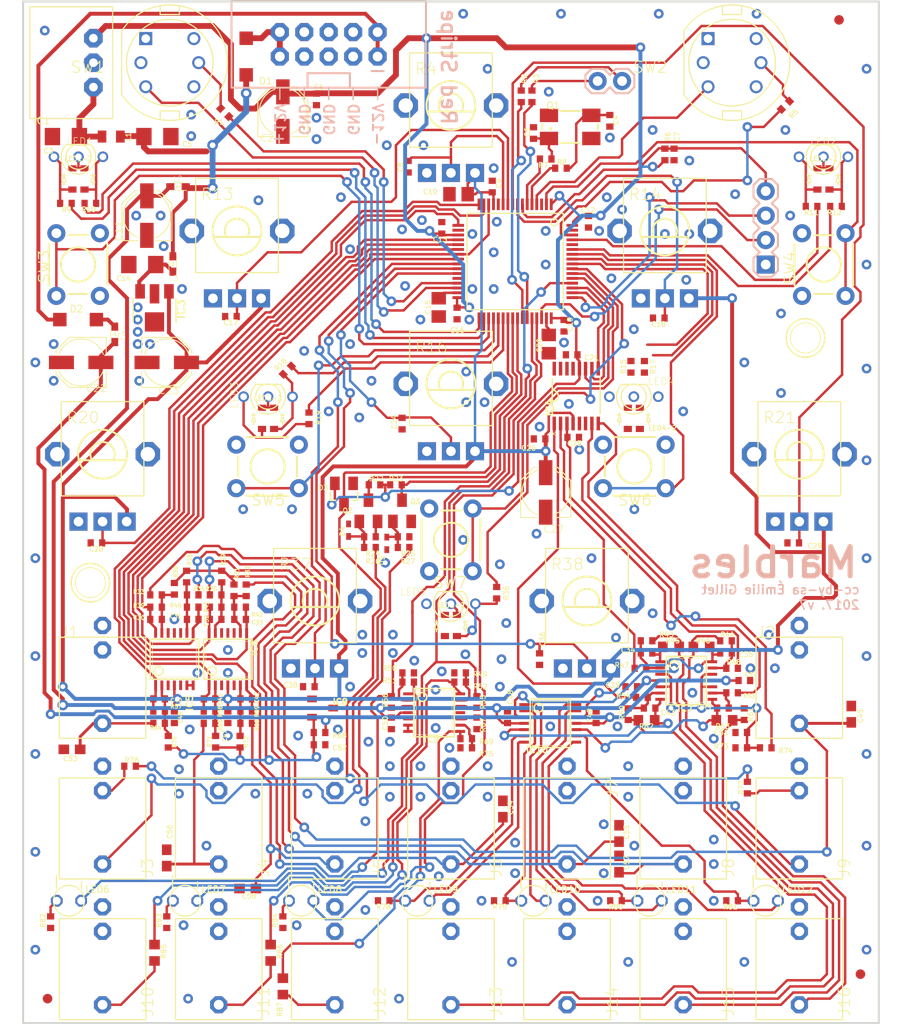
<source format=kicad_pcb>
(kicad_pcb (version 20211014) (generator pcbnew)
  (layers (0 "F.Cu" signal) (31 "B.Cu" signal) (34 "B.Paste" user) (35 "F.Paste" user) (36 "B.SilkS" user "B.Silkscreen") (37 "F.SilkS" user "F.Silkscreen") (38 "B.Mask" user) (39 "F.Mask" user) (44 "Edge.Cuts" user))
  (net 0 "")
  (net 1 "Net-(C3-Pad1)")
  (net 2 "Net-(C4-Pad2)")
  (net 3 "Net-(C5-Pad1)")
  (net 4 "Net-(C6-Pad2)")
  (net 5 "/marbles_2/RESET")
  (net 6 "+3V3_A")
  (net 7 "Net-(C14-Pad1)")
  (net 8 "ADC_T_RATE_CV")
  (net 9 "ADC_T_JITTER_CV")
  (net 10 "VCC")
  (net 11 "AREF_-10")
  (net 12 "VEE")
  (net 13 "Net-(C15-Pad1)")
  (net 14 "T_CLOCK")
  (net 15 "X_CLOCK")
  (net 16 "Net-(C20-Pad1)")
  (net 17 "Net-(C30-Pad1)")
  (net 18 "ADC_DV_POT")
  (net 19 "ADC_LENGTH_POT")
  (net 20 "ADC_T_BIAS_POT")
  (net 21 "SW_T_RANGE")
  (net 22 "SW_T_MODE")
  (net 23 "+3V3")
  (net 24 "Net-(C31-Pad1)")
  (net 25 "Net-(C32-Pad1)")
  (net 26 "Net-(C33-Pad1)")
  (net 27 "Net-(C34-Pad1)")
  (net 28 "LED_T_RANGE_G")
  (net 29 "LED_T_RANGE_R")
  (net 30 "Net-(C34-Pad2)")
  (net 31 "Net-(C35-Pad1)")
  (net 32 "Net-(C35-Pad2)")
  (net 33 "Net-(C40-Pad1)")
  (net 34 "LED_X_MODE_G")
  (net 35 "LED_X_RANGE_R")
  (net 36 "LED_X_RANGE_G")
  (net 37 "ADC_T_JITTER_POT")
  (net 38 "ADC_X_STEPS_POT")
  (net 39 "ADC_X_BIAS_POT")
  (net 40 "SW_X_MODE")
  (net 41 "SW_X_RANGE")
  (net 42 "Net-(C41-Pad1)")
  (net 43 "ADC_T_BIAS_CV")
  (net 44 "Net-(C42-Pad1)")
  (net 45 "Net-(C43-Pad1)")
  (net 46 "Net-(C43-Pad2)")
  (net 47 "ADC_X_BIAS_CV")
  (net 48 "ADC_X_SPREAD_CV")
  (net 49 "ADC_X_STEPS_CV")
  (net 50 "Net-(C44-Pad1)")
  (net 51 "Net-(C44-Pad2)")
  (net 52 "ADC_DV_CV")
  (net 53 "ADC_T_RATE_POT")
  (net 54 "ADC_X_SPREAD_POT")
  (net 55 "Net-(C45-Pad1)")
  (net 56 "/marbles_5/VREF_BIAS")
  (net 57 "NORMALIZATION_PROBE")
  (net 58 "Net-(C53-Pad1)")
  (net 59 "Net-(C54-Pad1)")
  (net 60 "GND")
  (net 61 "Net-(C55-Pad1)")
  (net 62 "Net-(C56-Pad1)")
  (net 63 "Net-(C57-Pad1)")
  (net 64 "Net-(C58-Pad1)")
  (net 65 "GATE_T_2")
  (net 66 "Net-(D1-PadA)")
  (net 67 "Net-(D2-PadC)")
  (net 68 "Net-(D2-PadA)")
  (net 69 "GATE_T_3")
  (net 70 "Net-(D4-PadC)")
  (net 71 "Net-(D5-PadC)")
  (net 73 "Net-(IC2-Pad5)")
  (net 74 "Net-(IC2-Pad6)")
  (net 75 "/marbles_2/TX")
  (net 76 "/marbles_2/RX")
  (net 77 "/marbles_2/SWDIO")
  (net 78 "/marbles_2/SWCLK")
  (net 79 "DAC_X_1")
  (net 80 "DAC_X_3")
  (net 81 "DAC_Y")
  (net 82 "DAC_X_2")
  (net 83 "VREF")
  (net 84 "SW_T_DV")
  (net 85 "LED_T_DV")
  (net 86 "LED_X_DV")
  (net 87 "SW_X_DV")
  (net 88 "/marbles_2/DAC_SS")
  (net 89 "/marbles_2/DAC_SCK")
  (net 90 "/marbles_2/DAC_MOSI")
  (net 91 "/marbles_4/DEPRECATED")
  (net 92 "Net-(IC9-Pad1)")
  (net 93 "Net-(IC9-Pad2)")
  (net 94 "Net-(IC9-Pad3)")
  (net 95 "Net-(IC9-Pad6)")
  (net 96 "Net-(IC9-Pad14)")
  (net 97 "Net-(IC9-Pad13)")
  (net 98 "Net-(IC9-Pad12)")
  (net 99 "Net-(IC9-Pad10)")
  (net 100 "Net-(IC9-Pad9)")
  (net 101 "Net-(IC9-Pad8)")
  (net 102 "Net-(IC10-Pad1)")
  (net 103 "Net-(IC10-Pad2)")
  (net 104 "LED_X_MODE_R")
  (net 105 "LED_T_MODE_G")
  (net 106 "LED_T_MODE_R")
  (net 107 "Net-(IC10-Pad6)")
  (net 108 "Net-(IC10-Pad7)")
  (net 109 "Net-(IC10-Pad14)")
  (net 110 "Net-(IC10-Pad13)")
  (net 111 "Net-(IC10-Pad9)")
  (net 112 "Net-(IC10-Pad8)")
  (net 113 "Net-(J3-PadP2)")
  (net 114 "Net-(J3-PadP3)")
  (net 115 "Net-(J9-PadP2)")
  (net 116 "Net-(J9-PadP3)")
  (net 118 "Net-(J10-PadP3)")
  (net 120 "Net-(J11-PadP3)")
  (net 122 "Net-(J12-PadP3)")
  (net 124 "Net-(J13-PadP3)")
  (net 126 "Net-(J14-PadP3)")
  (net 128 "Net-(J15-PadP3)")
  (net 130 "GATE_T_1")
  (net 131 "Net-(J16-PadP3)")
  (net 132 "Net-(JP2-Pad1)")
  (net 133 "Net-(JP2-Pad2)")
  (net 134 "Net-(LED1-Pad3)")
  (net 135 "SW_X_EXT")
  (net 136 "LED_X_EXT_G")
  (net 138 "Net-(LED6-Pad2)")
  (net 139 "Net-(LED7-Pad2)")
  (net 140 "Net-(LED8-Pad2)")
  (net 141 "Net-(R1-Pad2)")
  (net 142 "Net-(R5-Pad2)")
  (net 143 "Net-(LED1-2-PadAG)")
  (net 144 "Net-(LED2-2-PadAG)")
  (net 145 "Net-(LED2-2-PadAR)")
  (net 146 "Net-(LED3-2-PadAG)")
  (net 147 "Net-(LED3-2-PadAR)")
  (net 148 "Net-(LED4-2-PadAG)")
  (net 149 "Net-(LED4-2-PadAR)")
  (net 152 "Net-(LED5-2-PadAG)")
  (footprint "marbles:C0805" (layer "F.Cu") (at 149.2949 71.9836 180)
    (fp_text reference "C10")
    (fp_text value "2.2u")
  )
  (footprint "marbles:PANASONIC_C" (layer "F.Cu") (at 110.0836 89.4461 180)
    (fp_text reference "C22")
    (fp_text value "22u")
  )
  (footprint "marbles:FIDUCIAL-1X2" (layer "F.Cu") (at 191.0461 152.9461)
    (fp_text reference "F2" hide)
    (fp_text value "FIDUCIAL1X2" hide)
  )
  (footprint "marbles:R0402" (layer "F.Cu") (at 106.9086 147.5485 90)
    (fp_text reference "R82")
    (fp_text value "180")
  )
  (footprint "Supercell 1.3:bicolor 0606 LED" (layer "F.Cu") (at 167.5 95.25)
    (fp_text reference "LED4-2")
    (fp_text value "LED_Dual_KAKA")
  )
  (footprint "marbles:C0402" (layer "F.Cu") (at 168.8211 119.6086)
    (fp_text reference "C34")
    (fp_text value "47p")
  )
  (footprint "marbles:R0402" (layer "F.Cu") (at 121.0374 111.6711 90)
    (fp_text reference "R28")
    (fp_text value "200k")
  )
  (footprint "marbles:R0402" (layer "F.Cu") (at 125.9586 113.0998 90)
    (fp_text reference "R31")
    (fp_text value "200k")
  )
  (footprint "marbles:ALPS_POT_VERTICAL_PS" (layer "F.Cu") (at 162.6298 114.2111 180)
    (fp_text reference "R38")
    (fp_text value "10kB")
  )
  (footprint "marbles:R0402" (layer "F.Cu") (at 140.0874 107.5437 180)
    (fp_text reference "R24")
    (fp_text value "100k")
  )
  (footprint "marbles:ALPS_POT_VERTICAL_PS" (layer "F.Cu") (at 170.7261 75.7936 180)
    (fp_text reference "R14")
    (fp_text value "10kB")
  )
  (footprint "marbles:FIDUCIAL-1X2" (layer "F.Cu") (at 106.5911 155.4861)
    (fp_text reference "F3" hide)
    (fp_text value "FIDUCIAL1X2" hide)
  )
  (footprint "marbles:C0402" (layer "F.Cu") (at 133.7374 123.1011 180)
    (fp_text reference "C38")
    (fp_text value "100n")
  )
  (footprint "marbles:WQP_PJ_301M6" (layer "F.Cu") (at 124.3711 151.6761 180)
    (fp_text reference "J11")
    (fp_text value "PJ301_THONKICONN6" hide)
  )
  (footprint "marbles:R0402" (layer "F.Cu") (at 127.2286 126.9111)
    (fp_text reference "R66")
    (fp_text value "100k")
  )
  (footprint "marbles:R0402" (layer "F.Cu") (at 153.25 113.35 -90)
    (fp_text reference "R36")
    (fp_text value "1.5k")
  )
  (footprint "marbles:R0402" (layer "F.Cu") (at 140.0874 108.6549 180)
    (fp_text reference "R26")
    (fp_text value "100k")
  )
  (footprint "marbles:R0603" (layer "F.Cu") (at 176.9173 126.5936 180)
    (fp_text reference "R63")
    (fp_text value "1.0k")
  )
  (footprint "marbles:R0402" (layer "F.Cu") (at 133.75 95.25 -90)
    (fp_text reference "R19")
    (fp_text value "2.2k")
  )
  (footprint "marbles:C0402" (layer "F.Cu") (at 170.0911 84.8423 180)
    (fp_text reference "C18")
    (fp_text value "100n")
  )
  (footprint "marbles:R0402" (layer "F.Cu") (at 127.2286 125.6411 180)
    (fp_text reference "R59")
    (fp_text value "33k")
  )
  (footprint "marbles:C0402" (layer "F.Cu") (at 171.6786 67.8561 -90)
    (fp_text reference "C7")
    (fp_text value "100n")
  )
  (footprint "marbles:C1206" (layer "F.Cu") (at 116.4336 79.2861 180)
    (fp_text reference "C14")
    (fp_text value "22u")
  )
  (footprint "marbles:R0402" (layer "F.Cu") (at 126.5936 114.8461 180)
    (fp_text reference "R42")
    (fp_text value "33k")
  )
  (footprint "marbles:DBZ_R-PDSO-G3" (layer "F.Cu") (at 135.1661 125.3236 -90)
    (fp_text reference "IC8")
    (fp_text value "LM4040B10")
  )
  (footprint "marbles:CTS406" (layer "F.Cu") (at 160.8836 64.9986)
    (fp_text reference "Q1")
    (fp_text value "8MHz")
  )
  (footprint "marbles:C0603" (layer "F.Cu") (at 109.1311 129.6098 180)
    (fp_text reference "C53")
    (fp_text value "ESD")
  )
  (footprint "marbles:R0402" (layer "F.Cu") (at 131.0386 147.5486 90)
    (fp_text reference "R84")
    (fp_text value "180")
  )
  (footprint "marbles:WQP_PJ_301M6" (layer "F.Cu") (at 160.5661 137.0711 180)
    (fp_text reference "J7")
    (fp_text value "PJ301_THONKICONN6" hide)
  )
  (footprint "marbles:LED-BICOLOR-THROUGHHOLE-2.54" (layer "F.Cu") (at 148.5 114.5 180)
    (fp_text reference "LED5")
    (fp_text value "LED-BICOLOR-THROUGHHOLE" hide)
  )
  (footprint "marbles:R0402" (layer "F.Cu") (at 127.2286 113.0998 90)
    (fp_text reference "R32")
    (fp_text value "100k")
  )
  (footprint "Supercell 1.3:bicolor 0606 LED" (layer "F.Cu") (at 148.5 116.75)
    (fp_text reference "LED5-2")
    (fp_text value "LED_Dual_KAKA")
  )
  (footprint "marbles:C0402" (layer "F.Cu") (at 154.3749 126.2761 90)
    (fp_text reference "C48")
    (fp_text value "100n")
  )
  (footprint "marbles:C0805" (layer "F.Cu") (at 158.6611 87.5411 -90)
    (fp_text reference "C20")
    (fp_text value "2.2u")
  )
  (footprint "marbles:R0402" (layer "F.Cu") (at 143.5798 108.655 180)
    (fp_text reference "R27")
    (fp_text value "100k")
  )
  (footprint "marbles:R0402" (layer "F.Cu") (at 150.0887 128.4985)
    (fp_text reference "R69")
    (fp_text value "56k")
  )
  (footprint "marbles:R0402" (layer "F.Cu") (at 124.0536 114.8461)
    (fp_text reference "R41")
    (fp_text value "33k")
  )
  (footprint "marbles:R0402" (layer "F.Cu") (at 178.9811 125.9586 90)
    (fp_text reference "R61")
    (fp_text value "100k")
  )
  (footprint "marbles:ALPS_POT_VERTICAL_PS" (layer "F.Cu") (at 148.5011 91.6686 180)
    (fp_text reference "R16")
    (fp_text value "10kB")
  )
  (footprint "marbles:SOD123" (layer "F.Cu") (at 109.7661 85.0011)
    (fp_text reference "D2")
    (fp_text value "1N5819HW")
  )
  (footprint "marbles:ALPS_POT_VERTICAL_PS" (layer "F.Cu") (at 126.2761 75.7936 180)
    (fp_text reference "R13")
    (fp_text value "10kB")
  )
  (footprint "marbles:R0402" (layer "F.Cu") (at 168.3448 124.2124 180)
    (fp_text reference "R54")
    (fp_text value "23.7k")
  )
  (footprint "marbles:R0402" (layer "F.Cu") (at 168.6 89.9 -90)
    (fp_text reference "R17")
    (fp_text value "1.5k")
  )
  (footprint "marbles:PANASONIC_C" (layer "F.Cu") (at 158.3437 102.9399 90)
    (fp_text reference "C27")
    (fp_text value "22u")
  )
  (footprint "marbles:R0603" (layer "F.Cu") (at 117.7035 150.7235 90)
    (fp_text reference "R85")
    (fp_text value "1.0k")
  )
  (footprint "marbles:LED3MM" (layer "F.Cu") (at 157.0736 145.3261 180)
    (fp_text reference "LED10")
    (fp_text value "WP937EGW")
  )
  (footprint "marbles:TSSOP14_065" (layer "F.Cu") (at 158.8199 126.9111 -90)
    (fp_text reference "IC10")
    (fp_text value "TL074PW")
  )
  (footprint "marbles:R0402" (layer "F.Cu") (at 151.1999 124.6884 90)
    (fp_text reference "R55")
    (fp_text value "10k")
  )
  (footprint "marbles:SOD523" (layer "F.Cu") (at 141.8335 108.1785 -90)
    (fp_text reference "D5")
    (fp_text value "1N4148")
  )
  (footprint "marbles:C0603" (layer "F.Cu") (at 165.9636 138.3411 90)
    (fp_text reference "C55")
    (fp_text value "ESD")
  )
  (footprint "marbles:C0402" (layer "F.Cu") (at 118.1799 124.3711 180)
    (fp_text reference "C40")
    (fp_text value "4.7n")
  )
  (footprint "marbles:R0402" (layer "F.Cu") (at 118.1799 125.6411)
    (fp_text reference "R57")
    (fp_text value "33k")
  )
  (footprint "marbles:C0402" (layer "F.Cu") (at 144.0561 69.1261 -90)
    (fp_text reference "C8")
    (fp_text value "100n")
  )
  (footprint "marbles:C0402" (layer "F.Cu") (at 125.3236 126.2761 -90)
    (fp_text reference "C47")
    (fp_text value "100n")
  )
  (footprint "marbles:ALPS_POT_VERTICAL_PS" (layer "F.Cu") (at 148.5011 62.7761 180)
    (fp_text reference "R4")
    (fp_text value "10kB")
  )
  (footprint "marbles:LED3MM" (layer "F.Cu") (at 132.9436 145.3261 180)
    (fp_text reference "LED8")
    (fp_text value "WP937EGW")
  )
  (footprint "marbles:R0402" (layer "F.Cu") (at 125 63.5 135)
    (fp_text reference "R1")
    (fp_text value "39")
  )
  (footprint "marbles:R0402" (layer "F.Cu") (at 140.5636 102.1462)
    (fp_text reference "R22")
    (fp_text value "10k")
  )
  (footprint "marbles:R0402" (layer "F.Cu") (at 151.2 126.9111 -90)
    (fp_text reference "R67")
    (fp_text value "10k")
  )
  (footprint "marbles:R0603" (layer "F.Cu") (at 131.0386 154.2161 90)
    (fp_text reference "R87")
    (fp_text value "1.0k")
  )
  (footprint "marbles:PANASONIC_C" (layer "F.Cu") (at 131.0386 63.4111 90)
    (fp_text reference "C2")
    (fp_text value "22u")
  )
  (footprint "marbles:R0402" (layer "F.Cu") (at 117.8624 113.5761 180)
    (fp_text reference "R33")
    (fp_text value "100k")
  )
  (footprint "marbles:C0402" (layer "F.Cu") (at 123.4186 124.3711 180)
    (fp_text reference "C41")
    (fp_text value "470p")
  )
  (footprint "marbles:SOT23-BEC" (layer "F.Cu") (at 143.4211 104.8449)
    (fp_text reference "Q3")
    (fp_text value "MMBT3904")
  )
  (footprint "marbles:TQFP-10X10-64" (layer "F.Cu") (at 155.1686 78.9686 -90)
    (fp_text reference "IC2")
    (fp_text value "STM32F405RGT6")
  )
  (footprint "marbles:R0603" (layer "F.Cu") (at 174.5361 118.9736)
    (fp_text reference "R46")
    (fp_text value "1.0k")
  )
  (footprint "marbles:WQP_PJ_301M6" (layer "F.Cu") (at 184.6961 151.6761 180)
    (fp_text reference "J16")
    (fp_text value "PJ301_THONKICONN6" hide)
  )
  (footprint "marbles:R0402" (layer "F.Cu") (at 183.25 62.75 45)
    (fp_text reference "R5")
    (fp_text value "39")
  )
  (footprint "marbles:SOT23" (layer "F.Cu") (at 137.3887 103.0986 180)
    (fp_text reference "D3")
    (fp_text value "BAT54S")
  )
  (footprint "marbles:C0402" (layer "F.Cu") (at 152.7874 71.1898 90)
    (fp_text reference "C9")
    (fp_text value "100n")
  )
  (footprint "marbles:C0603" (layer "F.Cu") (at 153.8986 135.8011 90)
    (fp_text reference "C54")
    (fp_text value "ESD")
  )
  (footprint "marbles:C0402" (layer "F.Cu") (at 165.0112 64.3636 90)
    (fp_text reference "C4")
    (fp_text value "20p")
  )
  (footprint "marbles:R0603" (layer "F.Cu") (at 168.8211 126.5936)
    (fp_text reference "R62")
    (fp_text value "1.0k")
  )
  (footprint "marbles:LED3MM" (layer "F.Cu") (at 108.8136 145.3261 180)
    (fp_text reference "LED6")
    (fp_text value "WP937EGW")
  )
  (footprint "marbles:R0402" (layer "F.Cu") (at 123.4186 126.9111 180)
    (fp_text reference "R65")
    (fp_text value "100k")
  )
  (footprint "marbles:ALPS_POT_VERTICAL_PS" (layer "F.Cu") (at 134.3724 114.2111 180)
    (fp_text reference "R37")
    (fp_text value "10kB")
  )
  (footprint "marbles:C0402" (layer "F.Cu") (at 111.6711 108.1786 180)
    (fp_text reference "C28")
    (fp_text value "100n")
  )
  (footprint "marbles:C0402" (layer "F.Cu") (at 157.7086 120.2436 -90)
    (fp_text reference "C36")
    (fp_text value "100n")
  )
  (footprint "marbles:R0402" (layer "F.Cu") (at 126.5936 128.8161 -90)
    (fp_text reference "R72")
    (fp_text value "200k")
  )
  (footprint "marbles:0603" (layer "F.Cu") (at 119.6086 79.1274 90)
    (fp_text reference "L3")
    (fp_text value "WE-CBF_0603")
  )
  (footprint "marbles:R0402" (layer "F.Cu") (at 123.4186 125.6411)
    (fp_text reference "R58")
    (fp_text value "33k")
  )
  (footprint "marbles:C0402" (layer "F.Cu") (at 178.9811 122.4661 180)
    (fp_text reference "C37")
    (fp_text value "100n")
  )
  (footprint "Supercell 1.3:C&K_D6R" (layer "F.Cu") (at 119.2911 58.3311)
    (fp_text reference "SW1")
    (fp_text value "SW_Push_LED")
  )
  (footprint "marbles:L2012C" (layer "F.Cu") (at 113.25 66 180)
    (fp_text reference "L1")
    (fp_text value "33u")
  )
  (footprint "Supercell 1.3:bicolor 0606 LED" (layer "F.Cu") (at 129.5 95.25)
    (fp_text reference "LED3-2")
    (fp_text value "LED_Dual_KAKA")
  )
  (footprint "marbles:R0402" (layer "F.Cu") (at 179.2986 133.5786 -90)
    (fp_text reference "R77")
    (fp_text value "100k")
  )
  (footprint "marbles:WQP_PJ_301M6" (layer "F.Cu") (at 124.3711 137.0711 180)
    (fp_text reference "J4")
    (fp_text value "PJ301_THONKICONN6" hide)
  )
  (footprint "marbles:TSSOP14_065" (layer "F.Cu") (at 172.9486 122.4661 -90)
    (fp_text reference "IC7")
    (fp_text value "OPA4171")
  )
  (footprint "marbles:R0402" (layer "F.Cu") (at 168.1861 121.1961 180)
    (fp_text reference "R47")
    (fp_text value "23.7k")
  )
  (footprint "marbles:SOT23-BEC" (layer "F.Cu") (at 139.9286 104.8449)
    (fp_text reference "Q2")
    (fp_text value "MMBT3904")
  )
  (footprint "marbles:R0402" (layer "F.Cu") (at 118.1799 126.9111 180)
    (fp_text reference "R64")
    (fp_text value "100k")
  )
  (footprint "marbles:SOD123" (layer "F.Cu") (at 127.2285 57.6959 90)
    (fp_text reference "D1")
    (fp_text value "1N5819HW")
  )
  (footprint "marbles:R0402" (layer "F.Cu") (at 177.7111 123.7361)
    (fp_text reference "R53")
    (fp_text value "23.7k")
  )
  (footprint "marbles:R0402" (layer "F.Cu") (at 153.5811 145.3261 180)
    (fp_text reference "R79")
    (fp_text value "680")
  )
  (footprint "marbles:WQP_PJ_301M6" (layer "F.Cu") (at 184.6961 137.0711 180)
    (fp_text reference "J9")
    (fp_text value "PJ301_THONKICONN6" hide)
  )
  (footprint "marbles:LED3MM" (layer "F.Cu") (at 181.2036 145.3261 180)
    (fp_text reference "LED12")
    (fp_text value "WP937EGW")
  )
  (footprint "marbles:LED3MM" (layer "F.Cu") (at 169.1386 145.3261 180)
    (fp_text reference "LED11")
    (fp_text value "WP937EGW")
  )
  (footprint "marbles:WQP_PJ_301M6" (layer "F.Cu") (at 112.3061 122.4661 180)
    (fp_text reference "J1")
    (fp_text value "PJ301_THONKICONN6" hide)
  )
  (footprint "marbles:C0603" (layer "F.Cu") (at 127.3872 144.0561 180)
    (fp_text reference "C58")
    (fp_text value "ESD")
  )
  (footprint "marbles:R0402" (layer "F.Cu") (at 142.31 124.6885 90)
    (fp_text reference "R56")
    (fp_text value "10k")
  )
  (footprint "marbles:C0402" (layer "F.Cu") (at 160.2486 85.6361 -90)
    (fp_text reference "C19")
    (fp_text value "100n")
  )
  (footprint "marbles:TACTILE-PTH" (layer "F.Cu") (at 167.5511 100.2411)
    (fp_text reference "SW6")
    (fp_text value "TAC_SWITCHPTH" hide)
  )
  (footprint "marbles:R0402" (layer "F.Cu") (at 144.0563 122.6246 180)
    (fp_text reference "R51")
    (fp_text value "56k")
  )
  (footprint "marbles:R0402" (layer "F.Cu") (at 167.2 89.9 -90)
    (fp_text reference "R15")
    (fp_text value "2.2k")
  )
  (footprint "marbles:R0402" (layer "F.Cu") (at 177.7111 121.1961)
    (fp_text reference "R48")
    (fp_text value "23.7k")
  )
  (footprint "marbles:C0402" (layer "F.Cu") (at 121.6724 116.1161)
    (fp_text reference "C31")
    (fp_text value "470p")
  )
  (footprint "marbles:C0603" (layer "F.Cu") (at 190.0936 125.9586 90)
    (fp_text reference "C45")
    (fp_text value "ESD")
  )
  (footprint "marbles:R0402" (layer "F.Cu") (at 185.9661 73.2536 180)
    (fp_text reference "R11")
    (fp_text value "2.2k")
  )
  (footprint "marbles:WQP_PJ_301M6" (layer "F.Cu") (at 136.4361 151.6761 180)
    (fp_text reference "J12")
    (fp_text value "PJ301_THONKICONN6" hide)
  )
  (footprint "marbles:R0402" (layer "F.Cu") (at 119.1324 128.8161 -90)
    (fp_text reference "R70")
    (fp_text value "200k")
  )
  (footprint "marbles:R0402" (layer "F.Cu") (at 121.6724 113.5761)
    (fp_text reference "R34")
    (fp_text value "100k")
  )
  (footprint "marbles:R0402" (layer "F.Cu") (at 156.9148 61.8236 -90)
    (fp_text reference "R3")
    (fp_text value "100")
  )
  (footprint "marbles:R0402" (layer "F.Cu") (at 150.0885 129.4512 180)
    (fp_text reference "R75")
    (fp_text value "39k")
  )
  (footprint "marbles:R0402" (layer "F.Cu") (at 111.0361 72.9361)
    (fp_text reference "R10")
    (fp_text value "1.5k")
  )
  (footprint "marbles:R0402" (layer "F.Cu") (at 121.6724 114.8461 180)
    (fp_text reference "R40")
    (fp_text value "33k")
  )
  (footprint "marbles:LED3MM" (layer "F.Cu") (at 145.0086 145.3261 180)
    (fp_text reference "LED9")
    (fp_text value "WP937EGW")
  )
  (footprint "marbles:R0402" (layer "F.Cu") (at 118.9736 147.5486 90)
    (fp_text reference "R83")
    (fp_text value "180")
  )
  (footprint "marbles:TACTILE-PTH" (layer "F.Cu") (at 109.7661 79.2861 -90)
    (fp_text reference "SW3")
    (fp_text value "TAC_SWITCHPTH" hide)
  )
  (footprint "marbles:R0402" (layer "F.Cu") (at 124.0536 113.5761 180)
    (fp_text reference "R35")
    (fp_text value "100k")
  )
  (footprint "marbles:C0402" (layer "F.Cu") (at 149.1361 84.3661 -90)
    (fp_text reference "C16")
    (fp_text value "100n")
  )
  (footprint "marbles:R0603" (layer "F.Cu") (at 171.3612 118.9736 180)
    (fp_text reference "R45")
    (fp_text value "1.0k")
  )
  (footprint "marbles:LED-BICOLOR-THROUGHHOLE-2.54" (layer "F.Cu") (at 109.8 68.1 180)
    (fp_text reference "LED1")
    (fp_text value "LED-BICOLOR-THROUGHHOLE" hide)
  )
  (footprint "marbles:C0402" (layer "F.Cu") (at 119.7674 126.2761 -90)
    (fp_text reference "C46")
    (fp_text value "100n")
  )
  (footprint "marbles:TSSOP14_065" (layer "F.Cu") (at 119.7674 120.2436)
    (fp_text reference "IC5")
    (fp_text value "MCP6004")
  )
  (footprint "Supercell 1.3:bicolor 0606 LED" (layer "F.Cu") (at 187.2 70.4)
    (fp_text reference "LED2-2")
    (fp_text value "LED_Dual_KAKA")
  )
  (footprint "marbles:0603" (layer "F.Cu") (at 120.2436 71.19)
    (fp_text reference "L2")
    (fp_text value "WE-CBF_0603")
  )
  (footprint "marbles:R0402" (layer "F.Cu") (at 170.7261 67.8561 -90)
    (fp_text reference "R6")
    (fp_text value "10k")
  )
  (footprint "marbles:LED-BICOLOR-THROUGHHOLE-2.54" (layer "F.Cu") (at 167.5 93 180)
    (fp_text reference "LED4")
    (fp_text value "LED-BICOLOR-THROUGHHOLE" hide)
  )
  (footprint "marbles:TACTILE-PTH" (layer "F.Cu") (at 187.2361 79.2861 90)
    (fp_text reference "SW4")
    (fp_text value "TAC_SWITCHPTH" hide)
  )
  (footprint "Supercell 1.3:bicolor 0606 LED" (layer "F.Cu") (at 109.8 70.4)
    (fp_text reference "LED1-2")
    (fp_text value "LED_Dual_KAKA")
  )
  (footprint "marbles:R0402" (layer "F.Cu") (at 188.5061 73.2536)
    (fp_text reference "R12")
    (fp_text value "1.5k")
  )
  (footprint "marbles:SOD523" (layer "F.Cu") (at 137.8649 106.9086 90)
    (fp_text reference "D4")
    (fp_text value "1N4148")
  )
  (footprint "marbles:LED-BICOLOR-THROUGHHOLE-2.54" (layer "F.Cu") (at 187.2 68.1 180)
    (fp_text reference "LED2")
    (fp_text value "LED-BICOLOR-THROUGHHOLE" hide)
  )
  (footprint "marbles:C0603" (layer "F.Cu") (at 165.9636 141.5161 90)
    (fp_text reference "C57")
    (fp_text value "ESD")
  )
  (footprint "marbles:TSSOP14_065" (layer "F.Cu") (at 146.7549 125.7998 -90)
    (fp_text reference "IC9")
    (fp_text value "LM324PW")
  )
  (footprint "marbles:R0402" (layer "F.Cu") (at 134.8486 127.8636 180)
    (fp_text reference "R68")
    (fp_text value "1.0k")
  )
  (footprint "marbles:C1206" (layer "F.Cu") (at 118 66)
    (fp_text reference "C5")
    (fp_text value "22u")
  )
  (footprint "marbles:R0402" (layer "F.Cu") (at 149.4535 121.6722 180)
    (fp_text reference "R49")
    (fp_text value "39k")
  )
  (footprint "marbles:R0402" (layer "F.Cu") (at 119.7674 112.9411 90)
    (fp_text reference "R30")
    (fp_text value "200k")
  )
  (footprint "marbles:C0402" (layer "F.Cu") (at 178.6636 127.8636 180)
    (fp_text reference "C51")
    (fp_text value "470n")
  )
  (footprint "marbles:TACTILE-PTH" (layer "F.Cu") (at 129.4511 100.2411)
    (fp_text reference "SW5")
    (fp_text value "TAC_SWITCHPTH" hide)
  )
  (footprint "marbles:R0402" (layer "F.Cu") (at 115.1636 131.3561 180)
    (fp_text reference "R76")
    (fp_text value "100k")
  )
  (footprint "marbles:WQP_PJ_301M6" (layer "F.Cu") (at 148.5011 137.0711 180)
    (fp_text reference "J6")
    (fp_text value "PJ301_THONKICONN6" hide)
  )
  (footprint "marbles:0603" (layer "F.Cu") (at 113.5761 86.4299 90)
    (fp_text reference "L4")
    (fp_text value "WE-CBF_0603")
  )
  (footprint "marbles:R0402" (layer "F.Cu") (at 177.076 118.3386)
    (fp_text reference "R44")
    (fp_text value "100k")
  )
  (footprint "marbles:C0402" (layer "F.Cu") (at 125.6411 84.6836 180)
    (fp_text reference "C17")
    (fp_text value "100n")
  )
  (footprint "marbles:C0402" (layer "F.Cu") (at 126.5936 116.1161)
    (fp_text reference "C33")
    (fp_text value "4.7n")
  )
  (footprint "Supercell 1.3:C&K_D6R" (layer "F.Cu") (at 177.7111 58.3311)
    (fp_text reference "SW2")
    (fp_text value "SW_Push_LED")
  )
  (footprint "marbles:SOP65P640X110-16N" (layer "F.Cu") (at 161.5186 92.9386 90)
    (fp_text reference "IC4")
    (fp_text value "DAC8164ICPW")
  )
  (footprint "marbles:C1206" (layer "F.Cu") (at 108.5 66 180)
    (fp_text reference "C3")
    (fp_text value "22u")
  )
  (footprint "marbles:C0402" (layer "F.Cu") (at 162.7886 74.8411 -90)
    (fp_text reference "C12")
    (fp_text value "100n")
  )
  (footprint "marbles:FIDUCIAL-1X2" (layer "F.Cu") (at 188.8236 53.8861)
    (fp_text reference "F1" hide)
    (fp_text value "FIDUCIAL1X2" hide)
  )
  (footprint "marbles:PANASONIC_C" (layer "F.Cu") (at 116.91 74.2063 90)
    (fp_text reference "C11")
    (fp_text value "22u")
  )
  (footprint "marbles:WE78" (layer "F.Cu") (at 111.3536 58.3311 90)
    (fp_text reference "IC1")
    (fp_text value "R-78E3.3-0.5")
  )
  (footprint "marbles:R0402" (layer "F.Cu") (at 141.5161 145.3261 180)
    (fp_text reference "R78")
    (fp_text value "680")
  )
  (footprint "marbles:C0402" (layer "F.Cu") (at 134.5311 62.1411 -90)
    (fp_text reference "C1")
    (fp_text value "100n")
  )
  (footprint "marbles:R0402" (layer "F.Cu") (at 168.8211 118.3386 180)
    (fp_text reference "R43")
    (fp_text value "100k")
  )
  (footprint "marbles:C0402" (layer "F.Cu") (at 184.0611 108.1786 180)
    (fp_text reference "C29")
    (fp_text value "100n")
  )
  (footprint "marbles:C0402" (layer "F.Cu") (at 157.7086 97.3837 180)
    (fp_text reference "C26")
    (fp_text value "100n")
  )
  (footprint "marbles:ALPS_POT_VERTICAL_PS" (layer "F.Cu") (at 184.6961 98.9711 180)
    (fp_text reference "R21")
    (fp_text value "10kB")
  )
  (footprint "marbles:3,0TINY" (layer "F.Cu") (at 185.3311 86.9061)
    (fp_text reference "H3" hide)
    (fp_text value "MOUNT-HOLE3.0TINY" hide)
  )
  (footprint "marbles:C0402" (layer "F.Cu") (at 176.7586 125.3236 180)
    (fp_text reference "C44")
    (fp_text value "47p")
  )
  (footprint "marbles:LED-BICOLOR-THROUGHHOLE-2.54" (layer "F.Cu") (at 129.5 93 180)
    (fp_text reference "LED3")
    (fp_text value "LED-BICOLOR-THROUGHHOLE" hide)
  )
  (footprint "marbles:C0402" (layer "F.Cu") (at 143.4212 95.7961 -90)
    (fp_text reference "C24")
    (fp_text value "100n")
  )
  (footprint "marbles:WQP_PJ_301M6" (layer "F.Cu") (at 172.6311 151.6761 180)
    (fp_text reference "J15")
    (fp_text value "PJ301_THONKICONN6" hide)
  )
  (footprint "marbles:C0402" (layer "F.Cu") (at 169.1386 125.3236)
    (fp_text reference "C43")
    (fp_text value "47p")
  )
  (footprint "marbles:WQP_PJ_301M6" (layer "F.Cu") (at 172.6311 137.0711 180)
    (fp_text reference "J8")
    (fp_text value "PJ301_THONKICONN6" hide)
  )
  (footprint "marbles:WQP_PJ_301M6" (layer "F.Cu") (at 136.4361 137.0711 180)
    (fp_text reference "J5")
    (fp_text value "PJ301_THONKICONN6" hide)
  )
  (footprint "marbles:R0402" (layer "F.Cu") (at 124.0536 128.8161 -90)
    (fp_text reference "R71")
    (fp_text value "200k")
  )
  (footprint "marbles:R0402" (layer "F.Cu") (at 117.8624 114.8461)
    (fp_text reference "R39")
    (fp_text value "33k")
  )
  (footprint "marbles:R0402" (layer "F.Cu") (at 155.8036 61.8236 -90)
    (fp_text reference "R2")
    (fp_text value "100")
  )
  (footprint "marbles:C0805" (layer "F.Cu") (at 147.2311 83.7311 -90)
    (fp_text reference "C15")
    (fp_text value "2.2u")
  )
  (footprint "marbles:C0402" (layer "F.Cu") (at 127.2286 124.3711)
    (fp_text reference "C42")
    (fp_text value "4.7n")
  )
  (footprint "marbles:WQP_PJ_301M6" (layer "F.Cu") (at 160.5661 151.6761 180)
    (fp_text reference "J14")
    (fp_text value "PJ301_THONKICONN6" hide)
  )
  (footprint "marbles:C0402" (layer "F.Cu") (at 167.2336 123.1011 180)
    (fp_text reference "C39")
    (fp_text value "100n")
  )
  (footprint "marbles:R0402" (layer "F.Cu") (at 149.4535 122.6248)
    (fp_text reference "R52")
    (fp_text value "56k")
  )
  (footprint "marbles:R0603" (layer "F.Cu") (at 129.7686 150.7236 90)
    (fp_text reference "R86")
    (fp_text value "1.0k")
  )
  (footprint "marbles:C0402" (layer "F.Cu") (at 157.0737 65.6336 -90)
    (fp_text reference "C6")
    (fp_text value "20p")
  )
  (footprint "marbles:R0402" (layer "F.Cu") (at 177.7111 145.3261 180)
    (fp_text reference "R81")
    (fp_text value "680")
  )
  (footprint "marbles:R0402" (layer "F.Cu") (at 158.3436 68.3324)
    (fp_text reference "R7")
    (fp_text value "100")
  )
  (footprint "marbles:R0402" (layer "F.Cu") (at 131.5 90.25 -135)
    (fp_text reference "R18")
    (fp_text value "1.5k")
  )
  (footprint "marbles:C0402" (layer "F.Cu") (at 147.5486 75.4761 90)
    (fp_text reference "C13")
    (fp_text value "100n")
  )
  (footprint "marbles:WQP_PJ_301M6" (layer "F.Cu") (at 112.3061 137.0711 180)
    (fp_text reference "J3")
    (fp_text value "PJ301_THONKICONN6" hide)
  )
  (footprint "marbles:R0402" (layer "F.Cu") (at 144.0561 121.6725)
    (fp_text reference "R50")
    (fp_text value "39k")
  )
  (footprint "marbles:R0402" (layer "F.Cu") (at 142.7862 102.1462 180)
    (fp_text reference "R23")
    (fp_text value "10k")
  )
  (footprint "marbles:C0402" (layer "F.Cu") (at 142.3099 126.911 -90)
    (fp_text reference "C50")
    (fp_text value "100n")
  )
  (footprint "marbles:PANASONIC_C" (layer "F.Cu") (at 118.9736 89.4461)
    (fp_text reference "C23")
    (fp_text value "22u")
  )
  (footprint "marbles:TACTILE-PTH" (layer "F.Cu") (at 148.5011 107.8611 90)
    (fp_text reference "SW7")
    (fp_text value "TAC_SWITCHPTH" hide)
  )
  (footprint "marbles:C0402" (layer "F.Cu") (at 177.0761 119.6086 180)
    (fp_text reference "C35")
    (fp_text value "47p")
  )
  (footprint "marbles:R0402" (layer "F.Cu") (at 166.9161 125.9586 90)
    (fp_text reference "R60")
    (fp_text value "100k")
  )
  (footprint "marbles:ALPS_POT_VERTICAL_PS" (layer "F.Cu") (at 112.3061 98.9711 180)
    (fp_text reference "R20")
    (fp_text value "10kB")
  )
  (footprint "marbles:LED3MM" (layer "F.Cu") (at 120.8786 145.3261 180)
    (fp_text reference "LED7")
    (fp_text value "WP937EGW")
  )
  (footprint "marbles:C0603" (layer "F.Cu") (at 118.9736 140.8811 90)
    (fp_text reference "C56")
    (fp_text value "ESD")
  )
  (footprint "marbles:R0402" (layer "F.Cu") (at 143.5798 107.5437 180)
    (fp_text reference "R25")
    (fp_text value "100k")
  )
  (footprint "marbles:C0402" (layer "F.Cu") (at 134.8486 129.1336)
    (fp_text reference "C52")
    (fp_text value "470n")
  )
  (footprint "marbles:C0402" (layer "F.Cu") (at 124.0536 116.1161 180)
    (fp_text reference "C32")
    (fp_text value "4.7n")
  )
  (footprint "marbles:R0402" (layer "F.Cu") (at 159.9312 69.2848)
    (fp_text reference "R8")
    (fp_text value "100")
  )
  (footprint "marbles:WQP_PJ_301M6" (layer "F.Cu") (at 184.6961 122.4661 180)
    (fp_text reference "J2")
    (fp_text value "PJ301_THONKICONN6" hide)
  )
  (footprint "marbles:C0402" (layer "F.Cu") (at 117.8624 116.1161 180)
    (fp_text reference "C30")
    (fp_text value "4.7n")
  )
  (footprint "marbles:3,0TINY" (layer "F.Cu") (at 111.0361 112.3061)
    (fp_text reference "H5" hide)
    (fp_text value "MOUNT-HOLE3.0TINY" hide)
  )
  (footprint "marbles:R0402" (layer "F.Cu") (at 108.4961 72.9361 180)
    (fp_text reference "R9")
    (fp_text value "2.2k")
  )
  (footprint "marbles:WQP_PJ_301M6" (layer "F.Cu") (at 112.3061 151.6761 180)
    (fp_text reference "J10")
    (fp_text value "PJ301_THONKICONN6" hide)
  )
  (footprint "marbles:C0402" (layer "F.Cu") (at 161.0423 88.6523 180)
    (fp_text reference "C21")
    (fp_text value "100n")
  )
  (footprint "marbles:R0402" (layer "F.Cu") (at 181.2036 129.4511)
    (fp_text reference "R74")
    (fp_text value "150k")
  )
  (footprint "marbles:R0402" (layer "F.Cu") (at 165.6461 145.3261 180)
    (fp_text reference "R80")
    (fp_text value "680")
  )
  (footprint "marbles:SOT89" (layer "F.Cu") (at 117.7037 84.0486 180)
    (fp_text reference "IC3")
    (fp_text value "LD2981ABU33")
  )
  (footprint "marbles:C0402" (layer "F.Cu") (at 163.5824 126.2761 -90)
    (fp_text reference "C49")
    (fp_text value "100n")
  )
  (footprint "marbles:TSSOP14_065" (layer "F.Cu") (at 125.3236 120.2436)
    (fp_text reference "IC6")
    (fp_text value "MCP6004")
  )
  (footprint "marbles:R0402" (layer "F.Cu") (at 178.6636 129.4511)
    (fp_text reference "R73")
    (fp_text value "100k")
  )
  (footprint "marbles:C0402" (layer "F.Cu") (at 161.2011 97.2248)
    (fp_text reference "C25")
    (fp_text value "470n")
  )
  (footprint "marbles:WQP_PJ_301M6" (layer "F.Cu") (at 148.5011 151.6761 180)
    (fp_text reference "J13")
    (fp_text value "PJ301_THONKICONN6" hide)
  )
  (footprint "marbles:R0402" (layer "F.Cu") (at 124.6886 111.6711 90)
    (fp_text reference "R29")
    (fp_text value "200k")
  )
  (footprint "marbles:1X02" (layer "B.Cu") (at 163.7411 60.2361)
    (fp_text reference "JP2" hide)
    (fp_text value "M02PTH")
  )
  (footprint "marbles:2X5-SHROUDED" (layer "B.Cu") (at 135.8011 56.4261 90)
    (fp_text reference "JP4" hide)
    (fp_text value "M05X2SHD" hide)
  )
  (footprint "marbles:1X04" (layer "B.Cu") (at 181.2036 79.2861 90)
    (fp_text reference "JP1" hide)
    (fp_text value "M04PTH")
  )
  (gr_line (start 130.7211 60.8711) (end 130.7211 62.1411) (layer "B.SilkS") (width 0.1524))
  (gr_line (start 138.3411 60.8711) (end 138.3411 62.1411) (layer "B.SilkS") (width 0.1524))
  (gr_line (start 133.2611 60.8711) (end 133.2611 62.1411) (layer "B.SilkS") (width 0.1524))
  (gr_line (start 140.8811 60.8711) (end 140.8811 62.1411) (layer "B.SilkS") (width 0.1524))
  (gr_line (start 135.8011 60.8711) (end 135.8011 62.1411) (layer "B.SilkS") (width 0.1524))
  (gr_line (start 104.0511 51.9811) (end 104.0511 158.0261) (layer "Edge.Cuts") (width 0.2032))
  (gr_line (start 192.9511 158.0261) (end 192.9511 51.9811) (layer "Edge.Cuts") (width 0.2032))
  (gr_line (start 104.0511 158.0261) (end 192.9511 158.0261) (layer "Edge.Cuts") (width 0.2032))
  (gr_line (start 192.9511 51.9811) (end 104.0511 51.9811) (layer "Edge.Cuts") (width 0.2032))
  (gr_text "Marbles" (at 191.0461 111.9886) (layer "B.SilkS") (effects (font (size 3.0226 3.0226) (thickness 0.5334)) (justify left bottom mirror)))
  (gr_text "GND" (at 138.9761 62.4586 -90) (layer "B.SilkS") (effects (font (size 1.0795 1.0795) (thickness 0.1905)) (justify right top mirror)))
  (gr_text "GND" (at 133.8961 62.4586 -90) (layer "B.SilkS") (effects (font (size 1.0795 1.0795) (thickness 0.1905)) (justify right top mirror)))
  (gr_text "2017. v7" (at 191.0461 115.1636) (layer "B.SilkS") (effects (font (size 0.92837 0.92837) (thickness 0.16383)) (justify left bottom mirror)))
  (gr_text "GND" (at 136.4361 62.4586 -90) (layer "B.SilkS") (effects (font (size 1.0795 1.0795) (thickness 0.1905)) (justify right top mirror)))
  (gr_text "Red Stripe" (at 149.1361 52.6161 -90) (layer "B.SilkS") (effects (font (size 1.5113 1.5113) (thickness 0.2667)) (justify right top mirror)))
  (gr_text "cc-by-sa Émilie Gillet" (at 191.0461 113.5761) (layer "B.SilkS") (effects (font (size 0.92837 0.92837) (thickness 0.16383)) (justify left bottom mirror)))
  (gr_text "+12V" (at 131.3561 62.4586 -90) (layer "B.SilkS") (effects (font (size 1.0795 1.0795) (thickness 0.1905)) (justify right top mirror)))
  (gr_text "-12V" (at 141.5161 62.4586 -90) (layer "B.SilkS") (effects (font (size 1.0795 1.0795) (thickness 0.1905)) (justify right top mirror)))
  (segment (start 111.3536 62.6464) (end 111.3536 60.8711) (width 0.6096) (layer "F.Cu") (net 1))
  (segment (start 109.9 64.1) (end 111.3536 62.6464) (width 0.6096) (layer "F.Cu") (net 1))
  (segment (start 109.9 66) (end 112.25 66) (width 0.6096) (layer "F.Cu") (net 1))
  (segment (start 109.9 66) (end 109.9 64.1) (width 0.6096) (layer "F.Cu") (net 1))
  (segment (start 160.8836 69.2848) (end 161.5186 68.6498) (width 0.254) (layer "F.Cu") (net 2))
  (segment (start 160.5312 69.2848) (end 160.8836 69.2848) (width 0.254) (layer "F.Cu") (net 2))
  (segment (start 162.4011 63.7986) (end 163.0836 63.7986) (width 0.254) (layer "F.Cu") (net 2))
  (segment (start 161.5186 68.6498) (end 161.5186 64.6811) (width 0.254) (layer "F.Cu") (net 2))
  (segment (start 163.0836 63.7986) (end 163.1186 63.7636) (width 0.254) (layer "F.Cu") (net 2))
  (segment (start 161.5186 64.6811) (end 162.4011 63.7986) (width 0.254) (layer "F.Cu") (net 2))
  (segment (start 163.1186 63.7636) (end 165.0112 63.7636) (width 0.254) (layer "F.Cu") (net 2))
  (segment (start 116.6 67.1) (end 116.6 66) (width 0.6096) (layer "F.Cu") (net 3))
  (segment (start 123.1011 67.5386) (end 117.0386 67.5386) (width 0.6096) (layer "F.Cu") (net 3))
  (segment (start 127.2285 61.506) (end 127.2285 59.5959) (width 0.6096) (layer "F.Cu") (net 3))
  (segment (start 119.6086 73.8886) (end 120.9436 72.5536) (width 0.4064) (layer "F.Cu") (net 3))
  (segment (start 116.9386 65.9511) (end 114.4489 65.9511) (width 0.6096) (layer "F.Cu") (net 3))
  (segment (start 120.9436 71.19) (end 121.1022 71.3486) (width 0.6096) (layer "F.Cu") (net 3))
  (segment (start 114.4489 65.9511) (end 114.4 66) (width 0.6096) (layer "F.Cu") (net 3))
  (segment (start 119.6086 78.4274) (end 119.6086 73.8886) (width 0.4064) (layer "F.Cu") (net 3))
  (segment (start 117.0386 67.5386) (end 116.6 67.1) (width 0.6096) (layer "F.Cu") (net 3))
  (segment (start 127.2286 61.5061) (end 127.2285 61.506) (width 0.6096) (layer "F.Cu") (net 3))
  (segment (start 120.9436 72.5536) (end 120.9436 71.19) (width 0.4064) (layer "F.Cu") (net 3))
  (segment (start 121.1022 71.3486) (end 123.7361 71.3486) (width 0.6096) (layer "F.Cu") (net 3))
  (via (at 127.2286 61.5061) (size 1.108) (drill 0.6) (layers "F.Cu" "B.Cu") (net 3))
  (via (at 123.7361 66.9036) (size 1.108) (drill 0.6) (layers "F.Cu" "B.Cu") (net 3))
  (via (at 123.7361 71.3486) (size 1.108) (drill 0.6) (layers "F.Cu" "B.Cu") (net 3))
  (segment (start 123.7361 71.3486) (end 123.7361 66.9036) (width 0.6096) (layer "B.Cu") (net 3))
  (segment (start 123.7361 66.9036) (end 127.2286 63.4111) (width 0.6096) (layer "B.Cu") (net 3))
  (segment (start 127.2286 63.4111) (end 127.2286 61.5061) (width 0.6096) (layer "B.Cu") (net 3))
  (segment (start 158.6836 66.1986) (end 157.1087 66.1986) (width 0.254) (layer "F.Cu") (net 4))
  (segment (start 158.6836 67.2436) (end 158.6836 66.1986) (width 0.254) (layer "F.Cu") (net 4))
  (segment (start 158.9436 68.3324) (end 158.9786 68.2974) (width 0.254) (layer "F.Cu") (net 4))
  (segment (start 157.1087 66.1986) (end 157.0737 66.2336) (width 0.254) (layer "F.Cu") (net 4))
  (segment (start 158.9786 68.2974) (end 158.9786 67.5386) (width 0.254) (layer "F.Cu") (net 4))
  (segment (start 158.9786 67.5386) (end 158.6836 67.2436) (width 0.254) (layer "F.Cu") (net 4))
  (segment (start 170.0911 67.2211) (end 170.6911 67.2211) (width 0.254) (layer "F.Cu") (net 5))
  (segment (start 158.9787 74.3648) (end 161.3599 71.9836) (width 0.254) (layer "F.Cu") (net 5))
  (segment (start 178.6635 67.2211) (end 181.2036 69.7612) (width 0.254) (layer "F.Cu") (net 5))
  (segment (start 155.9624 73.8886) (end 155.9624 73.076) (width 0.254) (layer "F.Cu") (net 5))
  (segment (start 161.3599 71.9836) (end 161.8361 71.9836) (width 0.254) (layer "F.Cu") (net 5))
  (segment (start 161.8361 71.9836) (end 164.3761 69.4436) (width 0.254) (layer "F.Cu") (net 5))
  (segment (start 171.6786 67.2561) (end 171.7136 67.2211) (width 0.254) (layer "F.Cu") (net 5))
  (segment (start 170.6911 67.2211) (end 170.7261 67.2561) (width 0.254) (layer "F.Cu") (net 5))
  (segment (start 181.2036 69.7612) (end 181.2036 71.6661) (width 0.254) (layer "F.Cu") (net 5))
  (segment (start 171.7136 67.2211) (end 178.6635 67.2211) (width 0.254) (layer "F.Cu") (net 5))
  (segment (start 170.7261 67.2561) (end 171.6786 67.2561) (width 0.254) (layer "F.Cu") (net 5))
  (segment (start 167.8686 69.4436) (end 170.0911 67.2211) (width 0.254) (layer "F.Cu") (net 5))
  (segment (start 155.9624 73.076) (end 155.9186 73.0322) (width 0.254) (layer "F.Cu") (net 5))
  (segment (start 156.4386 74.3648) (end 155.9624 73.8886) (width 0.254) (layer "F.Cu") (net 5))
  (segment (start 156.4386 74.3648) (end 158.9787 74.3648) (width 0.254) (layer "F.Cu") (net 5))
  (segment (start 164.3761 69.4436) (end 167.8686 69.4436) (width 0.254) (layer "F.Cu") (net 5))
  (segment (start 158.3436 98.6537) (end 158.3437 98.6537) (width 0.4064) (layer "F.Cu") (net 6))
  (segment (start 158.3086 97.3837) (end 158.3436 97.3487) (width 0.254) (layer "F.Cu") (net 6))
  (segment (start 113.5761 103.4161) (end 114.8461 104.6861) (width 0.4064) (layer "F.Cu") (net 6))
  (segment (start 158.6611 95.0024) (end 158.9786 94.6849) (width 0.254) (layer "F.Cu") (net 6))
  (segment (start 158.3436 98.6537) (end 158.3436 97.4187) (width 0.4064) (layer "F.Cu") (net 6))
  (segment (start 119.2027 86.3414) (end 119.2027 82.0676) (width 0.4064) (layer "F.Cu") (net 6))
  (segment (start 137.5474 119.1323) (end 137.5474 118.3386) (width 0.4064) (layer "F.Cu") (net 6))
  (segment (start 182.1561 109.1311) (end 180.2511 107.2261) (width 0.4064) (layer "F.Cu") (net 6))
  (segment (start 180.2511 107.2261) (end 180.2511 103.4161) (width 0.4064) (layer "F.Cu") (net 6))
  (segment (start 158.6611 96.59) (end 158.6611 95.0024) (width 0.254) (layer "F.Cu") (net 6))
  (segment (start 187.2361 111.3536) (end 187.2361 109.1311) (width 0.4064) (layer "F.Cu") (net 6))
  (segment (start 151.0011 99.2486) (end 151.0011 98.6686) (width 0.4064) (layer "F.Cu") (net 6))
  (segment (start 120.0849 124.3711) (end 119.7674 124.0536) (width 0.254) (layer "F.Cu") (net 6))
  (segment (start 119.7674 124.0536) (end 119.7674 122.9614) (width 0.254) (layer "F.Cu") (net 6))
  (segment (start 114.8461 105.9311) (end 114.8061 105.9711) (width 0.4064) (layer "F.Cu") (net 6))
  (segment (start 187.2361 105.9711) (end 187.1961 105.9711) (width 0.4064) (layer "F.Cu") (net 6))
  (segment (start 188.1886 113.8936) (end 188.5061 113.5761) (width 0.4064) (layer "F.Cu") (net 6))
  (segment (start 187.2361 109.1311) (end 187.2361 105.9711) (width 0.4064) (layer "F.Cu") (net 6))
  (segment (start 152.7874 71.7898) (end 152.9186 71.921) (width 0.254) (layer "F.Cu") (net 6))
  (segment (start 158.9786 94.6849) (end 160.8836 94.6849) (width 0.254) (layer "F.Cu") (net 6))
  (segment (start 182.4736 116.7511) (end 185.3311 113.8936) (width 0.4064) (layer "F.Cu") (net 6))
  (segment (start 114.8461 104.6861) (end 114.8461 105.9311) (width 0.4064) (layer "F.Cu") (net 6))
  (segment (start 136.2774 100.2411) (end 150.0886 100.2411) (width 0.4064) (layer "F.Cu") (net 6))
  (segment (start 151.0411 71.9836) (end 151.2349 71.7898) (width 0.254) (layer "F.Cu") (net 6))
  (segment (start 123.1011 89.4461) (end 128.7761 83.7711) (width 0.4064) (layer "F.Cu") (net 6))
  (segment (start 185.3311 113.8936) (end 188.1886 113.8936) (width 0.4064) (layer "F.Cu") (net 6))
  (segment (start 158.3437 98.6537) (end 158.3437 100.8899) (width 0.4064) (layer "F.Cu") (net 6))
  (segment (start 108.1786 123.1011) (end 108.1786 103.4161) (width 0.4064) (layer "F.Cu") (net 6))
  (segment (start 136.8724 121.2111) (end 136.8724 119.8073) (width 0.4064) (layer "F.Cu") (net 6))
  (segment (start 121.0236 89.4461) (end 123.1011 89.4461) (width 0.4064) (layer "F.Cu") (net 6))
  (segment (start 150.0886 100.2411) (end 151.0411 99.2886) (width 0.4064) (layer "F.Cu") (net 6))
  (segment (start 188.5061 113.5761) (end 188.5061 112.6236) (width 0.4064) (layer "F.Cu") (net 6))
  (segment (start 187.2361 109.1311) (end 182.1561 109.1311) (width 0.4064) (layer "F.Cu") (net 6))
  (segment (start 182.4736 119.2911) (end 182.4736 116.7511) (width 0.4064) (layer "F.Cu") (net 6))
  (segment (start 121.0236 89.4461) (end 121.0374 89.4461) (width 0.4064) (layer "F.Cu") (net 6))
  (segment (start 108.1786 102.1461) (end 117.0686 93.2561) (width 0.4064) (layer "F.Cu") (net 6))
  (segment (start 119.7674 124.6886) (end 119.7674 125.6761) (width 0.254) (layer "F.Cu") (net 6))
  (segment (start 188.5061 112.6236) (end 187.2361 111.3536) (width 0.4064) (layer "F.Cu") (net 6))
  (segment (start 135.1661 109.7661) (end 135.1661 101.3524) (width 0.4064) (layer "F.Cu") (net 6))
  (segment (start 121.0236 90.2536) (end 121.0236 89.4461) (width 0.4064) (layer "F.Cu") (net 6))
  (segment (start 128.7761 83.7711) (end 128.7761 82.7936) (width 0.4064) (layer "F.Cu") (net 6))
  (segment (start 125.3236 124.3711) (end 125.3236 122.9614) (width 0.254) (layer "F.Cu") (net 6))
  (segment (start 108.1786 103.4161) (end 108.1786 102.1461) (width 0.4064) (layer "F.Cu") (net 6))
  (segment (start 120.0849 124.3711) (end 119.7674 124.6886) (width 0.254) (layer "F.Cu") (net 6))
  (segment (start 137.5474 118.3386) (end 136.7536 117.5448) (width 0.4064) (layer "F.Cu") (net 6))
  (segment (start 136.7536 117.5448) (end 136.7536 111.3536) (width 0.4064) (layer "F.Cu") (net 6))
  (segment (start 158.3436 97.3487) (end 158.3436 96.9075) (width 0.254) (layer "F.Cu") (net 6))
  (segment (start 118.0211 93.2561) (end 121.0236 90.2536) (width 0.4064) (layer "F.Cu") (net 6))
  (segment (start 151.0411 99.2886) (end 151.0011 99.2486) (width 0.4064) (layer "F.Cu") (net 6))
  (segment (start 151.0011 70.1186) (end 150.2449 70.8748) (width 0.254) (layer "F.Cu") (net 6))
  (segment (start 150.2449 71.9836) (end 151.0411 71.9836) (width 0.254) (layer "F.Cu") (net 6))
  (segment (start 150.2449 70.8748) (end 150.2449 71.9836) (width 0.254) (layer "F.Cu") (net 6))
  (segment (start 121.0374 88.1761) (end 120.4024 87.5411) (width 0.4064) (layer "F.Cu") (net 6))
  (segment (start 180.2511 103.4161) (end 177.7111 100.8761) (width 0.4064) (layer "F.Cu") (net 6))
  (segment (start 135.1661 101.3524) (end 136.2774 100.2411) (width 0.4064) (layer "F.Cu") (net 6))
  (segment (start 160.8836 94.6849) (end 161.1884 94.9897) (width 0.254) (layer "F.Cu") (net 6))
  (segment (start 152.9186 71.921) (end 152.9186 73.0322) (width 0.254) (layer "F.Cu") (net 6))
  (segment (start 108.1786 103.4161) (end 113.5761 103.4161) (width 0.4064) (layer "F.Cu") (net 6))
  (segment (start 136.7536 111.3536) (end 135.1661 109.7661) (width 0.4064) (layer "F.Cu") (net 6))
  (segment (start 158.3436 96.9075) (end 158.6611 96.59) (width 0.254) (layer "F.Cu") (net 6))
  (segment (start 151.2349 71.7898) (end 152.7874 71.7898) (width 0.254) (layer "F.Cu") (net 6))
  (segment (start 120.4024 87.5411) (end 119.2027 86.3414) (width 0.4064) (layer "F.Cu") (net 6))
  (segment (start 117.0686 93.2561) (end 118.0211 93.2561) (width 0.4064) (layer "F.Cu") (net 6))
  (segment (start 125.3236 124.3711) (end 125.3236 125.6761) (width 0.254) (layer "F.Cu") (net 6))
  (segment (start 161.1884 94.9897) (end 161.1884 95.7834) (width 0.254) (layer "F.Cu") (net 6))
  (segment (start 136.8724 119.8073) (end 137.5474 119.1323) (width 0.4064) (layer "F.Cu") (net 6))
  (segment (start 158.3436 97.4187) (end 158.3086 97.3837) (width 0.4064) (layer "F.Cu") (net 6))
  (segment (start 151.0011 69.7761) (end 151.0011 70.1186) (width 0.254) (layer "F.Cu") (net 6))
  (segment (start 177.7111 100.8761) (end 177.7111 82.7786) (width 0.4064) (layer "F.Cu") (net 6))
  (segment (start 121.0374 89.4461) (end 121.0374 88.1761) (width 0.4064) (layer "F.Cu") (net 6))
  (via (at 158.3436 98.6537) (size 1.008) (drill 0.5) (layers "F.Cu" "B.Cu") (net 6))
  (via (at 108.1786 123.1011) (size 1.008) (drill 0.5) (layers "F.Cu" "B.Cu") (net 6))
  (via (at 120.0849 124.3711) (size 1.008) (drill 0.5) (layers "F.Cu" "B.Cu") (net 6))
  (via (at 125.3236 124.3711) (size 1.008) (drill 0.5) (layers "F.Cu" "B.Cu") (net 6))
  (via (at 182.4736 119.2911) (size 1.008) (drill 0.5) (layers "F.Cu" "B.Cu") (net 6))
  (via (at 177.7111 82.7786) (size 1.008) (drill 0.5) (layers "F.Cu" "B.Cu") (net 6))
  (segment (start 151.0011 71.3086) (end 151.0011 69.7761) (width 0.254) (layer "B.Cu") (net 6))
  (segment (start 156.5974 123.1011) (end 157.5499 124.0536) (width 0.4064) (layer "B.Cu") (net 6))
  (segment (start 108.1786 123.1011) (end 109.4486 124.3711) (width 0.4064) (layer "B.Cu") (net 6))
  (segment (start 136.9123 124.3711) (end 136.9123 121.2511) (width 0.4064) (layer "B.Cu") (net 6))
  (segment (start 120.0849 124.3711) (end 125.3236 124.3711) (width 0.4064) (layer "B.Cu") (net 6))
  (segment (start 151.0011 98.6686) (end 151.0011 88.8511) (width 0.254) (layer "B.Cu") (net 6))
  (segment (start 151.016 98.6537) (end 158.3436 98.6537) (width 0.4064) (layer "B.Cu") (net 6))
  (segment (start 177.7111 82.7786) (end 173.2411 82.7786) (width 0.4064) (layer "B.Cu") (net 6))
  (segment (start 173.2411 82.7786) (end 173.2261 82.7936) (width 0.4064) (layer "B.Cu") (net 6))
  (segment (start 155.3274 123.1011) (end 156.5974 123.1011) (width 0.4064) (layer "B.Cu") (net 6))
  (segment (start 165.1298 120.4424) (end 166.2811 119.2911) (width 0.4064) (layer "B.Cu") (net 6))
  (segment (start 125.3236 124.3711) (end 136.9123 124.3711) (width 0.4064) (layer "B.Cu") (net 6))
  (segment (start 151.0011 88.8511) (end 151.6761 88.1761) (width 0.254) (layer "B.Cu") (net 6))
  (segment (start 166.2811 119.2911) (end 182.4736 119.2911) (width 0.4064) (layer "B.Cu") (net 6))
  (segment (start 162.1536 124.0536) (end 163.4236 122.7836) (width 0.4064) (layer "B.Cu") (net 6))
  (segment (start 151.0011 98.6686) (end 151.0161 98.6536) (width 0.4064) (layer "B.Cu") (net 6))
  (segment (start 165.1298 121.2111) (end 165.1298 120.4424) (width 0.4064) (layer "B.Cu") (net 6))
  (segment (start 165.1298 122.1887) (end 165.1298 121.2111) (width 0.4064) (layer "B.Cu") (net 6))
  (segment (start 154.0574 124.3711) (end 155.3274 123.1011) (width 0.4064) (layer "B.Cu") (net 6))
  (segment (start 164.5349 122.7836) (end 165.1298 122.1887) (width 0.4064) (layer "B.Cu") (net 6))
  (segment (start 157.5499 124.0536) (end 162.1536 124.0536) (width 0.4064) (layer "B.Cu") (net 6))
  (segment (start 163.4236 122.7836) (end 164.5349 122.7836) (width 0.4064) (layer "B.Cu") (net 6))
  (segment (start 151.6761 71.9836) (end 151.0011 71.3086) (width 0.254) (layer "B.Cu") (net 6))
  (segment (start 151.6761 88.1761) (end 151.6761 71.9836) (width 0.254) (layer "B.Cu") (net 6))
  (segment (start 136.9123 121.2511) (end 136.8724 121.2111) (width 0.4064) (layer "B.Cu") (net 6))
  (segment (start 151.0011 98.6686) (end 151.016 98.6537) (width 0.4064) (layer "B.Cu") (net 6))
  (segment (start 109.4486 124.3711) (end 120.0849 124.3711) (width 0.4064) (layer "B.Cu") (net 6))
  (segment (start 136.9123 124.3711) (end 154.0574 124.3711) (width 0.4064) (layer "B.Cu") (net 6))
  (segment (start 116.1161 81.979) (end 116.1161 81.0323) (width 0.4064) (layer "F.Cu") (net 7))
  (segment (start 117.8336 79.2861) (end 118.8673 79.2861) (width 0.4064) (layer "F.Cu") (net 7))
  (segment (start 118.8673 79.2861) (end 119.6086 80.0274) (width 0.4064) (layer "F.Cu") (net 7))
  (segment (start 117.8336 79.3148) (end 117.8336 79.2861) (width 0.4064) (layer "F.Cu") (net 7))
  (segment (start 116.2047 82.0676) (end 116.1161 81.979) (width 0.4064) (layer "F.Cu") (net 7))
  (segment (start 116.1161 81.0323) (end 117.8336 79.3148) (width 0.4064) (layer "F.Cu") (net 7))
  (segment (start 144.8499 73.7298) (end 146.7549 73.7298) (width 0.254) (layer "F.Cu") (net 8))
  (segment (start 147.0724 74.0473) (end 148.6598 74.0473) (width 0.254) (layer "F.Cu") (net 8))
  (segment (start 149.2576 74.6451) (end 149.2576 75.2186) (width 0.254) (layer "F.Cu") (net 8))
  (segment (start 120.25 104.8385) (end 120.25 94.75) (width 0.254) (layer "F.Cu") (net 8))
  (segment (start 137.0711 77.2223) (end 139.6111 74.6823) (width 0.254) (layer "F.Cu") (net 8))
  (segment (start 123.3736 121.6273) (end 122.4661 120.7198) (width 0.254) (layer "F.Cu") (net 8))
  (segment (start 114.0524 111.0361) (end 120.25 104.8385) (width 0.254) (layer "F.Cu") (net 8))
  (segment (start 144.3736 74.206) (end 144.3737 74.206) (width 0.254) (layer "F.Cu") (net 8))
  (segment (start 114.5286 118.3386) (end 114.5286 116.2748) (width 0.254) (layer "F.Cu") (net 8))
  (segment (start 123.3736 123.8161) (end 123.3736 122.9614) (width 0.254) (layer "F.Cu") (net 8))
  (segment (start 122.8186 124.3711) (end 123.3736 123.8161) (width 0.254) (layer "F.Cu") (net 8))
  (segment (start 139.6111 74.6823) (end 143.8974 74.6823) (width 0.254) (layer "F.Cu") (net 8))
  (segment (start 120.25 94.75) (end 129.8182 85.1818) (width 0.254) (layer "F.Cu") (net 8))
  (segment (start 129.8182 85.1818) (end 130.248529 85.1818) (width 0.254) (layer "F.Cu") (net 8))
  (segment (start 146.7549 73.7298) (end 147.0724 74.0473) (width 0.254) (layer "F.Cu") (net 8))
  (segment (start 114.5286 116.2748) (end 114.0524 115.7986) (width 0.254) (layer "F.Cu") (net 8))
  (segment (start 122.4661 120.7198) (end 116.9098 120.7198) (width 0.254) (layer "F.Cu") (net 8))
  (segment (start 137.0711 78.359229) (end 137.0711 77.2223) (width 0.254) (layer "F.Cu") (net 8))
  (segment (start 114.0524 115.7986) (end 114.0524 111.0361) (width 0.254) (layer "F.Cu") (net 8))
  (segment (start 143.8974 74.6823) (end 144.3736 74.206) (width 0.254) (layer "F.Cu") (net 8))
  (segment (start 144.3737 74.206) (end 144.8499 73.7298) (width 0.254) (layer "F.Cu") (net 8))
  (segment (start 148.6598 74.0473) (end 149.2576 74.6451) (width 0.254) (layer "F.Cu") (net 8))
  (segment (start 116.9098 120.7198) (end 114.5286 118.3386) (width 0.254) (layer "F.Cu") (net 8))
  (segment (start 122.8186 125.6411) (end 122.8186 124.3711) (width 0.254) (layer "F.Cu") (net 8))
  (segment (start 123.3736 122.9614) (end 123.3736 121.6273) (width 0.254) (layer "F.Cu") (net 8))
  (segment (start 130.248529 85.1818) (end 137.0711 78.359229) (width 0.254) (layer "F.Cu") (net 8))
  (segment (start 127.2736 123.4636) (end 127.8286 124.0186) (width 0.254) (layer "F.Cu") (net 9))
  (segment (start 130.1364 85.6136) (end 130.5114 85.6136) (width 0.254) (layer "F.Cu") (net 9))
  (segment (start 126.2761 120.7198) (end 124.0536 120.7198) (width 0.254) (layer "F.Cu") (net 9))
  (segment (start 138.8324 78.033616) (end 138.8324 77.4176) (width 0.254) (layer "F.Cu") (net 9))
  (segment (start 127.2736 122.9614) (end 127.2736 121.7173) (width 0.254) (layer "F.Cu") (net 9))
  (segment (start 127.8286 124.3711) (end 127.8286 125.6411) (width 0.254) (layer "F.Cu") (net 9))
  (segment (start 130.5114 85.6136) (end 137.6176 78.5074) (width 0.254) (layer "F.Cu") (net 9))
  (segment (start 115.0048 116.116) (end 114.5286 115.6398) (width 0.254) (layer "F.Cu") (net 9))
  (segment (start 115.0049 118.1798) (end 115.0049 116.116) (width 0.254) (layer "F.Cu") (net 9))
  (segment (start 114.5286 115.6398) (end 114.5286 111.1948) (width 0.254) (layer "F.Cu") (net 9))
  (segment (start 115.0049 116.116) (end 115.0048 116.116) (width 0.254) (layer "F.Cu") (net 9))
  (segment (start 127.2736 122.9614) (end 127.2736 123.4636) (width 0.254) (layer "F.Cu") (net 9))
  (segment (start 127.2736 121.7173) (end 126.2761 120.7198) (width 0.254) (layer "F.Cu") (net 9))
  (segment (start 114.5286 111.1948) (end 120.75 104.9734) (width 0.254) (layer "F.Cu") (net 9))
  (segment (start 138.8324 77.4176) (end 139.5314 76.7186) (width 0.254) (layer "F.Cu") (net 9))
  (segment (start 138.358616 78.5074) (end 138.8324 78.033616) (width 0.254) (layer "F.Cu") (net 9))
  (segment (start 123.5774 120.2436) (end 117.0687 120.2436) (width 0.254) (layer "F.Cu") (net 9))
  (segment (start 127.8286 124.0186) (end 127.8286 124.3711) (width 0.254) (layer "F.Cu") (net 9))
  (segment (start 139.5314 76.7186) (end 149.2576 76.7186) (width 0.254) (layer "F.Cu") (net 9))
  (segment (start 137.6176 78.5074) (end 138.358616 78.5074) (width 0.254) (layer "F.Cu") (net 9))
  (segment (start 117.0687 120.2436) (end 115.0049 118.1798) (width 0.254) (layer "F.Cu") (net 9))
  (segment (start 120.75 104.9734) (end 120.75 95) (width 0.254) (layer "F.Cu") (net 9))
  (segment (start 120.75 95) (end 130.1364 85.6136) (width 0.254) (layer "F.Cu") (net 9))
  (segment (start 124.0536 120.7198) (end 123.5774 120.2436) (width 0.254) (layer "F.Cu") (net 9))
  (segment (start 142.3448 126.2761) (end 142.3099 126.311) (width 0.254) (layer "F.Cu") (net 10))
  (segment (start 153.8637 126.8761) (end 154.3749 126.8761) (width 0.254) (layer "F.Cu") (net 10))
  (segment (start 116.2609 72.1563) (end 116.91 72.1563) (width 0.4064) (layer "F.Cu") (net 10))
  (segment (start 118.3773 72.1563) (end 119.3436 71.19) (width 0.4064) (layer "F.Cu") (net 10))
  (segment (start 154.3749 126.8761) (end 154.4099 126.9111) (width 0.254) (layer "F.Cu") (net 10))
  (segment (start 154.4099 126.9111) (end 156.1021 126.9111) (width 0.254) (layer "F.Cu") (net 10))
  (segment (start 141.1986 125.3236) (end 141.1986 125.7998) (width 0.254) (layer "F.Cu") (net 10))
  (segment (start 112.9411 78.6511) (end 114.8461 76.7461) (width 0.4064) (layer "F.Cu") (net 10))
  (segment (start 168.1861 123.1011) (end 167.8336 123.1011) (width 0.254) (layer "F.Cu") (net 10))
  (segment (start 168.8211 122.4661) (end 170.2308 122.4661) (width 0.254) (layer "F.Cu") (net 10))
  (segment (start 112.9411 80.8736) (end 112.9411 78.6511) (width 0.4064) (layer "F.Cu") (net 10))
  (segment (start 116.91 72.1563) (end 118.3773 72.1563) (width 0.4064) (layer "F.Cu") (net 10))
  (segment (start 107.2261 101.8286) (end 114.8461 94.2086) (width 0.4064) (layer "F.Cu") (net 10))
  (segment (start 108.1786 124.3711) (end 107.2261 123.4186) (width 0.4064) (layer "F.Cu") (net 10))
  (segment (start 153.2637 126.2761) (end 153.8637 126.8761) (width 0.254) (layer "F.Cu") (net 10))
  (segment (start 114.8461 76.7461) (end 114.8461 73.5711) (width 0.4064) (layer "F.Cu") (net 10))
  (segment (start 141.6749 126.2761) (end 142.3448 126.2761) (width 0.254) (layer "F.Cu") (net 10))
  (segment (start 107.2261 123.4186) (end 107.2261 101.8286) (width 0.4064) (layer "F.Cu") (net 10))
  (segment (start 143.2624 125.7998) (end 144.0371 125.7998) (width 0.254) (layer "F.Cu") (net 10))
  (segment (start 114.8461 94.2086) (end 114.8461 82.7786) (width 0.4064) (layer "F.Cu") (net 10))
  (segment (start 142.3448 126.2761) (end 142.7861 126.2761) (width 0.254) (layer "F.Cu") (net 10))
  (segment (start 141.1986 125.7998) (end 141.6749 126.2761) (width 0.254) (layer "F.Cu") (net 10))
  (segment (start 114.8461 73.5711) (end 116.2609 72.1563) (width 0.4064) (layer "F.Cu") (net 10))
  (segment (start 153.2637 125.3236) (end 153.2637 126.2761) (width 0.254) (layer "F.Cu") (net 10))
  (segment (start 168.8211 122.4661) (end 168.1861 123.1011) (width 0.254) (layer "F.Cu") (net 10))
  (segment (start 108.1786 125.0061) (end 108.1786 124.3711) (width 0.4064) (layer "F.Cu") (net 10))
  (segment (start 114.8461 82.7786) (end 112.9411 80.8736) (width 0.4064) (layer "F.Cu") (net 10))
  (segment (start 142.7861 126.2761) (end 143.2624 125.7998) (width 0.254) (layer "F.Cu") (net 10))
  (via (at 141.1986 125.3236) (size 1.008) (drill 0.5) (layers "F.Cu" "B.Cu") (net 10))
  (via (at 153.2637 125.3236) (size 1.008) (drill 0.5) (layers "F.Cu" "B.Cu") (net 10))
  (via (at 108.1786 125.0061) (size 1.108) (drill 0.6) (layers "F.Cu" "B.Cu") (net 10))
  (via (at 168.8211 122.4661) (size 1.008) (drill 0.5) (layers "F.Cu" "B.Cu") (net 10))
  (segment (start 165.9636 125.3236) (end 168.8211 122.4661) (width 0.4064) (layer "B.Cu") (net 10))
  (segment (start 113.5761 125.3236) (end 141.1986 125.3236) (width 0.4064) (layer "B.Cu") (net 10))
  (segment (start 153.2637 125.3236) (end 165.9636 125.3236) (width 0.4064) (layer "B.Cu") (net 10))
  (segment (start 141.1986 125.3236) (end 153.2637 125.3236) (width 0.4064) (layer "B.Cu") (net 10))
  (segment (start 113.2586 125.0061) (end 113.5761 125.3236) (width 0.4064) (layer "B.Cu") (net 10))
  (segment (start 108.1786 125.0061) (end 113.2586 125.0061) (width 0.4064) (layer "B.Cu") (net 10))
  (segment (start 125.4824 111.6711) (end 125.9586 112.1473) (width 0.254) (layer "F.Cu") (net 11))
  (segment (start 125.0061 111.1948) (end 124.8123 111.1948) (width 0.254) (layer "F.Cu") (net 11))
  (segment (start 124.6886 111.0711) (end 121.0374 111.0711) (width 0.254) (layer "F.Cu") (net 11))
  (segment (start 129.6098 130.7211) (end 129.2924 130.4037) (width 0.254) (layer "F.Cu") (net 11))
  (segment (start 134.2486 129.1336) (end 134.2486 127.8636) (width 0.254) (layer "F.Cu") (net 11))
  (segment (start 134.2486 130.1211) (end 134.2486 129.1336) (width 0.254) (layer "F.Cu") (net 11))
  (segment (start 126.5936 129.4161) (end 124.0536 129.4161) (width 0.254) (layer "F.Cu") (net 11))
  (segment (start 134.5311 130.4036) (end 134.2486 130.1211) (width 0.254) (layer "F.Cu") (net 11))
  (segment (start 131.3561 116.7511) (end 132.9436 115.1636) (width 0.254) (layer "F.Cu") (net 11))
  (segment (start 126.5936 130.7211) (end 126.5936 129.4161) (width 0.254) (layer "F.Cu") (net 11))
  (segment (start 134.2486 126.4561) (end 134.0661 126.2736) (width 0.254) (layer "F.Cu") (net 11))
  (segment (start 125.9586 112.1473) (end 125.9586 112.4998) (width 0.254) (layer "F.Cu") (net 11))
  (segment (start 132.9436 113.2586) (end 131.3561 111.6711) (width 0.254) (layer "F.Cu") (net 11))
  (segment (start 124.8123 111.1948) (end 124.6886 111.0711) (width 0.254) (layer "F.Cu") (net 11))
  (segment (start 119.1324 129.4161) (end 120.0498 129.4161) (width 0.254) (layer "F.Cu") (net 11))
  (segment (start 121.0374 111.0711) (end 119.7674 112.3411) (width 0.254) (layer "F.Cu") (net 11))
  (segment (start 128.4985 118.6562) (end 130.4036 116.7511) (width 0.254) (layer "F.Cu") (net 11))
  (segment (start 130.4036 116.7511) (end 131.3561 116.7511) (width 0.254) (layer "F.Cu") (net 11))
  (segment (start 129.2924 123.736) (end 128.4985 122.9422) (width 0.254) (layer "F.Cu") (net 11))
  (segment (start 131.3561 111.6711) (end 125.4824 111.6711) (width 0.254) (layer "F.Cu") (net 11))
  (segment (start 132.9436 115.1636) (end 132.9436 113.2586) (width 0.254) (layer "F.Cu") (net 11))
  (segment (start 128.4985 122.9422) (end 128.4985 118.6562) (width 0.254) (layer "F.Cu") (net 11))
  (segment (start 120.0498 129.4161) (end 120.7199 130.0861) (width 0.254) (layer "F.Cu") (net 11))
  (segment (start 134.2486 127.8636) (end 134.2486 126.4561) (width 0.254) (layer "F.Cu") (net 11))
  (segment (start 125.4824 111.6711) (end 125.0061 111.1948) (width 0.254) (layer "F.Cu") (net 11))
  (segment (start 129.2924 130.4037) (end 129.2924 123.736) (width 0.254) (layer "F.Cu") (net 11))
  (via (at 134.5311 130.4036) (size 1.008) (drill 0.5) (layers "F.Cu" "B.Cu") (net 11))
  (via (at 126.5936 130.7211) (size 1.008) (drill 0.5) (layers "F.Cu" "B.Cu") (net 11))
  (via (at 129.6098 130.7211) (size 1.008) (drill 0.5) (layers "F.Cu" "B.Cu") (net 11))
  (via (at 120.7199 130.0861) (size 1.008) (drill 0.5) (layers "F.Cu" "B.Cu") (net 11))
  (segment (start 125.4824 130.7211) (end 126.5936 130.7211) (width 0.254) (layer "B.Cu") (net 11))
  (segment (start 126.5936 130.7211) (end 129.6098 130.7211) (width 0.254) (layer "B.Cu") (net 11))
  (segment (start 134.2136 130.7211) (end 134.5311 130.4036) (width 0.254) (layer "B.Cu") (net 11))
  (segment (start 120.7199 130.0861) (end 124.8474 130.0861) (width 0.254) (layer "B.Cu") (net 11))
  (segment (start 129.6098 130.7211) (end 134.2136 130.7211) (width 0.254) (layer "B.Cu") (net 11))
  (segment (start 124.8474 130.0861) (end 125.4824 130.7211) (width 0.254) (layer "B.Cu") (net 11))
  (segment (start 106.2736 123.7361) (end 106.2736 100.5586) (width 0.4064) (layer "F.Cu") (net 12))
  (segment (start 106.9086 125.9586) (end 106.9086 124.3711) (width 0.4064) (layer "F.Cu") (net 12))
  (segment (start 163.5474 126.9111) (end 161.5377 126.9111) (width 0.254) (layer "F.Cu") (net 12))
  (segment (start 106.2736 100.5586) (end 105.6386 99.9236) (width 0.4064) (layer "F.Cu") (net 12))
  (segment (start 164.3761 126.9111) (end 163.6174 126.9111) (width 0.254) (layer "F.Cu") (net 12))
  (segment (start 165.0111 126.2761) (end 164.3761 126.9111) (width 0.254) (layer "F.Cu") (net 12))
  (segment (start 135.4836 127.8286) (end 135.4486 127.8636) (width 0.254) (layer "F.Cu") (net 12))
  (segment (start 112.1336 89.4461) (end 112.1336 88.7724) (width 0.4064) (layer "F.Cu") (net 12))
  (segment (start 177.0761 122.4661) (end 178.3811 122.4661) (width 0.254) (layer "F.Cu") (net 12))
  (segment (start 105.6386 98.3361) (end 112.1336 91.8411) (width 0.4064) (layer "F.Cu") (net 12))
  (segment (start 135.4836 126.5936) (end 135.4836 127.8286) (width 0.254) (layer "F.Cu") (net 12))
  (segment (start 163.6174 126.9111) (end 163.5824 126.8761) (width 0.254) (layer "F.Cu") (net 12))
  (segment (start 112.1336 88.7724) (end 113.5761 87.3299) (width 0.4064) (layer "F.Cu") (net 12))
  (segment (start 177.0761 122.4661) (end 175.6664 122.4661) (width 0.254) (layer "F.Cu") (net 12))
  (segment (start 163.5824 126.8761) (end 163.5474 126.9111) (width 0.254) (layer "F.Cu") (net 12))
  (segment (start 161.5377 126.9111) (end 161.5527 126.9261) (width 0.254) (layer "F.Cu") (net 12))
  (segment (start 105.6386 99.9236) (end 105.6386 98.3361) (width 0.4064) (layer "F.Cu") (net 12))
  (segment (start 112.1336 91.8411) (end 112.1336 89.4461) (width 0.4064) (layer "F.Cu") (net 12))
  (segment (start 106.9086 124.3711) (end 106.2736 123.7361) (width 0.4064) (layer "F.Cu") (net 12))
  (via (at 177.0761 122.4661) (size 1.008) (drill 0.5) (layers "F.Cu" "B.Cu") (net 12))
  (via (at 165.0111 126.2761) (size 1.008) (drill 0.5) (layers "F.Cu" "B.Cu") (net 12))
  (via (at 106.9086 125.9586) (size 1.008) (drill 0.5) (layers "F.Cu" "B.Cu") (net 12))
  (via (at 135.4836 126.5936) (size 1.008) (drill 0.5) (layers "F.Cu" "B.Cu") (net 12))
  (segment (start 170.0911 122.4661) (end 177.0761 122.4661) (width 0.4064) (layer "B.Cu") (net 12))
  (segment (start 113.5761 126.2761) (end 135.4836 126.2761) (width 0.4064) (layer "B.Cu") (net 12))
  (segment (start 111.3536 125.9586) (end 111.6711 125.6411) (width 0.3048) (layer "B.Cu") (net 12))
  (segment (start 165.0111 126.2761) (end 166.2811 126.2761) (width 0.4064) (layer "B.Cu") (net 12))
  (segment (start 166.2811 126.2761) (end 170.0911 122.4661) (width 0.4064) (layer "B.Cu") (net 12))
  (segment (start 135.4836 126.2761) (end 165.0111 126.2761) (width 0.4064) (layer "B.Cu") (net 12))
  (segment (start 106.9086 125.9586) (end 111.3536 125.9586) (width 0.4064) (layer "B.Cu") (net 12))
  (segment (start 112.9411 125.6411) (end 113.5761 126.2761) (width 0.3048) (layer "B.Cu") (net 12))
  (segment (start 111.6711 125.6411) (end 112.9411 125.6411) (width 0.3048) (layer "B.Cu") (net 12))
  (segment (start 135.4836 126.2761) (end 135.4836 126.5936) (width 0.4064) (layer "B.Cu") (net 12))
  (segment (start 149.2576 82.2186) (end 147.7936 82.2186) (width 0.254) (layer "F.Cu") (net 13))
  (segment (start 147.7936 82.2186) (end 147.2311 82.7811) (width 0.254) (layer "F.Cu") (net 13))
  (segment (start 139.9636 101.7937) (end 140.4049 101.3523) (width 0.254) (layer "F.Cu") (net 14))
  (segment (start 152.1525 101.3523) (end 153.1049 100.3999) (width 0.254) (layer "F.Cu") (net 14))
  (segment (start 139.9636 102.1462) (end 139.9636 103.7099) (width 0.254) (layer "F.Cu") (net 14))
  (segment (start 153.1049 94.8437) (end 155.3274 92.6212) (width 0.254) (layer "F.Cu") (net 14))
  (segment (start 140.4049 101.3523) (end 152.1525 101.3523) (width 0.254) (layer "F.Cu") (net 14))
  (segment (start 155.3274 90.8749) (end 154.9186 90.4661) (width 0.254) (layer "F.Cu") (net 14))
  (segment (start 139.9636 102.1462) (end 139.9636 101.7937) (width 0.254) (layer "F.Cu") (net 14))
  (segment (start 139.9636 103.7099) (end 139.9286 103.7449) (width 0.254) (layer "F.Cu") (net 14))
  (segment (start 155.3274 92.6212) (end 155.3274 90.8749) (width 0.254) (layer "F.Cu") (net 14))
  (segment (start 154.9186 90.4661) (end 154.9186 84.8542) (width 0.254) (layer "F.Cu") (net 14))
  (segment (start 153.1049 100.3999) (end 153.1049 94.8437) (width 0.254) (layer "F.Cu") (net 14))
  (segment (start 153.5811 100.5585) (end 153.5811 95.0024) (width 0.254) (layer "F.Cu") (net 15))
  (segment (start 155.4186 90.3311) (end 155.4186 84.8542) (width 0.254) (layer "F.Cu") (net 15))
  (segment (start 143.8973 102.1462) (end 144.2149 101.8286) (width 0.254) (layer "F.Cu") (net 15))
  (segment (start 152.3111 101.8286) (end 153.5811 100.5585) (width 0.254) (layer "F.Cu") (net 15))
  (segment (start 143.3862 102.1462) (end 143.8973 102.1462) (width 0.254) (layer "F.Cu") (net 15))
  (segment (start 143.3862 103.71) (end 143.4211 103.7449) (width 0.254) (layer "F.Cu") (net 15))
  (segment (start 144.2149 101.8286) (end 152.3111 101.8286) (width 0.254) (layer "F.Cu") (net 15))
  (segment (start 153.5811 95.0024) (end 155.8036 92.7799) (width 0.254) (layer "F.Cu") (net 15))
  (segment (start 155.8036 90.7161) (end 155.4186 90.3311) (width 0.254) (layer "F.Cu") (net 15))
  (segment (start 155.8036 92.7799) (end 155.8036 90.7161) (width 0.254) (layer "F.Cu") (net 15))
  (segment (start 143.3862 102.1462) (end 143.3862 103.71) (width 0.254) (layer "F.Cu") (net 15))
  (segment (start 158.4186 84.8542) (end 158.4186 85.7111) (width 0.254) (layer "F.Cu") (net 16))
  (segment (start 158.6611 85.9536) (end 158.6611 86.5911) (width 0.254) (layer "F.Cu") (net 16))
  (segment (start 158.4186 85.7111) (end 158.6611 85.9536) (width 0.254) (layer "F.Cu") (net 16))
  (segment (start 118.4624 116.1161) (end 118.4624 114.8461) (width 0.254) (layer "F.Cu") (net 17))
  (segment (start 118.4624 113.5761) (end 119.7324 113.5761) (width 0.254) (layer "F.Cu") (net 17))
  (segment (start 118.4624 116.1161) (end 118.4974 116.1511) (width 0.254) (layer "F.Cu") (net 17))
  (segment (start 118.4624 114.8461) (end 118.4624 113.5761) (width 0.254) (layer "F.Cu") (net 17))
  (segment (start 118.4624 117.5208) (end 118.4624 116.1161) (width 0.254) (layer "F.Cu") (net 17))
  (segment (start 119.7324 113.5761) (end 119.7674 113.5411) (width 0.254) (layer "F.Cu") (net 17))
  (segment (start 118.4674 117.5258) (end 118.4624 117.5208) (width 0.254) (layer "F.Cu") (net 17))
  (segment (start 148.5011 69.7761) (end 148.5161 69.7611) (width 0.254) (layer "F.Cu") (net 18))
  (segment (start 148.5011 66.5861) (end 149.1361 65.9511) (width 0.254) (layer "F.Cu") (net 18))
  (segment (start 149.1361 65.9511) (end 153.2636 65.9511) (width 0.254) (layer "F.Cu") (net 18))
  (segment (start 148.5011 68.1736) (end 148.5011 69.7761) (width 0.254) (layer "F.Cu") (net 18))
  (segment (start 153.9186 66.6061) (end 153.9186 73.0322) (width 0.254) (layer "F.Cu") (net 18))
  (segment (start 144.4086 68.1736) (end 148.5011 68.1736) (width 0.254) (layer "F.Cu") (net 18))
  (segment (start 144.0561 68.5261) (end 144.4086 68.1736) (width 0.254) (layer "F.Cu") (net 18))
  (segment (start 153.2636 65.9511) (end 153.9186 66.6061) (width 0.254) (layer "F.Cu") (net 18))
  (segment (start 148.5011 68.1736) (end 148.5011 66.5861) (width 0.254) (layer "F.Cu") (net 18))
  (segment (start 137.0711 86.1123) (end 142.9649 80.2186) (width 0.254) (layer "F.Cu") (net 19))
  (segment (start 143.4562 95.1611) (end 146.4374 95.1611) (width 0.254) (layer "F.Cu") (net 19))
  (segment (start 141.8686 95.1961) (end 143.4212 95.1961) (width 0.254) (layer "F.Cu") (net 19))
  (segment (start 146.4374 95.1611) (end 148.5011 97.2248) (width 0.254) (layer "F.Cu") (net 19))
  (segment (start 143.4212 95.1961) (end 143.4562 95.1611) (width 0.254) (layer "F.Cu") (net 19))
  (segment (start 137.0711 86.5886) (end 137.0711 86.1123) (width 0.254) (layer "F.Cu") (net 19))
  (segment (start 141.8686 95.1961) (end 140.2461 93.5736) (width 0.254) (layer "F.Cu") (net 19))
  (segment (start 148.5011 97.2248) (end 148.5011 98.6686) (width 0.254) (layer "F.Cu") (net 19))
  (segment (start 142.9649 80.2186) (end 149.2576 80.2186) (width 0.254) (layer "F.Cu") (net 19))
  (via (at 140.2461 93.5736) (size 1.008) (drill 0.5) (layers "F.Cu" "B.Cu") (net 19))
  (via (at 137.0711 86.5886) (size 1.008) (drill 0.5) (layers "F.Cu" "B.Cu") (net 19))
  (segment (start 138.0236 91.3511) (end 138.0236 89.7636) (width 0.254) (layer "B.Cu") (net 19))
  (segment (start 140.2461 93.5736) (end 138.0236 91.3511) (width 0.254) (layer "B.Cu") (net 19))
  (segment (start 138.0236 89.7636) (end 137.0711 88.8111) (width 0.254) (layer "B.Cu") (net 19))
  (segment (start 137.0711 88.8111) (end 137.0711 86.5886) (width 0.254) (layer "B.Cu") (net 19))
  (segment (start 151.3586 73.0948) (end 151.4212 73.0322) (width 0.254) (layer "F.Cu") (net 20))
  (segment (start 129.75 84.25) (end 136.1186 77.8814) (width 0.254) (layer "F.Cu") (net 20))
  (segment (start 136.1186 76.9048) (end 139.2936 73.7298) (width 0.254) (layer "F.Cu") (net 20))
  (segment (start 129.25 84.25) (end 129.75 84.25) (width 0.254) (layer "F.Cu") (net 20))
  (segment (start 139.2936 73.7298) (end 143.5799 73.7298) (width 0.254) (layer "F.Cu") (net 20))
  (segment (start 119.25 94.25) (end 129.25 84.25) (width 0.254) (layer "F.Cu") (net 20))
  (segment (start 112.2711 108.1786) (end 112.3061 108.1436) (width 0.254) (layer "F.Cu") (net 20))
  (segment (start 147.0723 72.7773) (end 147.3898 73.0948) (width 0.254) (layer "F.Cu") (net 20))
  (segment (start 112.3061 108.1436) (end 112.3061 105.9711) (width 0.254) (layer "F.Cu") (net 20))
  (segment (start 144.5324 72.7773) (end 147.0723 72.7773) (width 0.254) (layer "F.Cu") (net 20))
  (segment (start 112.2711 108.1786) (end 115.6399 108.1786) (width 0.254) (layer "F.Cu") (net 20))
  (segment (start 151.4212 73.0322) (end 151.4186 73.0322) (width 0.254) (layer "F.Cu") (net 20))
  (segment (start 115.6399 108.1786) (end 119.25 104.5685) (width 0.254) (layer "F.Cu") (net 20))
  (segment (start 143.5799 73.7298) (end 144.5324 72.7773) (width 0.254) (layer "F.Cu") (net 20))
  (segment (start 136.1186 77.8814) (end 136.1186 76.9048) (width 0.254) (layer "F.Cu") (net 20))
  (segment (start 147.3898 73.0948) (end 151.3586 73.0948) (width 0.254) (layer "F.Cu") (net 20))
  (segment (start 119.25 104.5685) (end 119.25 94.25) (width 0.254) (layer "F.Cu") (net 20))
  (segment (start 151.9936 88.1761) (end 152.9186 87.2511) (width 0.254) (layer "F.Cu") (net 21))
  (segment (start 140.5636 88.1761) (end 151.9936 88.1761) (width 0.254) (layer "F.Cu") (net 21))
  (segment (start 136.1322 89.75) (end 137.0711 88.8111) (width 0.254) (layer "F.Cu") (net 21))
  (segment (start 137.0711 88.8111) (end 139.9286 88.8111) (width 0.254) (layer "F.Cu") (net 21))
  (segment (start 152.9186 87.2511) (end 152.9186 84.8542) (width 0.254) (layer "F.Cu") (net 21))
  (segment (start 134.75 89.75) (end 136.1322 89.75) (width 0.254) (layer "F.Cu") (net 21))
  (segment (start 139.9286 88.8111) (end 140.5636 88.1761) (width 0.254) (layer "F.Cu") (net 21))
  (segment (start 126.1999 102.5017) (end 132.7023 102.5017) (width 0.254) (layer "F.Cu") (net 21))
  (via (at 134.75 89.75) (size 1.008) (drill 0.5) (layers "F.Cu" "B.Cu") (net 21))
  (segment (start 134.75 100.454) (end 132.7023 102.5017) (width 0.254) (layer "B.Cu") (net 21))
  (segment (start 134.75 89.75) (end 134.75 100.454) (width 0.254) (layer "B.Cu") (net 21))
  (segment (start 107.5055 77.6605) (end 107.5436 77.6986) (width 0.254) (layer "F.Cu") (net 22))
  (segment (start 138.9761 85.9536) (end 138.9761 87.0648) (width 0.254) (layer "F.Cu") (net 22))
  (segment (start 109.1311 77.6986) (end 112.3061 77.6986) (width 0.254) (layer "F.Cu") (net 22))
  (segment (start 128.1811 70.0786) (end 137.0711 70.0786) (width 0.254) (layer "F.Cu") (net 22))
  (segment (start 137.3886 70.3961) (end 137.7061 70.7136) (width 0.254) (layer "F.Cu") (net 22))
  (segment (start 115.7986 70.3961) (end 116.1161 70.0786) (width 0.254) (layer "F.Cu") (net 22))
  (segment (start 116.1161 70.0786) (end 123.4186 70.0786) (width 0.254) (layer "F.Cu") (net 22))
  (segment (start 152.4186 86.7986) (end 152.4186 84.8542) (width 0.254) (layer "F.Cu") (net 22))
  (segment (start 113.5761 76.4286) (end 113.5761 72.6186) (width 0.254) (layer "F.Cu") (net 22))
  (segment (start 114.5286 71.6661) (end 115.7986 70.3961) (width 0.254) (layer "F.Cu") (net 22))
  (segment (start 107.5055 82.5373) (end 107.5055 77.0636) (width 0.254) (layer "F.Cu") (net 22))
  (segment (start 107.5055 77.0636) (end 107.5055 77.6605) (width 0.254) (layer "F.Cu") (net 22))
  (segment (start 137.0711 70.0786) (end 137.3886 70.3961) (width 0.254) (layer "F.Cu") (net 22))
  (segment (start 123.4186 70.0786) (end 128.1811 70.0786) (width 0.254) (layer "F.Cu") (net 22))
  (segment (start 140.7605 87.5411) (end 151.6761 87.5411) (width 0.254) (layer "F.Cu") (net 22))
  (segment (start 138.9761 87.0648) (end 139.4524 87.5411) (width 0.254) (layer "F.Cu") (net 22))
  (segment (start 112.3061 77.6986) (end 113.5761 76.4286) (width 0.254) (layer "F.Cu") (net 22))
  (segment (start 140.443 87.5411) (end 140.7605 87.5411) (width 0.254) (layer "F.Cu") (net 22))
  (segment (start 107.5055 77.0636) (end 107.5055 76.0349) (width 0.254) (layer "F.Cu") (net 22))
  (segment (start 151.6761 87.5411) (end 152.4186 86.7986) (width 0.254) (layer "F.Cu") (net 22))
  (segment (start 113.5761 72.6186) (end 114.5286 71.6661) (width 0.254) (layer "F.Cu") (net 22))
  (segment (start 139.4524 87.5411) (end 140.443 87.5411) (width 0.254) (layer "F.Cu") (net 22))
  (segment (start 107.5436 77.6986) (end 109.1311 77.6986) (width 0.254) (layer "F.Cu") (net 22))
  (via (at 138.9761 85.9536) (size 1.008) (drill 0.5) (layers "F.Cu" "B.Cu") (net 22))
  (via (at 137.7061 70.7136) (size 1.008) (drill 0.5) (layers "F.Cu" "B.Cu") (net 22))
  (segment (start 137.7061 70.7136) (end 137.7061 71.1898) (width 0.254) (layer "B.Cu") (net 22))
  (segment (start 138.9761 76.1111) (end 138.9761 85.9536) (width 0.254) (layer "B.Cu") (net 22))
  (segment (start 138.9761 72.4598) (end 138.9761 76.1111) (width 0.254) (layer "B.Cu") (net 22))
  (segment (start 137.7061 71.1898) (end 138.9761 72.4598) (width 0.254) (layer "B.Cu") (net 22))
  (segment (start 140.8811 61.5061) (end 134.5661 61.5061) (width 0.6096) (layer "F.Cu") (net 23))
  (segment (start 142.1861 102.1461) (end 142.1862 102.1462) (width 0.254) (layer "F.Cu") (net 23))
  (segment (start 136.1186 104.2098) (end 136.4387 103.8898) (width 0.254) (layer "F.Cu") (net 23))
  (segment (start 128.1811 63.0936) (end 126.5936 63.0936) (width 0.6096) (layer "F.Cu") (net 23))
  (segment (start 141.6749 102.1461) (end 141.1637 102.1461) (width 0.254) (layer "F.Cu") (net 23))
  (segment (start 145.9611 55.7911) (end 144.0561 55.7911) (width 0.6096) (layer "F.Cu") (net 23))
  (segment (start 149.1361 83.7661) (end 149.1361 82.8401) (width 0.254) (layer "F.Cu") (net 23))
  (segment (start 134.5661 61.5061) (end 134.5311 61.5411) (width 0.6096) (layer "F.Cu") (net 23))
  (segment (start 142.7861 57.0611) (end 142.7861 59.6011) (width 0.6096) (layer "F.Cu") (net 23))
  (segment (start 134.5311 61.5411) (end 131.2186 61.5411) (width 0.6096) (layer "F.Cu") (net 23))
  (segment (start 123.7361 54.5211) (end 112.6236 54.5211) (width 0.6096) (layer "F.Cu") (net 23))
  (segment (start 146.2786 75.7936) (end 146.5611 76.0761) (width 0.254) (layer "F.Cu") (net 23))
  (segment (start 149.1711 83.7311) (end 149.1361 83.7661) (width 0.254) (layer "F.Cu") (net 23))
  (segment (start 131.0386 61.3611) (end 129.9136 61.3611) (width 0.6096) (layer "F.Cu") (net 23))
  (segment (start 161.8361 89.2873) (end 161.6423 89.0935) (width 0.254) (layer "F.Cu") (net 23))
  (segment (start 153.2636 55.7911) (end 145.9611 55.7911) (width 0.6096) (layer "F.Cu") (net 23))
  (segment (start 141.6749 103.4161) (end 141.6749 102.1461) (width 0.254) (layer "F.Cu") (net 23))
  (segment (start 159.7724 72.1423) (end 159.7724 72.1784) (width 0.254) (layer "F.Cu") (net 23))
  (segment (start 161.8361 90.0811) (end 161.8361 89.2873) (width 0.254) (layer "F.Cu") (net 23))
  (segment (start 136.4387 103.8898) (end 136.4387 101.9986) (width 0.254) (layer "F.Cu") (net 23))
  (segment (start 161.6423 89.0935) (end 161.6423 88.6523) (width 0.254) (layer "F.Cu") (net 23))
  (segment (start 146.5611 76.0761) (end 147.5486 76.0761) (width 0.254) (layer "F.Cu") (net 23))
  (segment (start 147.6911 76.2186) (end 149.2576 76.2186) (width 0.254) (layer "F.Cu") (net 23))
  (segment (start 131.2186 61.5411) (end 131.0386 61.3611) (width 0.6096) (layer "F.Cu") (net 23))
  (segment (start 112.6236 54.5211) (end 111.3536 55.7911) (width 0.6096) (layer "F.Cu") (net 23))
  (segment (start 161.2011 74.8411) (end 161.2011 75.1225) (width 0.254) (layer "F.Cu") (net 23))
  (segment (start 149.1361 82.8401) (end 149.2576 82.7186) (width 0.254) (layer "F.Cu") (net 23))
  (segment (start 126.5936 63.0936) (end 125.6411 62.1411) (width 0.6096) (layer "F.Cu") (net 23))
  (segment (start 159.7724 72.1784) (end 158.9186 73.0322) (width 0.254) (layer "F.Cu") (net 23))
  (segment (start 154.5336 102.781) (end 155.4861 101.8286) (width 0.254) (layer "F.Cu") (net 23))
  (segment (start 162.7886 74.2411) (end 161.8011 74.2411) (width 0.254) (layer "F.Cu") (net 23))
  (segment (start 162.8236 74.2061) (end 162.7886 74.2411) (width 0.254) (layer "F.Cu") (net 23))
  (segment (start 161.8488 90.0938) (end 161.8361 90.0811) (width 0.254) (layer "F.Cu") (net 23))
  (segment (start 164.0586 74.2061) (end 162.8236 74.2061) (width 0.254) (layer "F.Cu") (net 23))
  (segment (start 161.6423 88.6523) (end 161.5186 88.5286) (width 0.254) (layer "F.Cu") (net 23))
  (segment (start 161.8011 74.2411) (end 161.2011 74.8411) (width 0.254) (layer "F.Cu") (net 23))
  (segment (start 147.5486 76.0761) (end 147.6911 76.2186) (width 0.254) (layer "F.Cu") (net 23))
  (segment (start 159.4551 91.6685) (end 161.3599 91.6685) (width 0.254) (layer "F.Cu") (net 23))
  (segment (start 141.1637 102.1461) (end 141.1636 102.1462) (width 0.254) (layer "F.Cu") (net 23))
  (segment (start 145.9611 55.7911) (end 145.9261 55.8261) (width 0.6096) (layer "F.Cu") (net 23))
  (segment (start 155.4861 101.8286) (end 155.4861 95.6375) (width 0.254) (layer "F.Cu") (net 23))
  (segment (start 168.1861 56.7436) (end 154.2161 56.7436) (width 0.6096) (layer "F.Cu") (net 23))
  (segment (start 161.3599 91.6685) (end 161.8488 91.1796) (width 0.254) (layer "F.Cu") (net 23))
  (segment (start 142.7861 59.6011) (end 140.8811 61.5061) (width 0.6096) (layer "F.Cu") (net 23))
  (segment (start 161.5186 85.3186) (end 160.5311 85.3186) (width 0.254) (layer "F.Cu") (net 23))
  (segment (start 161.8488 91.1796) (end 161.8488 90.0938) (width 0.254) (layer "F.Cu") (net 23))
  (segment (start 160.0667 84.8542) (end 158.9186 84.8542) (width 0.254) (layer "F.Cu") (net 23))
  (segment (start 125.6411 56.4261) (end 123.7361 54.5211) (width 0.6096) (layer "F.Cu") (net 23))
  (segment (start 155.4861 95.6375) (end 159.4551 91.6685) (width 0.254) (layer "F.Cu") (net 23))
  (segment (start 169.4561 69.1261) (end 170.0561 69.1261) (width 0.254) (layer "F.Cu") (net 23))
  (segment (start 160.5311 85.3186) (end 160.2486 85.0361) (width 0.254) (layer "F.Cu") (net 23))
  (segment (start 154.5336 102.7811) (end 154.5336 102.781) (width 0.254) (layer "F.Cu") (net 23))
  (segment (start 170.0561 69.1261) (end 170.7261 68.4561) (width 0.254) (layer "F.Cu") (net 23))
  (segment (start 150.4061 83.7311) (end 149.1711 83.7311) (width 0.254) (layer "F.Cu") (net 23))
  (segment (start 160.2486 85.0361) (end 160.0667 84.8542) (width 0.254) (layer "F.Cu") (net 23))
  (segment (start 141.6749 102.1461) (end 142.1861 102.1461) (width 0.254) (layer "F.Cu") (net 23))
  (segment (start 161.5186 88.5286) (end 161.5186 85.3186) (width 0.254) (layer "F.Cu") (net 23))
  (segment (start 125.6411 62.1411) (end 125.6411 56.4261) (width 0.6096) (layer "F.Cu") (net 23))
  (segment (start 161.2011 75.1225) (end 161.105 75.2186) (width 0.254) (layer "F.Cu") (net 23))
  (segment (start 154.2161 56.7436) (end 153.2636 55.7911) (width 0.6096) (layer "F.Cu") (net 23))
  (segment (start 144.0561 55.7911) (end 142.7861 57.0611) (width 0.6096) (layer "F.Cu") (net 23))
  (segment (start 129.9136 61.3611) (end 128.1811 63.0936) (width 0.6096) (layer "F.Cu") (net 23))
  (via (at 145.9611 55.7911) (size 1.008) (drill 0.5) (layers "F.Cu" "B.Cu") (net 23))
  (via (at 136.1186 104.2098) (size 1.008) (drill 0.5) (layers "F.Cu" "B.Cu") (net 23))
  (via (at 146.2786 75.7936) (size 1.008) (drill 0.5) (layers "F.Cu" "B.Cu") (net 23))
  (via (at 169.4561 69.1261) (size 1.008) (drill 0.5) (layers "F.Cu" "B.Cu") (net 23))
  (via (at 168.1861 56.7436) (size 1.008) (drill 0.5) (layers "F.Cu" "B.Cu") (net 23))
  (via (at 154.5336 102.7811) (size 1.008) (drill 0.5) (layers "F.Cu" "B.Cu") (net 23))
  (via (at 164.0586 74.2061) (size 1.008) (drill 0.5) (layers "F.Cu" "B.Cu") (net 23))
  (via (at 141.6749 103.4161) (size 1.008) (drill 0.5) (layers "F.Cu" "B.Cu") (net 23))
  (via (at 161.5186 85.3186) (size 1.008) (drill 0.5) (layers "F.Cu" "B.Cu") (net 23))
  (via (at 150.4061 83.7311) (size 1.008) (drill 0.5) (layers "F.Cu" "B.Cu") (net 23))
  (via (at 159.7724 72.1423) (size 1.008) (drill 0.5) (layers "F.Cu" "B.Cu") (net 23))
  (segment (start 143.7386 66.9036) (end 143.7386 74.5236) (width 0.4064) (layer "B.Cu") (net 23))
  (segment (start 143.7386 74.5236) (end 145.0086 75.7936) (width 0.4064) (layer "B.Cu") (net 23))
  (segment (start 161.5186 85.3186) (end 159.6136 83.4136) (width 0.4064) (layer "B.Cu") (net 23))
  (segment (start 145.0086 75.7936) (end 146.2786 75.7936) (width 0.4064) (layer "B.Cu") (net 23))
  (segment (start 149.7711 83.0961) (end 150.4061 83.7311) (width 0.4064) (layer "B.Cu") (net 23))
  (segment (start 159.6136 83.4136) (end 159.6136 76.7461) (width 0.4064) (layer "B.Cu") (net 23))
  (segment (start 159.6136 76.7461) (end 162.1536 74.2061) (width 0.4064) (layer "B.Cu") (net 23))
  (segment (start 142.3099 102.7811) (end 154.5336 102.7811) (width 0.254) (layer "B.Cu") (net 23))
  (segment (start 141.6749 103.4161) (end 142.3099 102.7811) (width 0.254) (layer "B.Cu") (net 23))
  (segment (start 162.1536 74.2061) (end 164.0586 74.2061) (width 0.4064) (layer "B.Cu") (net 23))
  (segment (start 168.1861 69.1261) (end 169.4561 69.1261) (width 0.254) (layer "B.Cu") (net 23))
  (segment (start 136.9124 103.4161) (end 141.6749 103.4161) (width 0.254) (layer "B.Cu") (net 23))
  (segment (start 149.7711 79.2861) (end 149.7711 83.0961) (width 0.4064) (layer "B.Cu") (net 23))
  (segment (start 164.0586 74.2061) (end 168.1861 70.0786) (width 0.4064) (layer "B.Cu") (net 23))
  (segment (start 145.9611 55.7911) (end 145.9611 64.6811) (width 0.4064) (layer "B.Cu") (net 23))
  (segment (start 168.1861 70.0786) (end 168.1861 69.1261) (width 0.4064) (layer "B.Cu") (net 23))
  (segment (start 168.1861 69.1261) (end 168.1861 56.7436) (width 0.4064) (layer "B.Cu") (net 23))
  (segment (start 161.8362 74.2061) (end 159.7724 72.1423) (width 0.254) (layer "B.Cu") (net 23))
  (segment (start 145.9611 64.6811) (end 143.7386 66.9036) (width 0.4064) (layer "B.Cu") (net 23))
  (segment (start 136.1186 104.2098) (end 136.9124 103.4161) (width 0.254) (layer "B.Cu") (net 23))
  (segment (start 164.0586 74.2061) (end 161.8362 74.2061) (width 0.254) (layer "B.Cu") (net 23))
  (segment (start 146.2786 75.7936) (end 149.7711 79.2861) (width 0.4064) (layer "B.Cu") (net 23))
  (segment (start 121.0724 116.1161) (end 121.0724 114.8461) (width 0.254) (layer "F.Cu") (net 24))
  (segment (start 121.0374 113.5411) (end 121.0374 112.2711) (width 0.254) (layer "F.Cu") (net 24))
  (segment (start 121.0674 117.5258) (end 121.0724 117.5208) (width 0.254) (layer "F.Cu") (net 24))
  (segment (start 121.0724 113.5761) (end 121.0374 113.5411) (width 0.254) (layer "F.Cu") (net 24))
  (segment (start 121.0724 117.5208) (end 121.0724 116.1161) (width 0.254) (layer "F.Cu") (net 24))
  (segment (start 121.0724 114.8461) (end 121.0724 113.5761) (width 0.254) (layer "F.Cu") (net 24))
  (segment (start 124.6536 114.8461) (end 124.6536 113.5761) (width 0.254) (layer "F.Cu") (net 25))
  (segment (start 124.6886 113.5411) (end 124.6886 112.2711) (width 0.254) (layer "F.Cu") (net 25))
  (segment (start 124.6536 116.1161) (end 124.6536 114.8461) (width 0.254) (layer "F.Cu") (net 25))
  (segment (start 124.0236 117.5258) (end 124.0236 116.7461) (width 0.254) (layer "F.Cu") (net 25))
  (segment (start 124.0536 116.7161) (end 124.6536 116.1161) (width 0.254) (layer "F.Cu") (net 25))
  (segment (start 124.6536 113.5761) (end 124.6886 113.5411) (width 0.254) (layer "F.Cu") (net 25))
  (segment (start 124.0236 116.7461) (end 124.0536 116.7161) (width 0.254) (layer "F.Cu") (net 25))
  (segment (start 125.9586 114.8111) (end 125.9586 113.6998) (width 0.254) (layer "F.Cu") (net 26))
  (segment (start 126.6236 117.5258) (end 126.6236 116.7461) (width 0.254) (layer "F.Cu") (net 26))
  (segment (start 125.9936 114.8461) (end 125.9586 114.8111) (width 0.254) (layer "F.Cu") (net 26))
  (segment (start 125.9936 116.1161) (end 125.9936 114.8461) (width 0.254) (layer "F.Cu") (net 26))
  (segment (start 126.6236 116.7461) (end 126.5936 116.7161) (width 0.254) (layer "F.Cu") (net 26))
  (segment (start 125.9586 113.6998) (end 127.2286 113.6998) (width 0.254) (layer "F.Cu") (net 26))
  (segment (start 126.5936 116.7161) (end 125.9936 116.1161) (width 0.254) (layer "F.Cu") (net 26))
  (segment (start 127.2286 113.6998) (end 127.2286 113.5411) (width 0.254) (layer "F.Cu") (net 26))
  (segment (start 168.8211 121.0911) (end 168.8211 120.7198) (width 0.254) (layer "F.Cu") (net 27))
  (segment (start 168.8211 120.7198) (end 168.2211 120.1198) (width 0.254) (layer "F.Cu") (net 27))
  (segment (start 168.7861 121.1961) (end 168.8161 121.1661) (width 0.254) (layer "F.Cu") (net 27))
  (segment (start 168.7861 121.1961) (end 168.8561 121.1261) (width 0.254) (layer "F.Cu") (net 27))
  (segment (start 168.2211 119.6086) (end 168.2211 118.3386) (width 0.254) (layer "F.Cu") (net 27))
  (segment (start 168.2211 120.1198) (end 168.2211 119.6086) (width 0.254) (layer "F.Cu") (net 27))
  (segment (start 168.8161 121.1661) (end 170.2308 121.1661) (width 0.254) (layer "F.Cu") (net 27))
  (segment (start 168.8561 121.1261) (end 168.8211 121.0911) (width 0.254) (layer "F.Cu") (net 27))
  (segment (start 131.924264 89.825736) (end 132.657328 90.5588) (width 0.254) (layer "F.Cu") (net 28))
  (segment (start 152.3111 88.8111) (end 153.4186 87.7036) (width 0.254) (layer "F.Cu") (net 28))
  (segment (start 132.657328 90.5588) (end 136.2759 90.5588) (width 0.254) (layer "F.Cu") (net 28))
  (segment (start 136.2759 90.5588) (end 137.3886 89.4461) (width 0.254) (layer "F.Cu") (net 28))
  (segment (start 140.2461 89.4461) (end 140.8811 88.8111) (width 0.254) (layer "F.Cu") (net 28))
  (segment (start 137.3886 89.4461) (end 140.2461 89.4461) (width 0.254) (layer "F.Cu") (net 28))
  (segment (start 140.8811 88.8111) (end 152.3111 88.8111) (width 0.254) (layer "F.Cu") (net 28))
  (segment (start 153.4186 87.7036) (end 153.4186 84.8542) (width 0.254) (layer "F.Cu") (net 28))
  (segment (start 133.75 93.8785) (end 137.0712 90.5573) (width 0.254) (layer "F.Cu") (net 29))
  (segment (start 137.0712 90.5573) (end 137.5474 90.081) (width 0.254) (layer "F.Cu") (net 29))
  (segment (start 137.5475 90.0811) (end 140.5636 90.0811) (width 0.254) (layer "F.Cu") (net 29))
  (segment (start 152.6287 89.446) (end 153.9186 88.1561) (width 0.254) (layer "F.Cu") (net 29))
  (segment (start 141.1987 89.446) (end 152.6287 89.446) (width 0.254) (layer "F.Cu") (net 29))
  (segment (start 140.5636 90.0811) (end 141.1987 89.446) (width 0.254) (layer "F.Cu") (net 29))
  (segment (start 133.75 94.65) (end 133.75 93.8785) (width 0.254) (layer "F.Cu") (net 29))
  (segment (start 153.9186 88.1561) (end 153.9186 84.8542) (width 0.254) (layer "F.Cu") (net 29))
  (segment (start 137.5474 90.081) (end 137.5475 90.0811) (width 0.254) (layer "F.Cu") (net 29))
  (segment (start 170.9986 120.5161) (end 170.2308 120.5161) (width 0.254) (layer "F.Cu") (net 30))
  (segment (start 170.2308 119.7673) (end 169.5798 119.7673) (width 0.254) (layer "F.Cu") (net 30))
  (segment (start 171.6786 121.1961) (end 170.9986 120.5161) (width 0.254) (layer "F.Cu") (net 30))
  (segment (start 155.1686 124.5298) (end 155.6449 124.0536) (width 0.254) (layer "F.Cu") (net 30))
  (segment (start 170.2308 119.254) (end 170.5112 118.9736) (width 0.254) (layer "F.Cu") (net 30))
  (segment (start 169.5798 119.7673) (end 169.4211 119.6086) (width 0.254) (layer "F.Cu") (net 30))
  (segment (start 155.1686 125.9586) (end 155.1686 124.5298) (width 0.254) (layer "F.Cu") (net 30))
  (segment (start 170.2308 119.7673) (end 170.2308 119.254) (width 0.254) (layer "F.Cu") (net 30))
  (segment (start 156.1021 126.2611) (end 155.4711 126.2611) (width 0.254) (layer "F.Cu") (net 30))
  (segment (start 170.2308 120.5161) (end 170.2308 119.7673) (width 0.254) (layer "F.Cu") (net 30))
  (segment (start 155.6449 124.0536) (end 155.9624 124.0536) (width 0.254) (layer "F.Cu") (net 30))
  (segment (start 155.4711 126.2611) (end 155.1686 125.9586) (width 0.254) (layer "F.Cu") (net 30))
  (via (at 155.9624 124.0536) (size 1.008) (drill 0.5) (layers "F.Cu" "B.Cu") (net 30))
  (via (at 171.6786 121.1961) (size 1.008) (drill 0.5) (layers "F.Cu" "B.Cu") (net 30))
  (segment (start 165.3286 124.6886) (end 168.5036 121.5136) (width 0.254) (layer "B.Cu") (net 30))
  (segment (start 171.3611 121.5136) (end 171.6786 121.1961) (width 0.254) (layer "B.Cu") (net 30))
  (segment (start 168.5036 121.5136) (end 171.3611 121.5136) (width 0.254) (layer "B.Cu") (net 30))
  (segment (start 156.5974 124.6886) (end 165.3286 124.6886) (width 0.254) (layer "B.Cu") (net 30))
  (segment (start 155.9624 124.0536) (end 156.5974 124.6886) (width 0.254) (layer "B.Cu") (net 30))
  (segment (start 177.0811 121.1661) (end 175.6664 121.1661) (width 0.254) (layer "F.Cu") (net 31))
  (segment (start 177.0761 120.7198) (end 177.6761 120.1198) (width 0.254) (layer "F.Cu") (net 31))
  (segment (start 177.6761 120.1198) (end 177.6761 119.6086) (width 0.254) (layer "F.Cu") (net 31))
  (segment (start 177.6761 119.6086) (end 177.676 119.6085) (width 0.254) (layer "F.Cu") (net 31))
  (segment (start 177.676 119.6085) (end 177.676 118.3386) (width 0.254) (layer "F.Cu") (net 31))
  (segment (start 177.0761 121.1611) (end 177.0761 120.7198) (width 0.254) (layer "F.Cu") (net 31))
  (segment (start 177.1111 121.1961) (end 177.0811 121.1661) (width 0.254) (layer "F.Cu") (net 31))
  (segment (start 177.1111 121.1961) (end 177.0761 121.1611) (width 0.254) (layer "F.Cu") (net 31))
  (segment (start 175.6664 119.2539) (end 175.3861 118.9736) (width 0.254) (layer "F.Cu") (net 32))
  (segment (start 174.2186 121.1961) (end 174.8986 120.5161) (width 0.254) (layer "F.Cu") (net 32))
  (segment (start 162.3274 126.2611) (end 162.6299 125.9586) (width 0.254) (layer "F.Cu") (net 32))
  (segment (start 174.8986 120.5161) (end 175.6664 120.5161) (width 0.254) (layer "F.Cu") (net 32))
  (segment (start 176.3174 119.7673) (end 176.4761 119.6086) (width 0.254) (layer "F.Cu") (net 32))
  (segment (start 162.6299 125.0061) (end 163.8999 123.7361) (width 0.254) (layer "F.Cu") (net 32))
  (segment (start 175.6664 119.7673) (end 175.6664 119.2539) (width 0.254) (layer "F.Cu") (net 32))
  (segment (start 175.6664 120.5161) (end 175.6664 119.7673) (width 0.254) (layer "F.Cu") (net 32))
  (segment (start 161.5377 126.2611) (end 162.3274 126.2611) (width 0.254) (layer "F.Cu") (net 32))
  (segment (start 175.6664 119.7673) (end 176.3174 119.7673) (width 0.254) (layer "F.Cu") (net 32))
  (segment (start 162.6299 125.9586) (end 162.6299 125.0061) (width 0.254) (layer "F.Cu") (net 32))
  (via (at 163.8999 123.7361) (size 1.008) (drill 0.5) (layers "F.Cu" "B.Cu") (net 32))
  (via (at 174.2186 121.1961) (size 1.008) (drill 0.5) (layers "F.Cu" "B.Cu") (net 32))
  (segment (start 163.8999 123.7361) (end 165.3286 123.7361) (width 0.254) (layer "B.Cu") (net 32))
  (segment (start 172.3136 120.2436) (end 173.2661 121.1961) (width 0.254) (layer "B.Cu") (net 32))
  (segment (start 171.3611 120.2436) (end 172.3136 120.2436) (width 0.254) (layer "B.Cu") (net 32))
  (segment (start 173.2661 121.1961) (end 174.2186 121.1961) (width 0.254) (layer "B.Cu") (net 32))
  (segment (start 170.7261 120.8786) (end 171.3611 120.2436) (width 0.254) (layer "B.Cu") (net 32))
  (segment (start 165.3286 123.7361) (end 168.1861 120.8786) (width 0.254) (layer "B.Cu") (net 32))
  (segment (start 168.1861 120.8786) (end 170.7261 120.8786) (width 0.254) (layer "B.Cu") (net 32))
  (segment (start 118.4674 124.0586) (end 118.4674 122.9614) (width 0.254) (layer "F.Cu") (net 33))
  (segment (start 118.7799 126.9111) (end 118.7799 125.6411) (width 0.254) (layer "F.Cu") (net 33))
  (segment (start 119.1324 127.8636) (end 118.7799 127.5111) (width 0.254) (layer "F.Cu") (net 33))
  (segment (start 118.7799 127.5111) (end 118.7799 126.9111) (width 0.254) (layer "F.Cu") (net 33))
  (segment (start 119.1324 128.2161) (end 119.1324 127.8636) (width 0.254) (layer "F.Cu") (net 33))
  (segment (start 118.7799 125.6411) (end 118.7799 124.3711) (width 0.254) (layer "F.Cu") (net 33))
  (segment (start 118.7799 124.3711) (end 118.4674 124.0586) (width 0.254) (layer "F.Cu") (net 33))
  (segment (start 187.9061 77.6636) (end 187.9061 73.2536) (width 0.254) (layer "F.Cu") (net 34))
  (segment (start 161.105 77.7186) (end 164.3962 77.7186) (width 0.254) (layer "F.Cu") (net 34))
  (segment (start 175.1711 78.3336) (end 178.3461 81.5086) (width 0.254) (layer "F.Cu") (net 34))
  (segment (start 184.0611 81.5086) (end 187.9061 77.6636) (width 0.254) (layer "F.Cu") (net 34))
  (segment (start 165.0112 78.3336) (end 175.1711 78.3336) (width 0.254) (layer "F.Cu") (net 34))
  (segment (start 178.3461 81.5086) (end 184.0611 81.5086) (width 0.254) (layer "F.Cu") (net 34))
  (segment (start 164.3962 77.7186) (end 165.0112 78.3336) (width 0.254) (layer "F.Cu") (net 34))
  (segment (start 163.9911 79.2186) (end 161.105 79.2186) (width 0.254) (layer "F.Cu") (net 35))
  (segment (start 171.9372 87.6) (end 175.1711 84.3661) (width 0.254) (layer "F.Cu") (net 35))
  (segment (start 174.6949 79.7624) (end 164.5349 79.7624) (width 0.254) (layer "F.Cu") (net 35))
  (segment (start 168.9 87.6) (end 171.9372 87.6) (width 0.254) (layer "F.Cu") (net 35))
  (segment (start 175.1711 84.3661) (end 175.1711 80.2386) (width 0.254) (layer "F.Cu") (net 35))
  (segment (start 164.5349 79.7624) (end 163.9911 79.2186) (width 0.254) (layer "F.Cu") (net 35))
  (segment (start 175.1711 80.2386) (end 174.6949 79.7624) (width 0.254) (layer "F.Cu") (net 35))
  (segment (start 164.6937 79.2861) (end 164.1262 78.7186) (width 0.254) (layer "F.Cu") (net 36))
  (segment (start 175.6473 84.500458) (end 175.6473 80.0798) (width 0.254) (layer "F.Cu") (net 36))
  (segment (start 164.1262 78.7186) (end 161.105 78.7186) (width 0.254) (layer "F.Cu") (net 36))
  (segment (start 171.447758 88.7) (end 175.6473 84.500458) (width 0.254) (layer "F.Cu") (net 36))
  (segment (start 169.5 88.7) (end 171.447758 88.7) (width 0.254) (layer "F.Cu") (net 36))
  (segment (start 174.8536 79.2861) (end 164.6937 79.2861) (width 0.254) (layer "F.Cu") (net 36))
  (segment (start 175.6473 80.0798) (end 174.8536 79.2861) (width 0.254) (layer "F.Cu") (net 36))
  (segment (start 136.7536 98.1773) (end 136.7536 93.5736) (width 0.254) (layer "F.Cu") (net 37))
  (segment (start 142.3773 79.2186) (end 149.2576 79.2186) (width 0.254) (layer "F.Cu") (net 37))
  (segment (start 134.3724 121.2111) (end 134.3724 117.545) (width 0.254) (layer "F.Cu") (net 37))
  (segment (start 135.4836 116.4336) (end 135.4836 111.9886) (width 0.254) (layer "F.Cu") (net 37))
  (segment (start 134.3724 117.545) (end 134.3723 117.5449) (width 0.254) (layer "F.Cu") (net 37))
  (segment (start 134.8486 88.1761) (end 134.8486 86.7473) (width 0.254) (layer "F.Cu") (net 37))
  (segment (start 134.3374 123.1011) (end 134.3724 123.0661) (width 0.254) (layer "F.Cu") (net 37))
  (segment (start 134.3724 123.0661) (end 134.3724 121.2111) (width 0.254) (layer "F.Cu") (net 37))
  (segment (start 134.8486 86.7473) (end 142.3773 79.2186) (width 0.254) (layer "F.Cu") (net 37))
  (segment (start 134.0549 110.5598) (end 134.0549 100.876) (width 0.254) (layer "F.Cu") (net 37))
  (segment (start 135.4836 111.9886) (end 134.0548 110.5599) (width 0.254) (layer "F.Cu") (net 37))
  (segment (start 134.3723 117.5449) (end 135.4836 116.4336) (width 0.254) (layer "F.Cu") (net 37))
  (segment (start 134.0549 100.876) (end 136.7536 98.1773) (width 0.254) (layer "F.Cu") (net 37))
  (segment (start 134.0548 110.5599) (end 134.0549 110.5598) (width 0.254) (layer "F.Cu") (net 37))
  (via (at 136.7536 93.5736) (size 1.008) (drill 0.5) (layers "F.Cu" "B.Cu") (net 37))
  (via (at 134.8486 88.1761) (size 1.008) (drill 0.5) (layers "F.Cu" "B.Cu") (net 37))
  (segment (start 136.7536 93.5736) (end 136.7536 90.3986) (width 0.254) (layer "B.Cu") (net 37))
  (segment (start 136.7536 90.3986) (end 134.8486 88.4936) (width 0.254) (layer "B.Cu") (net 37))
  (segment (start 134.8486 88.4936) (end 134.8486 88.1761) (width 0.254) (layer "B.Cu") (net 37))
  (segment (start 138.0236 93.5736) (end 138.0236 92.6211) (width 0.254) (layer "F.Cu") (net 38))
  (segment (start 156.7561 118.6561) (end 157.7086 118.6561) (width 0.254) (layer "F.Cu") (net 38))
  (segment (start 136.4361 118.6561) (end 136.1186 118.3386) (width 0.254) (layer "F.Cu") (net 38))
  (segment (start 135.8011 86.5886) (end 142.6711 79.7186) (width 0.254) (layer "F.Cu") (net 38))
  (segment (start 157.7086 118.6561) (end 161.2011 118.6561) (width 0.254) (layer "F.Cu") (net 38))
  (segment (start 162.6298 120.0848) (end 162.6298 121.2111) (width 0.254) (layer "F.Cu") (net 38))
  (segment (start 137.3886 98.1773) (end 137.3886 94.2086) (width 0.254) (layer "F.Cu") (net 38))
  (segment (start 142.6711 79.7186) (end 149.2576 79.7186) (width 0.254) (layer "F.Cu") (net 38))
  (segment (start 134.5311 110.0836) (end 134.5311 101.0348) (width 0.254) (layer "F.Cu") (net 38))
  (segment (start 157.7086 118.6561) (end 157.7086 119.6436) (width 0.254) (layer "F.Cu") (net 38))
  (segment (start 135.8011 87.2236) (end 135.8011 86.5886) (width 0.254) (layer "F.Cu") (net 38))
  (segment (start 137.3886 94.2086) (end 138.0236 93.5736) (width 0.254) (layer "F.Cu") (net 38))
  (segment (start 134.5311 101.0348) (end 137.3886 98.1773) (width 0.254) (layer "F.Cu") (net 38))
  (segment (start 161.2011 118.6561) (end 162.6298 120.0848) (width 0.254) (layer "F.Cu") (net 38))
  (segment (start 136.1186 111.6711) (end 134.5311 110.0836) (width 0.254) (layer "F.Cu") (net 38))
  (segment (start 136.1186 118.3386) (end 136.1186 111.6711) (width 0.254) (layer "F.Cu") (net 38))
  (via (at 156.7561 118.6561) (size 1.008) (drill 0.5) (layers "F.Cu" "B.Cu") (net 38))
  (via (at 136.4361 118.6561) (size 1.008) (drill 0.5) (layers "F.Cu" "B.Cu") (net 38))
  (via (at 135.8011 87.2236) (size 1.008) (drill 0.5) (layers "F.Cu" "B.Cu") (net 38))
  (via (at 138.0236 92.6211) (size 1.008) (drill 0.5) (layers "F.Cu" "B.Cu") (net 38))
  (segment (start 137.3886 91.9861) (end 137.3886 90.0811) (width 0.254) (layer "B.Cu") (net 38))
  (segment (start 137.3886 90.0811) (end 135.8011 88.4936) (width 0.254) (layer "B.Cu") (net 38))
  (segment (start 135.8011 88.4936) (end 135.8011 87.2236) (width 0.254) (layer "B.Cu") (net 38))
  (segment (start 138.0236 92.6211) (end 137.3886 91.9861) (width 0.254) (layer "B.Cu") (net 38))
  (segment (start 136.4361 118.6561) (end 156.7561 118.6561) (width 0.254) (layer "B.Cu") (net 38))
  (segment (start 184.6611 108.1786) (end 184.6961 108.1436) (width 0.254) (layer "F.Cu") (net 39))
  (segment (start 191.3636 64.9986) (end 180.8861 54.5211) (width 0.254) (layer "F.Cu") (net 39))
  (segment (start 170.7261 58.3311) (end 157.0736 58.3311) (width 0.254) (layer "F.Cu") (net 39))
  (segment (start 174.5361 54.5211) (end 170.7261 58.3311) (width 0.254) (layer "F.Cu") (net 39))
  (segment (start 191.0461 76.4286) (end 191.0461 75.4761) (width 0.254) (layer "F.Cu") (net 39))
  (segment (start 190.4111 77.0636) (end 191.0461 76.4286) (width 0.254) (layer "F.Cu") (net 39))
  (segment (start 184.6961 95.1611) (end 189.1411 90.7161) (width 0.254) (layer "F.Cu") (net 39))
  (segment (start 154.9186 60.4861) (end 154.9186 73.0322) (width 0.254) (layer "F.Cu") (net 39))
  (segment (start 184.6961 105.9711) (end 184.6961 95.1611) (width 0.254) (layer "F.Cu") (net 39))
  (segment (start 189.1411 90.7161) (end 189.1411 85.0011) (width 0.254) (layer "F.Cu") (net 39))
  (segment (start 157.0736 58.3311) (end 154.9186 60.4861) (width 0.254) (layer "F.Cu") (net 39))
  (segment (start 191.3636 75.1586) (end 191.3636 64.9986) (width 0.254) (layer "F.Cu") (net 39))
  (segment (start 190.4111 81.5086) (end 190.4111 77.0636) (width 0.254) (layer "F.Cu") (net 39))
  (segment (start 184.6961 108.1436) (end 184.6961 105.9711) (width 0.254) (layer "F.Cu") (net 39))
  (segment (start 191.0461 83.0961) (end 191.0461 82.1436) (width 0.254) (layer "F.Cu") (net 39))
  (segment (start 191.0461 82.1436) (end 190.4111 81.5086) (width 0.254) (layer "F.Cu") (net 39))
  (segment (start 191.0461 75.4761) (end 191.3636 75.1586) (width 0.254) (layer "F.Cu") (net 39))
  (segment (start 180.8861 54.5211) (end 174.5361 54.5211) (width 0.254) (layer "F.Cu") (net 39))
  (segment (start 189.1411 85.0011) (end 191.0461 83.0961) (width 0.254) (layer "F.Cu") (net 39))
  (segment (start 161.6773 71.1898) (end 164.0586 68.8086) (width 0.254) (layer "F.Cu") (net 40))
  (segment (start 189.4967 76.0349) (end 189.4967 82.5373) (width 0.254) (layer "F.Cu") (net 40))
  (segment (start 190.7286 67.4286) (end 190.7286 74.8411) (width 0.254) (layer "F.Cu") (net 40))
  (segment (start 158.4186 73.0322) (end 158.4186 71.9086) (width 0.254) (layer "F.Cu") (net 40))
  (segment (start 189.5348 76.0349) (end 189.4967 76.0349) (width 0.254) (layer "F.Cu") (net 40))
  (segment (start 189.8861 66.5861) (end 190.7286 67.4286) (width 0.254) (layer "F.Cu") (net 40))
  (segment (start 164.0586 68.8086) (end 167.7099 68.8086) (width 0.254) (layer "F.Cu") (net 40))
  (segment (start 190.7286 74.8411) (end 189.5348 76.0349) (width 0.254) (layer "F.Cu") (net 40))
  (segment (start 158.4186 71.9086) (end 159.1373 71.1898) (width 0.254) (layer "F.Cu") (net 40))
  (segment (start 169.9324 66.5861) (end 189.8861 66.5861) (width 0.254) (layer "F.Cu") (net 40))
  (segment (start 159.1373 71.1898) (end 161.6773 71.1898) (width 0.254) (layer "F.Cu") (net 40))
  (segment (start 167.7099 68.8086) (end 169.9324 66.5861) (width 0.254) (layer "F.Cu") (net 40))
  (segment (start 171.3611 89.4462) (end 176.1236 84.6837) (width 0.254) (layer "F.Cu") (net 41))
  (segment (start 175.0124 78.8098) (end 164.8524 78.8098) (width 0.254) (layer "F.Cu") (net 41))
  (segment (start 172.6311 97.0661) (end 171.3611 95.7961) (width 0.254) (layer "F.Cu") (net 41))
  (segment (start 171.6405 102.5017) (end 172.6311 101.5111) (width 0.254) (layer "F.Cu") (net 41))
  (segment (start 176.1236 84.6837) (end 176.1236 79.9211) (width 0.254) (layer "F.Cu") (net 41))
  (segment (start 172.6311 101.5111) (end 172.6311 97.0661) (width 0.254) (layer "F.Cu") (net 41))
  (segment (start 170.8023 102.5017) (end 171.6405 102.5017) (width 0.254) (layer "F.Cu") (net 41))
  (segment (start 171.3611 95.7961) (end 171.3611 89.4462) (width 0.254) (layer "F.Cu") (net 41))
  (segment (start 175.0124 78.8099) (end 175.0124 78.8098) (width 0.254) (layer "F.Cu") (net 41))
  (segment (start 164.2612 78.2186) (end 161.105 78.2186) (width 0.254) (layer "F.Cu") (net 41))
  (segment (start 164.8524 78.8098) (end 164.2612 78.2186) (width 0.254) (layer "F.Cu") (net 41))
  (segment (start 176.1236 79.9211) (end 175.0124 78.8099) (width 0.254) (layer "F.Cu") (net 41))
  (segment (start 164.2999 102.5017) (end 170.8023 102.5017) (width 0.254) (layer "B.Cu") (net 41))
  (segment (start 124.0186 125.6411) (end 124.0186 124.3711) (width 0.254) (layer "F.Cu") (net 42))
  (segment (start 124.0186 126.9111) (end 124.0186 125.6411) (width 0.254) (layer "F.Cu") (net 42))
  (segment (start 124.0186 124.3711) (end 124.0236 124.3661) (width 0.254) (layer "F.Cu") (net 42))
  (segment (start 124.0536 128.2161) (end 124.0186 128.1811) (width 0.254) (layer "F.Cu") (net 42))
  (segment (start 124.0186 128.1811) (end 124.0186 126.9111) (width 0.254) (layer "F.Cu") (net 42))
  (segment (start 124.0236 124.3661) (end 124.0236 122.9614) (width 0.254) (layer "F.Cu") (net 42))
  (segment (start 136.5949 78.1551) (end 136.5949 77.0636) (width 0.254) (layer "F.Cu") (net 43))
  (segment (start 117.8174 124.1336) (end 117.8174 123.5773) (width 0.254) (layer "F.Cu") (net 43))
  (segment (start 139.4523 74.2061) (end 143.7386 74.2061) (width 0.254) (layer "F.Cu") (net 43))
  (segment (start 117.5799 125.6411) (end 117.5799 124.3711) (width 0.254) (layer "F.Cu") (net 43))
  (segment (start 119.75 104.7034) (end 119.75 94.5) (width 0.254) (layer "F.Cu") (net 43))
  (segment (start 117.8174 123.5773) (end 117.8174 122.2623) (width 0.254) (layer "F.Cu") (net 43))
  (segment (start 114.0524 116.4335) (end 114.0523 116.4335) (width 0.254) (layer "F.Cu") (net 43))
  (segment (start 114.0524 118.4973) (end 114.0524 116.4335) (width 0.254) (layer "F.Cu") (net 43))
  (segment (start 117.8174 122.2623) (end 114.0524 118.4973) (width 0.254) (layer "F.Cu") (net 43))
  (segment (start 149.4535 74.2061) (end 151.6761 74.2061) (width 0.254) (layer "F.Cu") (net 43))
  (segment (start 117.5799 124.3711) (end 117.8174 124.1336) (width 0.254) (layer "F.Cu") (net 43))
  (segment (start 119.75 94.5) (end 129.5 84.75) (width 0.254) (layer "F.Cu") (net 43))
  (segment (start 151.6761 74.2061) (end 151.9186 73.9636) (width 0.254) (layer "F.Cu") (net 43))
  (segment (start 143.7386 74.2061) (end 144.6911 73.2536) (width 0.254) (layer "F.Cu") (net 43))
  (segment (start 113.5761 110.8773) (end 119.75 104.7034) (width 0.254) (layer "F.Cu") (net 43))
  (segment (start 146.9136 73.2536) (end 147.2311 73.5711) (width 0.254) (layer "F.Cu") (net 43))
  (segment (start 144.6911 73.2536) (end 146.9136 73.2536) (width 0.254) (layer "F.Cu") (net 43))
  (segment (start 148.8185 73.5711) (end 149.4535 74.2061) (width 0.254) (layer "F.Cu") (net 43))
  (segment (start 117.8174 123.5773) (end 117.8174 122.9614) (width 0.254) (layer "F.Cu") (net 43))
  (segment (start 114.0523 116.4335) (end 113.5761 115.9573) (width 0.254) (layer "F.Cu") (net 43))
  (segment (start 113.5761 115.9573) (end 113.5761 110.8773) (width 0.254) (layer "F.Cu") (net 43))
  (segment (start 147.2311 73.5711) (end 148.8185 73.5711) (width 0.254) (layer "F.Cu") (net 43))
  (segment (start 151.9186 73.9636) (end 151.9186 73.0322) (width 0.254) (layer "F.Cu") (net 43))
  (segment (start 129.5 84.75) (end 130 84.75) (width 0.254) (layer "F.Cu") (net 43))
  (segment (start 136.5949 77.0636) (end 139.4523 74.2061) (width 0.254) (layer "F.Cu") (net 43))
  (segment (start 130 84.75) (end 136.5949 78.1551) (width 0.254) (layer "F.Cu") (net 43))
  (segment (start 126.6286 126.9111) (end 126.6286 125.6411) (width 0.254) (layer "F.Cu") (net 44))
  (segment (start 126.6286 125.6411) (end 126.6286 124.3711) (width 0.254) (layer "F.Cu") (net 44))
  (segment (start 126.6286 128.1811) (end 126.6286 126.9111) (width 0.254) (layer "F.Cu") (net 44))
  (segment (start 126.6286 124.3711) (end 126.6236 124.3661) (width 0.254) (layer "F.Cu") (net 44))
  (segment (start 126.5936 128.2161) (end 126.6286 128.1811) (width 0.254) (layer "F.Cu") (net 44))
  (segment (start 126.6236 124.3661) (end 126.6236 122.9614) (width 0.254) (layer "F.Cu") (net 44))
  (segment (start 168.5386 125.3236) (end 168.5036 125.2886) (width 0.254) (layer "F.Cu") (net 45))
  (segment (start 168.9448 124.8474) (end 168.9448 124.2124) (width 0.254) (layer "F.Cu") (net 45))
  (segment (start 166.9511 125.3236) (end 168.5386 125.3236) (width 0.254) (layer "F.Cu") (net 45))
  (segment (start 168.9448 124.2124) (end 169.3911 123.7661) (width 0.254) (layer "F.Cu") (net 45))
  (segment (start 169.3911 123.7661) (end 170.2308 123.7661) (width 0.254) (layer "F.Cu") (net 45))
  (segment (start 168.5036 125.2886) (end 168.9448 124.8474) (width 0.254) (layer "F.Cu") (net 45))
  (segment (start 166.9161 125.3586) (end 166.9511 125.3236) (width 0.254) (layer "F.Cu") (net 45))
  (segment (start 170.2308 124.8314) (end 170.2308 124.4161) (width 0.254) (layer "F.Cu") (net 46))
  (segment (start 169.9886 126.9111) (end 169.6711 126.5936) (width 0.254) (layer "F.Cu") (net 46))
  (segment (start 169.7386 126.5261) (end 169.7386 125.3236) (width 0.254) (layer "F.Cu") (net 46))
  (segment (start 171.0436 126.9111) (end 169.9886 126.9111) (width 0.254) (layer "F.Cu") (net 46))
  (segment (start 154.6774 127.5611) (end 156.1021 127.5611) (width 0.254) (layer "F.Cu") (net 46))
  (segment (start 154.0574 128.1811) (end 154.6774 127.5611) (width 0.254) (layer "F.Cu") (net 46))
  (segment (start 169.7386 125.3236) (end 170.2308 124.8314) (width 0.254) (layer "F.Cu") (net 46))
  (segment (start 169.6711 126.5936) (end 169.7386 126.5261) (width 0.254) (layer "F.Cu") (net 46))
  (via (at 171.0436 126.9111) (size 1.008) (drill 0.5) (layers "F.Cu" "B.Cu") (net 46))
  (via (at 154.0574 128.1811) (size 1.008) (drill 0.5) (layers "F.Cu" "B.Cu") (net 46))
  (segment (start 166.9161 128.1811) (end 167.8686 127.2286) (width 0.254) (layer "B.Cu") (net 46))
  (segment (start 167.8686 127.2286) (end 170.7261 127.2286) (width 0.254) (layer "B.Cu") (net 46))
  (segment (start 154.0574 128.1811) (end 166.9161 128.1811) (width 0.254) (layer "B.Cu") (net 46))
  (segment (start 170.7261 127.2286) (end 171.0436 126.9111) (width 0.254) (layer "B.Cu") (net 46))
  (segment (start 131.7842 87.3408) (end 138.890401 80.234599) (width 0.254) (layer "F.Cu") (net 47))
  (segment (start 122.75 96) (end 131.4092 87.3408) (width 0.254) (layer "F.Cu") (net 47))
  (segment (start 117.2624 114.8461) (end 116.5923 114.8461) (width 0.254) (layer "F.Cu") (net 47))
  (segment (start 138.890401 80.234599) (end 139.074048 80.234599) (width 0.254) (layer "F.Cu") (net 47))
  (segment (start 117.8174 117.5258) (end 117.8174 117.0236) (width 0.254) (layer "F.Cu") (net 47))
  (segment (start 122.75 105.5135) (end 122.75 96) (width 0.254) (layer "F.Cu") (net 47))
  (segment (start 116.4335 111.83) (end 122.75 105.5135) (width 0.254) (layer "F.Cu") (net 47))
  (segment (start 116.5923 114.8461) (end 116.4335 114.6873) (width 0.254) (layer "F.Cu") (net 47))
  (segment (start 140.5596 78.749046) (end 140.5596 78.7186) (width 0.254) (layer "F.Cu") (net 47))
  (segment (start 117.8174 117.0236) (end 117.2274 116.4336) (width 0.254) (layer "F.Cu") (net 47))
  (segment (start 131.4092 87.3408) (end 131.7842 87.3408) (width 0.254) (layer "F.Cu") (net 47))
  (segment (start 117.2274 116.1511) (end 117.2624 116.1161) (width 0.254) (layer "F.Cu") (net 47))
  (segment (start 139.074048 80.234599) (end 140.5596 78.749046) (width 0.254) (layer "F.Cu") (net 47))
  (segment (start 117.2274 116.4336) (end 117.2274 116.1511) (width 0.254) (layer "F.Cu") (net 47))
  (segment (start 140.5596 78.7186) (end 149.2576 78.7186) (width 0.254) (layer "F.Cu") (net 47))
  (segment (start 117.2624 116.1161) (end 117.2624 114.8461) (width 0.254) (layer "F.Cu") (net 47))
  (segment (start 116.4335 114.6873) (end 116.4335 111.83) (width 0.254) (layer "F.Cu") (net 47))
  (segment (start 121.7174 117.5258) (end 121.7174 117.0236) (width 0.254) (layer "F.Cu") (net 48))
  (segment (start 140.1278 78.232858) (end 140.142058 78.2186) (width 0.254) (layer "F.Cu") (net 48))
  (segment (start 122.25 95.75) (end 131.091 86.909) (width 0.254) (layer "F.Cu") (net 48))
  (segment (start 116.4336 117.7035) (end 116.4336 115.481) (width 0.254) (layer "F.Cu") (net 48))
  (segment (start 121.3549 118.6561) (end 117.3861 118.6561) (width 0.254) (layer "F.Cu") (net 48))
  (segment (start 140.142058 78.2186) (end 149.2576 78.2186) (width 0.254) (layer "F.Cu") (net 48))
  (segment (start 116.4336 115.481) (end 115.9574 115.0048) (width 0.254) (layer "F.Cu") (net 48))
  (segment (start 131.439994 86.909) (end 138.546195 79.802799) (width 0.254) (layer "F.Cu") (net 48))
  (segment (start 138.546195 79.802799) (end 138.89519 79.802799) (width 0.254) (layer "F.Cu") (net 48))
  (segment (start 152.4186 76.1624) (end 152.4186 73.0322) (width 0.254) (layer "F.Cu") (net 48))
  (segment (start 121.7174 117.0236) (end 122.3074 116.4336) (width 0.254) (layer "F.Cu") (net 48))
  (segment (start 138.89519 79.802799) (end 140.1278 78.570188) (width 0.254) (layer "F.Cu") (net 48))
  (segment (start 131.091 86.909) (end 131.439994 86.909) (width 0.254) (layer "F.Cu") (net 48))
  (segment (start 121.7174 118.2936) (end 121.3549 118.6561) (width 0.254) (layer "F.Cu") (net 48))
  (segment (start 150.3624 78.2186) (end 152.4186 76.1624) (width 0.254) (layer "F.Cu") (net 48))
  (segment (start 149.2576 78.2186) (end 150.3624 78.2186) (width 0.254) (layer "F.Cu") (net 48))
  (segment (start 122.3074 116.1511) (end 122.2724 116.1161) (width 0.254) (layer "F.Cu") (net 48))
  (segment (start 122.3074 116.4336) (end 122.3074 116.1511) (width 0.254) (layer "F.Cu") (net 48))
  (segment (start 115.9574 115.0048) (end 115.9574 111.6711) (width 0.254) (layer "F.Cu") (net 48))
  (segment (start 122.2724 116.1161) (end 122.2724 114.8461) (width 0.254) (layer "F.Cu") (net 48))
  (segment (start 115.9574 111.6711) (end 122.25 105.3785) (width 0.254) (layer "F.Cu") (net 48))
  (segment (start 140.1278 78.570188) (end 140.1278 78.232858) (width 0.254) (layer "F.Cu") (net 48))
  (segment (start 117.3861 118.6561) (end 116.4336 117.7035) (width 0.254) (layer "F.Cu") (net 48))
  (segment (start 122.25 105.3785) (end 122.25 95.75) (width 0.254) (layer "F.Cu") (net 48))
  (segment (start 121.7174 117.5258) (end 121.7174 118.2936) (width 0.254) (layer "F.Cu") (net 48))
  (segment (start 138.254001 79.370999) (end 138.716332 79.370999) (width 0.254) (layer "F.Cu") (net 49))
  (segment (start 139.695999 78.054001) (end 140.0314 77.7186) (width 0.254) (layer "F.Cu") (net 49))
  (segment (start 130.7728 86.4772) (end 131.1478 86.4772) (width 0.254) (layer "F.Cu") (net 49))
  (segment (start 123.4186 116.1511) (end 123.4536 116.1161) (width 0.254) (layer "F.Cu") (net 49))
  (segment (start 138.716332 79.370999) (end 139.696 78.39133) (width 0.254) (layer "F.Cu") (net 49))
  (segment (start 115.9574 117.8623) (end 117.3862 119.2911) (width 0.254) (layer "F.Cu") (net 49))
  (segment (start 121.75 105.2434) (end 121.75 95.5) (width 0.254) (layer "F.Cu") (net 49))
  (segment (start 123.3736 117.5258) (end 123.3736 116.1961) (width 0.254) (layer "F.Cu") (net 49))
  (segment (start 115.9574 115.7987) (end 115.9574 115.7986) (width 0.254) (layer "F.Cu") (net 49))
  (segment (start 115.9574 115.7987) (end 115.9573 115.7986) (width 0.254) (layer "F.Cu") (net 49))
  (segment (start 117.3862 119.2911) (end 122.4661 119.2911) (width 0.254) (layer "F.Cu") (net 49))
  (segment (start 115.9574 115.7986) (end 115.4811 115.3223) (width 0.254) (layer "F.Cu") (net 49))
  (segment (start 123.3736 116.1961) (end 123.4186 116.1511) (width 0.254) (layer "F.Cu") (net 49))
  (segment (start 122.4661 119.2911) (end 123.3736 118.3836) (width 0.254) (layer "F.Cu") (net 49))
  (segment (start 115.9574 117.8623) (end 115.9574 115.7987) (width 0.254) (layer "F.Cu") (net 49))
  (segment (start 123.3736 118.3836) (end 123.3736 117.5258) (width 0.254) (layer "F.Cu") (net 49))
  (segment (start 123.4536 116.1161) (end 123.4536 114.8461) (width 0.254) (layer "F.Cu") (net 49))
  (segment (start 121.75 95.5) (end 130.7728 86.4772) (width 0.254) (layer "F.Cu") (net 49))
  (segment (start 115.4811 115.3223) (end 115.4811 111.5123) (width 0.254) (layer "F.Cu") (net 49))
  (segment (start 115.4811 111.5123) (end 121.75 105.2434) (width 0.254) (layer "F.Cu") (net 49))
  (segment (start 139.696 78.39133) (end 139.695999 78.054001) (width 0.254) (layer "F.Cu") (net 49))
  (segment (start 131.1478 86.4772) (end 138.254001 79.370999) (width 0.254) (layer "F.Cu") (net 49))
  (segment (start 140.0314 77.7186) (end 149.2576 77.7186) (width 0.254) (layer "F.Cu") (net 49))
  (segment (start 177.0811 123.7661) (end 175.6664 123.7661) (width 0.254) (layer "F.Cu") (net 50))
  (segment (start 178.9811 125.3586) (end 178.9461 125.3236) (width 0.254) (layer "F.Cu") (net 50))
  (segment (start 177.1111 123.7361) (end 177.0811 123.7661) (width 0.254) (layer "F.Cu") (net 50))
  (segment (start 177.0761 123.7711) (end 177.1111 123.7361) (width 0.254) (layer "F.Cu") (net 50))
  (segment (start 177.0761 124.3711) (end 177.0761 123.7711) (width 0.254) (layer "F.Cu") (net 50))
  (segment (start 177.3936 125.3586) (end 178.9811 125.3586) (width 0.254) (layer "F.Cu") (net 50))
  (segment (start 177.3586 125.3236) (end 177.3586 124.6536) (width 0.254) (layer "F.Cu") (net 50))
  (segment (start 177.3586 125.3236) (end 177.3936 125.3586) (width 0.254) (layer "F.Cu") (net 50))
  (segment (start 177.3586 124.6536) (end 177.0761 124.3711) (width 0.254) (layer "F.Cu") (net 50))
  (segment (start 161.5377 127.5611) (end 162.6448 127.5611) (width 0.254) (layer "F.Cu") (net 51))
  (segment (start 174.6948 127.2286) (end 175.3298 126.5936) (width 0.254) (layer "F.Cu") (net 51))
  (segment (start 176.0673 126.5936) (end 176.1586 126.5023) (width 0.254) (layer "F.Cu") (net 51))
  (segment (start 162.6448 127.5611) (end 164.5348 129.4511) (width 0.254) (layer "F.Cu") (net 51))
  (segment (start 175.3298 126.5936) (end 176.0673 126.5936) (width 0.254) (layer "F.Cu") (net 51))
  (segment (start 175.6664 124.8314) (end 175.6664 124.4161) (width 0.254) (layer "F.Cu") (net 51))
  (segment (start 176.1586 126.5023) (end 176.1586 125.3236) (width 0.254) (layer "F.Cu") (net 51))
  (segment (start 176.1586 125.3236) (end 175.6664 124.8314) (width 0.254) (layer "F.Cu") (net 51))
  (via (at 164.5348 129.4511) (size 1.008) (drill 0.5) (layers "F.Cu" "B.Cu") (net 51))
  (via (at 174.6948 127.2286) (size 1.008) (drill 0.5) (layers "F.Cu" "B.Cu") (net 51))
  (segment (start 167.2336 128.8161) (end 168.1861 127.8636) (width 0.254) (layer "B.Cu") (net 51))
  (segment (start 165.1698 128.8161) (end 167.2336 128.8161) (width 0.254) (layer "B.Cu") (net 51))
  (segment (start 172.6311 126.5936) (end 174.0598 126.5936) (width 0.254) (layer "B.Cu") (net 51))
  (segment (start 168.1861 127.8636) (end 171.3611 127.8636) (width 0.254) (layer "B.Cu") (net 51))
  (segment (start 164.5348 129.4511) (end 165.1698 128.8161) (width 0.254) (layer "B.Cu") (net 51))
  (segment (start 171.3611 127.8636) (end 172.6311 126.5936) (width 0.254) (layer "B.Cu") (net 51))
  (segment (start 174.0598 126.5936) (end 174.6948 127.2286) (width 0.254) (layer "B.Cu") (net 51))
  (segment (start 115.0049 115.4811) (end 115.0049 111.3536) (width 0.254) (layer "F.Cu") (net 52))
  (segment (start 124.2124 120.2436) (end 123.7361 119.7673) (width 0.254) (layer "F.Cu") (net 52))
  (segment (start 127.2736 119.2461) (end 126.2761 120.2436) (width 0.254) (layer "F.Cu") (net 52))
  (segment (start 127.2736 117.5258) (end 127.2736 116.1961) (width 0.254) (layer "F.Cu") (net 52))
  (segment (start 115.4811 118.0211) (end 115.4811 115.9573) (width 0.254) (layer "F.Cu") (net 52))
  (segment (start 139.2642 78.212473) (end 139.2642 77.7358) (width 0.254) (layer "F.Cu") (net 52))
  (segment (start 138.537474 78.9392) (end 139.2642 78.212473) (width 0.254) (layer "F.Cu") (net 52))
  (segment (start 127.2286 116.1511) (end 127.1936 116.1161) (width 0.254) (layer "F.Cu") (net 52))
  (segment (start 127.2736 116.1961) (end 127.2286 116.1511) (width 0.254) (layer "F.Cu") (net 52))
  (segment (start 115.0049 111.3536) (end 121.25 105.1085) (width 0.254) (layer "F.Cu") (net 52))
  (segment (start 117.2273 119.7673) (end 115.4811 118.0211) (width 0.254) (layer "F.Cu") (net 52))
  (segment (start 126.2761 120.2436) (end 124.2124 120.2436) (width 0.254) (layer "F.Cu") (net 52))
  (segment (start 137.9358 78.9392) (end 138.537474 78.9392) (width 0.254) (layer "F.Cu") (net 52))
  (segment (start 123.7361 119.7673) (end 117.2273 119.7673) (width 0.254) (layer "F.Cu") (net 52))
  (segment (start 139.2642 77.7358) (end 139.7814 77.2186) (width 0.254) (layer "F.Cu") (net 52))
  (segment (start 121.25 105.1085) (end 121.25 95.25) (width 0.254) (layer "F.Cu") (net 52))
  (segment (start 115.4811 115.9573) (end 115.0049 115.4811) (width 0.254) (layer "F.Cu") (net 52))
  (segment (start 130.8296 86.0454) (end 137.9358 78.9392) (width 0.254) (layer "F.Cu") (net 52))
  (segment (start 130.4546 86.0454) (end 130.8296 86.0454) (width 0.254) (layer "F.Cu") (net 52))
  (segment (start 127.2736 117.5258) (end 127.2736 119.2461) (width 0.254) (layer "F.Cu") (net 52))
  (segment (start 139.7814 77.2186) (end 149.2576 77.2186) (width 0.254) (layer "F.Cu") (net 52))
  (segment (start 127.1936 116.1161) (end 127.1936 114.8461) (width 0.254) (layer "F.Cu") (net 52))
  (segment (start 121.25 95.25) (end 130.4546 86.0454) (width 0.254) (layer "F.Cu") (net 52))
  (segment (start 126.2761 81.1911) (end 129.4511 78.0161) (width 0.254) (layer "F.Cu") (net 53))
  (segment (start 126.2761 82.7936) (end 126.2761 81.1911) (width 0.254) (layer "F.Cu") (net 53))
  (segment (start 126.2761 82.7936) (end 126.2761 81.8261) (width 0.254) (layer "F.Cu") (net 53))
  (segment (start 142.7861 72.301) (end 142.7861 66.9036) (width 0.254) (layer "F.Cu") (net 53))
  (segment (start 132.9435 78.0161) (end 138.1823 72.7773) (width 0.254) (layer "F.Cu") (net 53))
  (segment (start 138.1823 72.7773) (end 138.1823 72.7774) (width 0.254) (layer "F.Cu") (net 53))
  (segment (start 126.2761 84.6486) (end 126.2761 82.7936) (width 0.254) (layer "F.Cu") (net 53))
  (segment (start 154.4186 66.1536) (end 154.4186 73.0322) (width 0.254) (layer "F.Cu") (net 53))
  (segment (start 142.7861 66.9036) (end 144.3736 65.3161) (width 0.254) (layer "F.Cu") (net 53))
  (segment (start 126.2411 84.6836) (end 126.2761 84.6486) (width 0.254) (layer "F.Cu") (net 53))
  (segment (start 138.1823 72.7773) (end 142.3098 72.7773) (width 0.254) (layer "F.Cu") (net 53))
  (segment (start 129.4511 78.0161) (end 132.9435 78.0161) (width 0.254) (layer "F.Cu") (net 53))
  (segment (start 153.5811 65.3161) (end 154.4186 66.1536) (width 0.254) (layer "F.Cu") (net 53))
  (segment (start 144.3736 65.3161) (end 153.5811 65.3161) (width 0.254) (layer "F.Cu") (net 53))
  (segment (start 142.3098 72.7773) (end 142.7861 72.301) (width 0.254) (layer "F.Cu") (net 53))
  (segment (start 164.6936 70.0786) (end 171.3611 70.0786) (width 0.254) (layer "F.Cu") (net 54))
  (segment (start 159.2961 74.8411) (end 161.5186 72.6186) (width 0.254) (layer "F.Cu") (net 54))
  (segment (start 170.7261 82.7936) (end 170.7261 84.8074) (width 0.254) (layer "F.Cu") (net 54))
  (segment (start 162.1536 72.6186) (end 164.6936 70.0786) (width 0.254) (layer "F.Cu") (net 54))
  (segment (start 171.3611 70.0786) (end 171.9961 70.7136) (width 0.254) (layer "F.Cu") (net 54))
  (segment (start 161.5186 72.6186) (end 162.1536 72.6186) (width 0.254) (layer "F.Cu") (net 54))
  (segment (start 156.1211 74.8411) (end 159.2961 74.8411) (width 0.254) (layer "F.Cu") (net 54))
  (segment (start 170.7261 84.8074) (end 170.6911 84.8423) (width 0.254) (layer "F.Cu") (net 54))
  (segment (start 155.4186 74.1386) (end 155.4186 73.0322) (width 0.254) (layer "F.Cu") (net 54))
  (segment (start 156.1211 74.8411) (end 155.4186 74.1386) (width 0.254) (layer "F.Cu") (net 54))
  (via (at 171.9961 70.7136) (size 1.008) (drill 0.5) (layers "F.Cu" "B.Cu") (net 54))
  (segment (start 171.9961 79.6036) (end 170.7261 80.8736) (width 0.254) (layer "B.Cu") (net 54))
  (segment (start 170.7261 80.8736) (end 170.7261 82.7936) (width 0.254) (layer "B.Cu") (net 54))
  (segment (start 171.9961 70.7136) (end 171.9961 79.6036) (width 0.254) (layer "B.Cu") (net 54))
  (segment (start 132.3086 130.2448) (end 131.1974 129.1335) (width 0.254) (layer "F.Cu") (net 55))
  (segment (start 122.7836 108.4961) (end 122.1486 109.1311) (width 0.254) (layer "F.Cu") (net 55))
  (segment (start 187.5536 140.2461) (end 187.5536 129.7686) (width 0.254) (layer "F.Cu") (net 55))
  (segment (start 132.3086 118.6561) (end 134.8486 116.1161) (width 0.254) (layer "F.Cu") (net 55))
  (segment (start 122.1486 109.1311) (end 121.0374 109.1311) (width 0.254) (layer "F.Cu") (net 55))
  (segment (start 184.6961 126.9111) (end 189.9911 126.9111) (width 0.3048) (layer "F.Cu") (net 55))
  (segment (start 124.3711 108.4961) (end 122.7836 108.4961) (width 0.254) (layer "F.Cu") (net 55))
  (segment (start 124.6886 108.8136) (end 124.3711 108.4961) (width 0.254) (layer "F.Cu") (net 55))
  (segment (start 125.9586 108.8136) (end 124.6886 108.8136) (width 0.254) (layer "F.Cu") (net 55))
  (segment (start 126.9111 109.7661) (end 125.9586 108.8136) (width 0.254) (layer "F.Cu") (net 55))
  (segment (start 117.2624 112.9061) (end 117.2624 113.5761) (width 0.254) (layer "F.Cu") (net 55))
  (segment (start 132.3086 136.7536) (end 132.3086 130.2448) (width 0.254) (layer "F.Cu") (net 55))
  (segment (start 131.1974 123.2598) (end 130.2448 122.3072) (width 0.254) (layer "F.Cu") (net 55))
  (segment (start 121.0374 109.1311) (end 117.2624 112.9061) (width 0.254) (layer "F.Cu") (net 55))
  (segment (start 189.9911 126.9111) (end 190.0936 126.8086) (width 0.3048) (layer "F.Cu") (net 55))
  (segment (start 132.3086 109.7661) (end 126.9111 109.7661) (width 0.254) (layer "F.Cu") (net 55))
  (segment (start 131.1974 129.1335) (end 131.1974 123.2598) (width 0.254) (layer "F.Cu") (net 55))
  (segment (start 131.3561 118.6561) (end 132.3086 118.6561) (width 0.254) (layer "F.Cu") (net 55))
  (segment (start 187.5536 129.7686) (end 184.6961 126.9111) (width 0.254) (layer "F.Cu") (net 55))
  (segment (start 133.2611 137.7061) (end 132.3086 136.7536) (width 0.254) (layer "F.Cu") (net 55))
  (segment (start 130.2448 122.3072) (end 130.2448 119.7674) (width 0.254) (layer "F.Cu") (net 55))
  (segment (start 134.8486 116.1161) (end 134.8486 112.3061) (width 0.254) (layer "F.Cu") (net 55))
  (segment (start 130.2448 119.7674) (end 131.3561 118.6561) (width 0.254) (layer "F.Cu") (net 55))
  (segment (start 134.8486 112.3061) (end 132.3086 109.7661) (width 0.254) (layer "F.Cu") (net 55))
  (via (at 133.2611 137.7061) (size 1.008) (drill 0.5) (layers "F.Cu" "B.Cu") (net 55))
  (via (at 187.5536 140.2461) (size 1.008) (drill 0.5) (layers "F.Cu" "B.Cu") (net 55))
  (segment (start 133.2611 137.7061) (end 134.5311 138.9761) (width 0.254) (layer "B.Cu") (net 55))
  (segment (start 161.5186 139.6111) (end 162.7886 140.8811) (width 0.254) (layer "B.Cu") (net 55))
  (segment (start 149.7711 138.9761) (end 151.0411 140.2461) (width 0.254) (layer "B.Cu") (net 55))
  (segment (start 171.3611 140.8811) (end 171.9961 140.2461) (width 0.254) (layer "B.Cu") (net 55))
  (segment (start 159.6136 139.6111) (end 161.5186 139.6111) (width 0.254) (layer "B.Cu") (net 55))
  (segment (start 151.0411 140.2461) (end 158.9786 140.2461) (width 0.254) (layer "B.Cu") (net 55))
  (segment (start 162.7886 140.8811) (end 171.3611 140.8811) (width 0.254) (layer "B.Cu") (net 55))
  (segment (start 171.9961 140.2461) (end 187.5536 140.2461) (width 0.254) (layer "B.Cu") (net 55))
  (segment (start 134.5311 138.9761) (end 149.7711 138.9761) (width 0.254) (layer "B.Cu") (net 55))
  (segment (start 158.9786 140.2461) (end 159.6136 139.6111) (width 0.254) (layer "B.Cu") (net 55))
  (segment (start 179.2636 127.8636) (end 179.2636 129.4511) (width 0.254) (layer "F.Cu") (net 56))
  (segment (start 171.3611 122.1486) (end 171.0286 121.8161) (width 0.254) (layer "F.Cu") (net 56))
  (segment (start 174.5361 123.1011) (end 174.5511 123.1161) (width 0.254) (layer "F.Cu") (net 56))
  (segment (start 174.5361 122.1486) (end 174.8686 121.8161) (width 0.254) (layer "F.Cu") (net 56))
  (segment (start 179.2636 129.4511) (end 180.6036 129.4511) (width 0.254) (layer "F.Cu") (net 56))
  (segment (start 179.2636 127.5811) (end 179.2636 127.8636) (width 0.254) (layer "F.Cu") (net 56))
  (segment (start 170.2458 123.1011) (end 170.2308 123.1161) (width 0.254) (layer "F.Cu") (net 56))
  (segment (start 174.5361 125.3236) (end 174.5361 123.1011) (width 0.254) (layer "F.Cu") (net 56))
  (segment (start 180.2511 125.3236) (end 180.2511 126.5936) (width 0.254) (layer "F.Cu") (net 56))
  (segment (start 171.3611 125.3236) (end 171.3611 123.1011) (width 0.254) (layer "F.Cu") (net 56))
  (segment (start 174.5511 123.1161) (end 175.6664 123.1161) (width 0.254) (layer "F.Cu") (net 56))
  (segment (start 171.3611 123.1011) (end 170.2458 123.1011) (width 0.254) (layer "F.Cu") (net 56))
  (segment (start 174.5361 123.1011) (end 174.5361 122.1486) (width 0.254) (layer "F.Cu") (net 56))
  (segment (start 180.2511 126.5936) (end 179.2636 127.5811) (width 0.254) (layer "F.Cu") (net 56))
  (segment (start 171.3611 123.1011) (end 171.3611 122.1486) (width 0.254) (layer "F.Cu") (net 56))
  (segment (start 171.0286 121.8161) (end 170.2308 121.8161) (width 0.254) (layer "F.Cu") (net 56))
  (segment (start 174.8686 121.8161) (end 175.6664 121.8161) (width 0.254) (layer "F.Cu") (net 56))
  (via (at 180.2511 125.3236) (size 1.008) (drill 0.5) (layers "F.Cu" "B.Cu") (net 56))
  (via (at 174.5361 125.3236) (size 1.008) (drill 0.5) (layers "F.Cu" "B.Cu") (net 56))
  (via (at 171.3611 125.3236) (size 1.008) (drill 0.5) (layers "F.Cu" "B.Cu") (net 56))
  (segment (start 171.3611 125.3236) (end 174.5361 125.3236) (width 0.254) (layer "B.Cu") (net 56))
  (segment (start 174.5361 125.3236) (end 180.2511 125.3236) (width 0.254) (layer "B.Cu") (net 56))
  (segment (start 137.7061 124.8474) (end 139.2936 123.2599) (width 0.254) (layer "F.Cu") (net 57))
  (segment (start 140.4048 119.4499) (end 140.4049 119.4498) (width 0.254) (layer "F.Cu") (net 57))
  (segment (start 137.5474 100.8761) (end 151.9936 100.8761) (width 0.254) (layer "F.Cu") (net 57))
  (segment (start 141.1986 115.0049) (end 141.1986 112.9411) (width 0.254) (layer "F.Cu") (net 57))
  (segment (start 140.4049 115.7986) (end 141.1986 115.0049) (width 0.254) (layer "F.Cu") (net 57))
  (segment (start 179.2986 131.6736) (end 179.2986 132.9786) (width 0.254) (layer "F.Cu") (net 57))
  (segment (start 137.7061 132.3086) (end 137.7061 124.8474) (width 0.254) (layer "F.Cu") (net 57))
  (segment (start 138.0236 132.6261) (end 137.7061 132.3086) (width 0.254) (layer "F.Cu") (net 57))
  (segment (start 154.8511 92.4623) (end 154.8511 91.0336) (width 0.254) (layer "F.Cu") (net 57))
  (segment (start 139.9286 122.6248) (end 140.4048 122.1486) (width 0.254) (layer "F.Cu") (net 57))
  (segment (start 136.9124 108.6549) (end 136.9124 105.6386) (width 0.254) (layer "F.Cu") (net 57))
  (segment (start 141.1986 112.9411) (end 136.9124 108.6549) (width 0.254) (layer "F.Cu") (net 57))
  (segment (start 115.7636 131.3561) (end 117.3861 131.3561) (width 0.254) (layer "F.Cu") (net 57))
  (segment (start 154.4186 90.6011) (end 154.4186 84.8542) (width 0.254) (layer "F.Cu") (net 57))
  (segment (start 152.6286 100.2411) (end 152.6286 94.6848) (width 0.254) (layer "F.Cu") (net 57))
  (segment (start 136.9124 105.6386) (end 137.3887 105.1623) (width 0.254) (layer "F.Cu") (net 57))
  (segment (start 151.9936 100.8761) (end 152.6286 100.2411) (width 0.254) (layer "F.Cu") (net 57))
  (segment (start 154.8511 91.0336) (end 154.4186 90.6011) (width 0.254) (layer "F.Cu") (net 57))
  (segment (start 140.4048 122.1486) (end 140.4048 119.4499) (width 0.254) (layer "F.Cu") (net 57))
  (segment (start 140.4049 119.4498) (end 140.4049 115.7986) (width 0.254) (layer "F.Cu") (net 57))
  (segment (start 137.3887 104.1986) (end 137.3887 101.0348) (width 0.254) (layer "F.Cu") (net 57))
  (segment (start 137.3887 101.0348) (end 137.5474 100.8761) (width 0.254) (layer "F.Cu") (net 57))
  (segment (start 137.3887 105.1623) (end 137.3887 104.1986) (width 0.254) (layer "F.Cu") (net 57))
  (segment (start 152.6286 94.6848) (end 154.8511 92.4623) (width 0.254) (layer "F.Cu") (net 57))
  (segment (start 139.2936 123.2599) (end 139.9286 122.6248) (width 0.254) (layer "F.Cu") (net 57))
  (via (at 179.2986 131.6736) (size 1.008) (drill 0.5) (layers "F.Cu" "B.Cu") (net 57))
  (via (at 138.0236 132.6261) (size 1.008) (drill 0.5) (layers "F.Cu" "B.Cu") (net 57))
  (via (at 117.3861 131.3561) (size 1.008) (drill 0.5) (layers "F.Cu" "B.Cu") (net 57))
  (segment (start 138.0236 132.6261) (end 178.3461 132.6261) (width 0.254) (layer "B.Cu") (net 57))
  (segment (start 117.3861 131.3561) (end 118.6561 132.6261) (width 0.254) (layer "B.Cu") (net 57))
  (segment (start 118.6561 132.6261) (end 138.0236 132.6261) (width 0.254) (layer "B.Cu") (net 57))
  (segment (start 178.3461 132.6261) (end 179.2986 131.6736) (width 0.254) (layer "B.Cu") (net 57))
  (segment (start 109.9811 128.2836) (end 111.3536 126.9111) (width 0.3048) (layer "F.Cu") (net 58))
  (segment (start 111.3536 126.9111) (end 112.3061 126.9111) (width 0.3048) (layer "F.Cu") (net 58))
  (segment (start 112.3061 126.9111) (end 117.5799 126.9111) (width 0.254) (layer "F.Cu") (net 58))
  (segment (start 109.9811 129.6098) (end 109.9811 128.2836) (width 0.3048) (layer "F.Cu") (net 58))
  (segment (start 130.7211 139.6111) (end 130.4036 139.2936) (width 0.254) (layer "F.Cu") (net 59))
  (segment (start 132.3086 114.8461) (end 132.3086 113.5761) (width 0.254) (layer "F.Cu") (net 59))
  (segment (start 128.6573 123.8949) (end 127.8635 123.1012) (width 0.254) (layer "F.Cu") (net 59))
  (segment (start 127.8635 123.1012) (end 127.8635 118.3386) (width 0.254) (layer "F.Cu") (net 59))
  (segment (start 130.4036 139.2936) (end 130.4036 132.7848) (width 0.254) (layer "F.Cu") (net 59))
  (segment (start 130.0861 116.1161) (end 131.0386 116.1161) (width 0.254) (layer "F.Cu") (net 59))
  (segment (start 148.5011 141.5161) (end 149.7711 141.5161) (width 0.254) (layer "F.Cu") (net 59))
  (segment (start 153.8986 137.3886) (end 153.8986 136.6511) (width 0.254) (layer "F.Cu") (net 59))
  (segment (start 132.3086 113.5761) (end 131.0386 112.3061) (width 0.254) (layer "F.Cu") (net 59))
  (segment (start 127.8635 118.3386) (end 130.0861 116.1161) (width 0.254) (layer "F.Cu") (net 59))
  (segment (start 128.1811 112.3061) (end 127.9874 112.4998) (width 0.254) (layer "F.Cu") (net 59))
  (segment (start 128.6573 131.0385) (end 128.6573 123.8949) (width 0.254) (layer "F.Cu") (net 59))
  (segment (start 131.0386 116.1161) (end 132.3086 114.8461) (width 0.254) (layer "F.Cu") (net 59))
  (segment (start 127.9874 112.4998) (end 127.2286 112.4998) (width 0.254) (layer "F.Cu") (net 59))
  (segment (start 131.0386 112.3061) (end 128.1811 112.3061) (width 0.254) (layer "F.Cu") (net 59))
  (segment (start 149.7711 141.5161) (end 153.8986 137.3886) (width 0.254) (layer "F.Cu") (net 59))
  (segment (start 130.7211 141.5161) (end 130.7211 139.6111) (width 0.254) (layer "F.Cu") (net 59))
  (segment (start 130.4036 132.7848) (end 128.6573 131.0385) (width 0.254) (layer "F.Cu") (net 59))
  (via (at 130.7211 141.5161) (size 1.008) (drill 0.5) (layers "F.Cu" "B.Cu") (net 59))
  (segment (start 138.9761 140.8811) (end 146.9136 140.8811) (width 0.254) (layer "B.Cu") (net 59))
  (segment (start 134.5311 141.5161) (end 135.8011 142.7861) (width 0.254) (layer "B.Cu") (net 59))
  (segment (start 147.5486 141.5161) (end 148.5011 141.5161) (width 0.254) (layer "B.Cu") (net 59))
  (segment (start 135.8011 142.7861) (end 137.0711 142.7861) (width 0.254) (layer "B.Cu") (net 59))
  (segment (start 146.9136 140.8811) (end 147.5486 141.5161) (width 0.254) (layer "B.Cu") (net 59))
  (segment (start 130.7211 141.5161) (end 134.5311 141.5161) (width 0.254) (layer "B.Cu") (net 59))
  (segment (start 137.0711 142.7861) (end 138.9761 140.8811) (width 0.254) (layer "B.Cu") (net 59))
  (segment (start 128.875 94.15) (end 129.35 94.15) (width 0.25) (layer "F.Cu") (net 60))
  (segment (start 129.5 94) (end 129.35 94.15) (width 0.25) (layer "F.Cu") (net 60))
  (segment (start 129.35 94.15) (end 130.125 94.15) (width 0.25) (layer "F.Cu") (net 60))
  (segment (start 140.6874 107.5437) (end 140.6874 106.1361) (width 0.254) (layer "F.Cu") (net 60))
  (segment (start 109.8 68.1) (end 109.8 69.2) (width 0.25) (layer "F.Cu") (net 60))
  (segment (start 187.2 69.2) (end 187.1 69.3) (width 0.25) (layer "F.Cu") (net 60))
  (segment (start 186.575 69.3) (end 187.1 69.3) (width 0.25) (layer "F.Cu") (net 60))
  (segment (start 109.8 69.2) (end 109.9 69.3) (width 0.25) (layer "F.Cu") (net 60))
  (segment (start 140.6874 106.1361) (end 140.8786 105.9449) (width 0.254) (layer "F.Cu") (net 60))
  (segment (start 149.125 115.65) (end 149.125 115.125) (width 0.25) (layer "F.Cu") (net 60))
  (segment (start 187.1 69.3) (end 187.825 69.3) (width 0.25) (layer "F.Cu") (net 60))
  (segment (start 149.125 115.125) (end 148.5 114.5) (width 0.25) (layer "F.Cu") (net 60))
  (segment (start 109.175 69.3) (end 109.9 69.3) (width 0.25) (layer "F.Cu") (net 60))
  (segment (start 129.5 93) (end 129.5 94) (width 0.25) (layer "F.Cu") (net 60))
  (segment (start 109.9 69.3) (end 110.425 69.3) (width 0.25) (layer "F.Cu") (net 60))
  (segment (start 187.2 68.1) (end 187.2 69.2) (width 0.25) (layer "F.Cu") (net 60))
  (via (at 128.1811 134.2136) (size 1.008) (drill 0.5) (layers "F.Cu" "B.Cu") (net 60))
  (via (at 158.3436 75.7936) (size 1.008) (drill 0.5) (layers "F.Cu" "B.Cu") (net 60))
  (via (at 164.3761 137.3886) (size 1.008) (drill 0.5) (layers "F.Cu" "B.Cu") (net 60))
  (via (at 148.3424 129.4512) (size 1.008) (drill 0.5) (layers "F.Cu" "B.Cu") (net 60))
  (via (at 175.8061 145.3261) (size 1.008) (drill 0.5) (layers "F.Cu" "B.Cu") (net 60))
  (via (at 182.7911 92.6211) (size 1.008) (drill 0.5) (layers "F.Cu" "B.Cu") (net 60))
  (via (at 173.5836 123.7361) (size 1.008) (drill 0.5) (layers "F.Cu" "B.Cu") (net 60))
  (via (at 141.8336 66.9036) (size 1.008) (drill 0.5) (layers "F.Cu" "B.Cu") (net 60))
  (via (at 107.2261 87.5411) (size 1.008) (drill 0.5) (layers "F.Cu" "B.Cu") (net 60))
  (via (at 167.5 86) (size 1.008) (drill 0.5) (layers "F.Cu" "B.Cu") (net 60))
  (via (at 158.6611 61.3474) (size 1.008) (drill 0.5) (layers "F.Cu" "B.Cu") (net 60))
  (via (at 120.5611 81.8262) (size 1.008) (drill 0.5) (layers "F.Cu" "B.Cu") (net 60))
  (via (at 142.4686 119.6086) (size 1.008) (drill 0.5) (layers "F.Cu" "B.Cu") (net 60))
  (via (at 172.6311 94.5261) (size 1.008) (drill 0.5) (layers "F.Cu" "B.Cu") (net 60))
  (via (at 153.75 120.25) (size 1.008) (drill 0.5) (layers "F.Cu" "B.Cu") (net 60))
  (via (at 105.3211 89.4461) (size 1.008) (drill 0.5) (layers "F.Cu" "B.Cu") (net 60))
  (via (at 121.5136 63.7286) (size 1.008) (drill 0.5) (layers "F.Cu" "B.Cu") (net 60))
  (via (at 138.0236 87.5411) (size 1.008) (drill 0.5) (layers "F.Cu" "B.Cu") (net 60))
  (via (at 182.1561 121.1961) (size 1.008) (drill 0.5) (layers "F.Cu" "B.Cu") (net 60))
  (via (at 166.9161 151.6761) (size 1.008) (drill 0.5) (layers "F.Cu" "B.Cu") (net 60))
  (via (at 143.7386 81.5086) (size 1.008) (drill 0.5) (layers "F.Cu" "B.Cu") (net 60))
  (via (at 106.3 55) (size 1.008) (drill 0.5) (layers "F.Cu" "B.Cu") (net 60))
  (via (at 125.3236 128.1811) (size 1.008) (drill 0.5) (layers "F.Cu" "B.Cu") (net 60))
  (via (at 153.5811 110.4011) (size 1.008) (drill 0.5) (layers "F.Cu" "B.Cu") (net 60))
  (via (at 152.3111 58.9661) (size 1.008) (drill 0.5) (layers "F.Cu" "B.Cu") (net 60))
  (via (at 175.8061 138.9761) (size 1.008) (drill 0.5) (layers "F.Cu" "B.Cu") (net 60))
  (via (at 153.5811 123.1011) (size 1.008) (drill 0.5) (layers "F.Cu" "B.Cu") (net 60))
  (via (at 157.7086 96.1136) (size 1.008) (drill 0.5) (layers "F.Cu" "B.Cu") (net 60))
  (via (at 150.7236 81.8261) (size 1.008) (drill 0.5) (layers "F.Cu" "B.Cu") (net 60))
  (via (at 107.2261 91.3511) (size 1.008) (drill 0.5) (layers "F.Cu" "B.Cu") (net 60))
  (via (at 149.7711 107.8611) (size 1.008) (drill 0.5) (layers "F.Cu" "B.Cu") (net 60))
  (via (at 105.3211 119.9261) (size 1.008) (drill 0.5) (layers "F.Cu" "B.Cu") (net 60))
  (via (at 143.4211 75.6348) (size 1.008) (drill 0.5) (layers "F.Cu" "B.Cu") (net 60))
  (via (at 154.25 116.5) (size 1.008) (drill 0.5) (layers "F.Cu" "B.Cu") (net 60))
  (via (at 115.9573 83.731) (size 1.008) (drill 0.5) (layers "F.Cu" "B.Cu") (net 60))
  (via (at 155.1686 142.4686) (size 1.008) (drill 0.5) (layers "F.Cu" "B.Cu") (net 60))
  (via (at 191.6811 130.0861) (size 1.008) (drill 0.5) (layers "F.Cu" "B.Cu") (net 60))
  (via (at 163.1061 109.7661) (size 1.008) (drill 0.5) (layers "F.Cu" "B.Cu") (net 60))
  (via (at 152.3111 134.5311) (size 1.008) (drill 0.5) (layers "F.Cu" "B.Cu") (net 60))
  (via (at 157.3911 107.2262) (size 1.008) (drill 0.5) (layers "F.Cu" "B.Cu") (net 60))
  (via (at 175.8061 128.4986) (size 1.008) (drill 0.5) (layers "F.Cu" "B.Cu") (net 60))
  (via (at 147.5486 121.5136) (size 1.008) (drill 0.5) (layers "F.Cu" "B.Cu") (net 60))
  (via (at 138.9761 95.1611) (size 1.008) (drill 0.5) (layers "F.Cu" "B.Cu") (net 60))
  (via (at 170.7261 76.1111) (size 1.008) (drill 0.5) (layers "F.Cu" "B.Cu") (net 60))
  (via (at 133.5786 134.2136) (size 1.008) (drill 0.5) (layers "F.Cu" "B.Cu") (net 60))
  (via (at 120.2436 134.2136) (size 1.008) (drill 0.5) (layers "F.Cu" "B.Cu") (net 60))
  (via (at 118.6561 77.3811) (size 1.008) (drill 0.5) (layers "F.Cu" "B.Cu") (net 60))
  (via (at 170.0911 53.2511) (size 1.008) (drill 0.5) (layers "F.Cu" "B.Cu") (net 60))
  (via (at 166.9161 131.3561) (size 1.008) (drill 0.5) (layers "F.Cu" "B.Cu") (net 60))
  (via (at 138.0236 123.1011) (size 1.008) (drill 0.5) (layers "F.Cu" "B.Cu") (net 60))
  (via (at 145.3261 134.5311) (size 1.008) (drill 0.5) (layers "F.Cu" "B.Cu") (net 60))
  (via (at 163.7411 145.3261) (size 1.008) (drill 0.5) (layers "F.Cu" "B.Cu") (net 60))
  (via (at 115.9573 87.5412) (size 1.008) (drill 0.5) (layers "F.Cu" "B.Cu") (net 60))
  (via (at 141.6748 110.2424) (size 1.008) (drill 0.5) (layers "F.Cu" "B.Cu") (net 60))
  (via (at 145.6436 66.9036) (size 1.008) (drill 0.5) (layers "F.Cu" "B.Cu") (net 60))
  (via (at 150.0886 93.5736) (size 1.008) (drill 0.5) (layers "F.Cu" "B.Cu") (net 60))
  (via (at 139.2936 119.6086) (size 1.008) (drill 0.5) (layers "F.Cu" "B.Cu") (net 60))
  (via (at 138.0236 77.6986) (size 1.008) (drill 0.5) (layers "F.Cu" "B.Cu") (net 60))
  (via (at 142.4686 117.7036) (size 1.008) (drill 0.5) (layers "F.Cu" "B.Cu") (net 60))
  (via (at 159.9311 53.2511) (size 1.008) (drill 0.5) (layers "F.Cu" "B.Cu") (net 60))
  (via (at 152.9461 78.0161) (size 1.008) (drill 0.5) (layers "F.Cu" "B.Cu") (net 60))
  (via (at 118.3386 74.2061) (size 1.008) (drill 0.5) (layers "F.Cu" "B.Cu") (net 60))
  (via (at 123.1011 139.6111) (size 1.008) (drill 0.5) (layers "F.Cu" "B.Cu") (net 60))
  (via (at 142.1511 128.8161) (size 1.008) (drill 0.5) (layers "F.Cu" "B.Cu") (net 60))
  (via (at 125.3236 121.6724) (size 1.008) (drill 0.5) (layers "F.Cu" "B.Cu") (net 60))
  (via (at 121.3549 127.5461) (size 1.008) (drill 0.5) (layers "F.Cu" "B.Cu") (net 60))
  (via (at 173.2661 68.4911) (size 1.008) (drill 0.5) (layers "F.Cu" "B.Cu") (net 60))
  (via (at 191.6811 109.7661) (size 1.008) (drill 0.5) (layers "F.Cu" "B.Cu") (net 60))
  (via (at 154.8511 151.6761) (size 1.008) (drill 0.5) (layers "F.Cu" "B.Cu") (net 60))
  (via (at 191.6811 119.9261) (size 1.008) (drill 0.5) (layers "F.Cu" "B.Cu") (net 60))
  (via (at 147.2311 142.7861) (size 1.008) (drill 0.5) (layers "F.Cu" "B.Cu") (net 60))
  (via (at 166.2811 73.5711) (size 1.008) (drill 0.5) (layers "F.Cu" "B.Cu") (net 60))
  (via (at 139.6111 137.0711) (size 1.008) (drill 0.5) (layers "F.Cu" "B.Cu") (net 60))
  (via (at 158.3436 79.2861) (size 1.008) (drill 0.5) (layers "F.Cu" "B.Cu") (net 60))
  (via (at 132.6261 128.1811) (size 1.008) (drill 0.5) (layers "F.Cu" "B.Cu") (net 60))
  (via (at 191.6811 150.4061) (size 1.008) (drill 0.5) (layers "F.Cu" "B.Cu") (net 60))
  (via (at 161.8361 98.4949) (size 1.008) (drill 0.5) (layers "F.Cu" "B.Cu") (net 60))
  (via (at 126.9111 104.6861) (size 1.008) (drill 0.5) (layers "F.Cu" "B.Cu") (net 60))
  (via (at 140.2461 91.3511) (size 1.008) (drill 0.5) (layers "F.Cu" "B.Cu") (net 60))
  (via (at 152.9461 81.8261) (size 1.008) (drill 0.5) (layers "F.Cu" "B.Cu") (net 60))
  (via (at 132.4674 147.8661) (size 1.008) (drill 0.5) (layers "F.Cu" "B.Cu") (net 60))
  (via (at 139.2936 117.7036) (size 1.008) (drill 0.5) (layers "F.Cu" "B.Cu") (net 60))
  (via (at 120.2436 131.6736) (size 1.008) (drill 0.5) (layers "F.Cu" "B.Cu") (net 60))
  (via (at 151.9936 93.5736) (size 1.008) (drill 0.5) (layers "F.Cu" "B.Cu") (net 60))
  (via (at 150.4061 85.0011) (size 1.008) (drill 0.5) (layers "F.Cu" "B.Cu") (net 60))
  (via (at 163.8999 75.7936) (size 1.008) (drill 0.5) (layers "F.Cu" "B.Cu") (net 60))
  (via (at 152.3111 131.3561) (size 1.008) (drill 0.5) (layers "F.Cu" "B.Cu") (net 60))
  (via (at 137.0711 72.3011) (size 1.008) (drill 0.5) (layers "F.Cu" "B.Cu") (net 60))
  (via (at 145.3261 131.3561) (size 1.008) (drill 0.5) (layers "F.Cu" "B.Cu") (net 60))
  (via (at 117.2273 87.5411) (size 1.008) (drill 0.5) (layers "F.Cu" "B.Cu") (net 60))
  (via (at 178.9811 89.4461) (size 1.008) (drill 0.5) (layers "F.Cu" "B.Cu") (net 60))
  (via (at 116.1161 91.3511) (size 1.008) (drill 0.5) (layers "F.Cu" "B.Cu") (net 60))
  (via (at 146.9137 127.3874) (size 1.008) (drill 0.5) (layers "F.Cu" "B.Cu") (net 60))
  (via (at 164.3761 142.4686) (size 1.008) (drill 0.5) (layers "F.Cu" "B.Cu") (net 60))
  (via (at 183.7436 74.2061) (size 1.008) (drill 0.5) (layers "F.Cu" "B.Cu") (net 60))
  (via (at 165.8049 127.2286) (size 1.008) (drill 0.5) (layers "F.Cu" "B.Cu") (net 60))
  (via (at 160.2487 87.3824) (size 1.008) (drill 0.5) (layers "F.Cu" "B.Cu") (net 60))
  (via (at 180.2511 53.2511) (size 1.008) (drill 0.5) (layers "F.Cu" "B.Cu") (net 60))
  (via (at 179.6161 121.1961) (size 1.008) (drill 0.5) (layers "F.Cu" "B.Cu") (net 60))
  (via (at 133.25 88.25) (size 1.008) (drill 0.5) (layers "F.Cu" "B.Cu") (net 60))
  (via (at 178.9811 151.6761) (size 1.008) (drill 0.5) (layers "F.Cu" "B.Cu") (net 60))
  (via (at 120.7198 147.8661) (size 1.008) (drill 0.5) (layers "F.Cu" "B.Cu") (net 60))
  (via (at 121.1961 155.4861) (size 1.008) (drill 0.5) (layers "F.Cu" "B.Cu") (net 60))
  (via (at 105.3211 150.4061) (size 1.008) (drill 0.5) (layers "F.Cu" "B.Cu") (net 60))
  (via (at 149.7711 53.2511) (size 1.008) (drill 0.5) (layers "F.Cu" "B.Cu") (net 60))
  (via (at 150.0886 90.3986) (size 1.008) (drill 0.5) (layers "F.Cu" "B.Cu") (net 60))
  (via (at 145.3261 85.0011) (size 1.008) (drill 0.5) (layers "F.Cu" "B.Cu") (net 60))
  (via (at 164.6936 72.3011) (size 1.008) (drill 0.5) (layers "F.Cu" "B.Cu") (net 60))
  (via (at 153.2636 74.8411) (size 1.008) (drill 0.5) (layers "F.Cu" "B.Cu") (net 60))
  (via (at 172.9486 80.8736) (size 1.008) (drill 0.5) (layers "F.Cu" "B.Cu") (net 60))
  (via (at 191.6811 139.6111) (size 1.008) (drill 0.5) (layers "F.Cu" "B.Cu") (net 60))
  (via (at 173.2661 76.1111) (size 1.008) (drill 0.5) (layers "F.Cu" "B.Cu") (net 60))
  (via (at 105.3211 130.0861) (size 1.008) (drill 0.5) (layers "F.Cu" "B.Cu") (net 60))
  (via (at 191.6811 58.9661) (size 1.008) (drill 0.5) (layers "F.Cu" "B.Cu") (net 60))
  (via (at 125.3237 119.2911) (size 1.008) (drill 0.5) (layers "F.Cu" "B.Cu") (net 60))
  (via (at 158.8199 127.2286) (size 1.008) (drill 0.5) (layers "F.Cu" "B.Cu") (net 60))
  (via (at 115.7986 74.2061) (size 1.008) (drill 0.5) (layers "F.Cu" "B.Cu") (net 60))
  (via (at 151.6761 145.3261) (size 1.008) (drill 0.5) (layers "F.Cu" "B.Cu") (net 60))
  (via (at 142.1511 131.3561) (size 1.008) (drill 0.5) (layers "F.Cu" "B.Cu") (net 60))
  (via (at 160.75 93.75) (size 1.008) (drill 0.5) (layers "F.Cu" "B.Cu") (net 60))
  (via (at 166.9161 134.5311) (size 1.008) (drill 0.5) (layers "F.Cu" "B.Cu") (net 60))
  (via (at 136.7536 127.5461) (size 1.008) (drill 0.5) (layers "F.Cu" "B.Cu") (net 60))
  (via (at 165.6461 118.0211) (size 1.008) (drill 0.5) (layers "F.Cu" "B.Cu") (net 60))
  (via (at 191.6811 79.2861) (size 1.008) (drill 0.5) (layers "F.Cu" "B.Cu") (net 60))
  (via (at 131.9911 104.6861) (size 1.008) (drill 0.5) (layers "F.Cu" "B.Cu") (net 60))
  (via (at 121.5136 65.9511) (size 1.008) (drill 0.5) (layers "F.Cu" "B.Cu") (net 60))
  (via (at 142.1511 134.5311) (size 1.008) (drill 0.5) (layers "F.Cu" "B.Cu") (net 60))
  (via (at 122.1486 121.6723) (size 1.008) (drill 0.5) (layers "F.Cu" "B.Cu") (net 60))
  (via (at 155.1686 139.2936) (size 1.008) (drill 0.5) (layers "F.Cu" "B.Cu") (net 60))
  (via (at 167.5511 139.6111) (size 1.008) (drill 0.5) (layers "F.Cu" "B.Cu") (net 60))
  (via (at 150 119.75) (size 1.008) (drill 0.5) (layers "F.Cu" "B.Cu") (net 60))
  (via (at 139.9286 128.8161) (size 1.008) (drill 0.5) (layers "F.Cu" "B.Cu") (net 60))
  (via (at 119.7674 116.1161) (size 1.008) (drill 0.5) (layers "F.Cu" "B.Cu") (net 60))
  (via (at 175.8061 141.5161) (size 1.008) (drill 0.5) (layers "F.Cu" "B.Cu") (net 60))
  (via (at 167.5511 104.6861) (size 1.008) (drill 0.5) (layers "F.Cu" "B.Cu") (net 60))
  (via (at 105.3211 109.7661) (size 1.008) (drill 0.5) (layers "F.Cu" "B.Cu") (net 60))
  (via (at 165.0111 66.1098) (size 1.008) (drill 0.5) (layers "F.Cu" "B.Cu") (net 60))
  (via (at 144.6911 120.4023) (size 1.008) (drill 0.5) (layers "F.Cu" "B.Cu") (net 60))
  (via (at 169.4561 115.4811) (size 1.008) (drill 0.5) (layers "F.Cu" "B.Cu") (net 60))
  (via (at 139.6111 146.2786) (size 1.008) (drill 0.5) (layers "F.Cu" "B.Cu") (net 60))
  (via (at 165.1699 80.7148) (size 1.008) (drill 0.5) (layers "F.Cu" "B.Cu") (net 60))
  (via (at 143.1036 155.4861) (size 1.008) (drill 0.5) (layers "F.Cu" "B.Cu") (net 60))
  (via (at 115.9573 86.271) (size 1.008) (drill 0.5) (layers "F.Cu" "B.Cu") (net 60))
  (via (at 134.5311 64.0461) (size 1.008) (drill 0.5) (layers "F.Cu" "B.Cu") (net 60))
  (via (at 169.4561 65.3161) (size 1.008) (drill 0.5) (layers "F.Cu" "B.Cu") (net 60))
  (via (at 145.4849 74.6824) (size 1.008) (drill 0.5) (layers "F.Cu" "B.Cu") (net 60))
  (via (at 152.9461 69.2848) (size 1.008) (drill 0.5) (layers "F.Cu" "B.Cu") (net 60))
  (via (at 146.9136 123.4187) (size 1.008) (drill 0.5) (layers "F.Cu" "B.Cu") (net 60))
  (via (at 135.8011 94.5261) (size 1.008) (drill 0.5) (layers "F.Cu" "B.Cu") (net 60))
  (via (at 150.7236 76.1111) (size 1.008) (drill 0.5) (layers "F.Cu" "B.Cu") (net 60))
  (via (at 178.0286 71.9836) (size 1.008) (drill 0.5) (layers "F.Cu" "B.Cu") (net 60))
  (via (at 128.4986 72.6186) (size 1.008) (drill 0.5) (layers "F.Cu" "B.Cu") (net 60))
  (via (at 182.7911 84.3661) (size 1.008) (drill 0.5) (layers "F.Cu" "B.Cu") (net 60))
  (via (at 134.5311 66.2686) (size 1.008) (drill 0.5) (layers "F.Cu" "B.Cu") (net 60))
  (via (at 105.3211 140.2461) (size 1.008) (drill 0.5) (layers "F.Cu" "B.Cu") (net 60))
  (via (at 191.6811 90.0811) (size 1.008) (drill 0.5) (layers "F.Cu" "B.Cu") (net 60))
  (via (at 115.9573 85.0011) (size 1.008) (drill 0.5) (layers "F.Cu" "B.Cu") (net 60))
  (via (at 183.25 65.3161) (size 1.008) (drill 0.5) (layers "F.Cu" "B.Cu") (net 60))
  (via (at 181.5211 117.7036) (size 1.008) (drill 0.5) (layers "F.Cu" "B.Cu") (net 60))
  (via (at 191.6811 99.6061) (size 1.008) (drill 0.5) (layers "F.Cu" "B.Cu") (net 60))
  (segment (start 131.0386 139.2936) (end 131.0386 130.8798) (width 0.254) (layer "F.Cu") (net 61))
  (segment (start 126.2761 111.0361) (end 125.3236 110.0836) (width 0.254) (layer "F.Cu") (net 61))
  (segment (start 129.9273 123.5773) (end 129.1336 122.7837) (width 0.254) (layer "F.Cu") (net 61))
  (segment (start 129.1336 118.9736) (end 130.7211 117.3861) (width 0.254) (layer "F.Cu") (net 61))
  (segment (start 130.7211 117.3861) (end 131.6736 117.3861) (width 0.254) (layer "F.Cu") (net 61))
  (segment (start 123.4186 113.5411) (end 123.4536 113.5761) (width 0.254) (layer "F.Cu") (net 61))
  (segment (start 129.9273 129.7684) (end 129.9273 123.5773) (width 0.254) (layer "F.Cu") (net 61))
  (segment (start 125.3236 110.0836) (end 123.4186 110.0836) (width 0.254) (layer "F.Cu") (net 61))
  (segment (start 129.1336 122.7837) (end 129.1336 118.9736) (width 0.254) (layer "F.Cu") (net 61))
  (segment (start 131.6736 111.0361) (end 126.2761 111.0361) (width 0.254) (layer "F.Cu") (net 61))
  (segment (start 160.5661 141.5161) (end 162.1536 141.5161) (width 0.254) (layer "F.Cu") (net 61))
  (segment (start 131.6736 117.3861) (end 133.5786 115.4811) (width 0.254) (layer "F.Cu") (net 61))
  (segment (start 131.0386 130.8798) (end 129.9273 129.7684) (width 0.254) (layer "F.Cu") (net 61))
  (segment (start 162.1536 141.5161) (end 164.4786 139.1911) (width 0.254) (layer "F.Cu") (net 61))
  (segment (start 131.6736 139.9286) (end 131.0386 139.2936) (width 0.254) (layer "F.Cu") (net 61))
  (segment (start 164.4786 139.1911) (end 165.9636 139.1911) (width 0.254) (layer "F.Cu") (net 61))
  (segment (start 133.5786 115.4811) (end 133.5786 112.9411) (width 0.254) (layer "F.Cu") (net 61))
  (segment (start 133.5786 112.9411) (end 131.6736 111.0361) (width 0.254) (layer "F.Cu") (net 61))
  (segment (start 123.4186 111.9886) (end 123.4186 113.5411) (width 0.254) (layer "F.Cu") (net 61))
  (via (at 131.6736 139.9286) (size 1.008) (drill 0.5) (layers "F.Cu" "B.Cu") (net 61))
  (via (at 123.4186 110.0836) (size 1.008) (drill 0.5) (layers "F.Cu" "B.Cu") (net 61))
  (via (at 123.4186 111.9886) (size 1.008) (drill 0.5) (layers "F.Cu" "B.Cu") (net 61))
  (segment (start 123.4186 110.0836) (end 123.4186 111.9886) (width 0.254) (layer "B.Cu") (net 61))
  (segment (start 149.1361 140.2461) (end 150.4061 141.5161) (width 0.254) (layer "B.Cu") (net 61))
  (segment (start 131.9911 140.2461) (end 149.1361 140.2461) (width 0.254) (layer "B.Cu") (net 61))
  (segment (start 150.4061 141.5161) (end 160.5661 141.5161) (width 0.254) (layer "B.Cu") (net 61))
  (segment (start 131.6736 139.9286) (end 131.9911 140.2461) (width 0.254) (layer "B.Cu") (net 61))
  (segment (start 119.1886 141.5161) (end 121.8311 141.5161) (width 0.3048) (layer "F.Cu") (net 62))
  (segment (start 122.7686 126.9611) (end 122.8186 126.9111) (width 0.254) (layer "F.Cu") (net 62))
  (segment (start 118.9736 141.7311) (end 119.1886 141.5161) (width 0.3048) (layer "F.Cu") (net 62))
  (segment (start 121.8311 130.6911) (end 122.7686 129.7536) (width 0.254) (layer "F.Cu") (net 62))
  (segment (start 121.8311 141.5161) (end 121.8311 130.6911) (width 0.254) (layer "F.Cu") (net 62))
  (segment (start 121.8311 141.5161) (end 124.3711 141.5161) (width 0.3048) (layer "F.Cu") (net 62))
  (segment (start 122.7686 129.7536) (end 122.7686 126.9611) (width 0.254) (layer "F.Cu") (net 62))
  (segment (start 167.5511 142.4686) (end 166.0661 142.4686) (width 0.254) (layer "F.Cu") (net 63))
  (segment (start 131.6736 138.0236) (end 132.3086 138.6586) (width 0.254) (layer "F.Cu") (net 63))
  (segment (start 123.1011 109.1311) (end 122.1486 110.0836) (width 0.254) (layer "F.Cu") (net 63))
  (segment (start 125.6411 109.4486) (end 124.3711 109.4486) (width 0.254) (layer "F.Cu") (net 63))
  (segment (start 129.7686 122.6248) (end 129.7686 119.2911) (width 0.254) (layer "F.Cu") (net 63))
  (segment (start 172.6311 141.5161) (end 168.5036 141.5161) (width 0.254) (layer "F.Cu") (net 63))
  (segment (start 166.0661 142.4686) (end 165.9636 142.3661) (width 0.254) (layer "F.Cu") (net 63))
  (segment (start 124.0536 109.1311) (end 123.1011 109.1311) (width 0.254) (layer "F.Cu") (net 63))
  (segment (start 122.3074 113.5411) (end 122.2724 113.5761) (width 0.254) (layer "F.Cu") (net 63))
  (segment (start 129.7686 119.2911) (end 131.0386 118.0211) (width 0.254) (layer "F.Cu") (net 63))
  (segment (start 126.5936 110.4011) (end 125.6411 109.4486) (width 0.254) (layer "F.Cu") (net 63))
  (segment (start 130.5624 123.4186) (end 129.7686 122.6248) (width 0.254) (layer "F.Cu") (net 63))
  (segment (start 122.1486 111.9886) (end 122.3074 112.1473) (width 0.254) (layer "F.Cu") (net 63))
  (segment (start 131.6736 130.5623) (end 130.5624 129.451) (width 0.254) (layer "F.Cu") (net 63))
  (segment (start 134.2136 112.6236) (end 131.9911 110.4011) (width 0.254) (layer "F.Cu") (net 63))
  (segment (start 130.5624 129.451) (end 130.5624 123.4186) (width 0.254) (layer "F.Cu") (net 63))
  (segment (start 131.6736 138.0236) (end 131.6736 130.5623) (width 0.254) (layer "F.Cu") (net 63))
  (segment (start 168.5036 141.5161) (end 167.5511 142.4686) (width 0.254) (layer "F.Cu") (net 63))
  (segment (start 124.3711 109.4486) (end 124.0536 109.1311) (width 0.254) (layer "F.Cu") (net 63))
  (segment (start 122.3074 112.1473) (end 122.3074 113.5411) (width 0.254) (layer "F.Cu") (net 63))
  (segment (start 131.9911 118.0211) (end 134.2136 115.7986) (width 0.254) (layer "F.Cu") (net 63))
  (segment (start 134.2136 115.7986) (end 134.2136 112.6236) (width 0.254) (layer "F.Cu") (net 63))
  (segment (start 131.0386 118.0211) (end 131.9911 118.0211) (width 0.254) (layer "F.Cu") (net 63))
  (segment (start 131.9911 110.4011) (end 126.5936 110.4011) (width 0.254) (layer "F.Cu") (net 63))
  (via (at 122.1486 110.0836) (size 1.008) (drill 0.5) (layers "F.Cu" "B.Cu") (net 63))
  (via (at 132.3086 138.6586) (size 1.008) (drill 0.5) (layers "F.Cu" "B.Cu") (net 63))
  (via (at 122.1486 111.9886) (size 1.008) (drill 0.5) (layers "F.Cu" "B.Cu") (net 63))
  (segment (start 162.4711 141.5161) (end 172.6311 141.5161) (width 0.254) (layer "B.Cu") (net 63))
  (segment (start 122.1486 110.0836) (end 122.1486 111.9886) (width 0.254) (layer "B.Cu") (net 63))
  (segment (start 159.2961 140.8811) (end 159.9311 140.2461) (width 0.254) (layer "B.Cu") (net 63))
  (segment (start 161.2011 140.2461) (end 162.4711 141.5161) (width 0.254) (layer "B.Cu") (net 63))
  (segment (start 150.7236 140.8811) (end 159.2961 140.8811) (width 0.254) (layer "B.Cu") (net 63))
  (segment (start 133.2611 139.6111) (end 149.4536 139.6111) (width 0.254) (layer "B.Cu") (net 63))
  (segment (start 149.4536 139.6111) (end 150.7236 140.8811) (width 0.254) (layer "B.Cu") (net 63))
  (segment (start 132.3086 138.6586) (end 133.2611 139.6111) (width 0.254) (layer "B.Cu") (net 63))
  (segment (start 159.9311 140.2461) (end 161.2011 140.2461) (width 0.254) (layer "B.Cu") (net 63))
  (segment (start 127.8636 126.9461) (end 127.8286 126.9111) (width 0.254) (layer "F.Cu") (net 64))
  (segment (start 128.2372 144.0561) (end 128.2372 143.0475) (width 0.254) (layer "F.Cu") (net 64))
  (segment (start 129.7686 141.5161) (end 129.7686 139.9286) (width 0.254) (layer "F.Cu") (net 64))
  (segment (start 127.8636 131.1974) (end 127.8636 126.9461) (width 0.254) (layer "F.Cu") (net 64))
  (segment (start 129.7686 139.9286) (end 129.7686 133.1024) (width 0.254) (layer "F.Cu") (net 64))
  (segment (start 128.2372 143.0475) (end 129.7686 141.5161) (width 0.254) (layer "F.Cu") (net 64))
  (segment (start 129.7686 133.1024) (end 127.8636 131.1974) (width 0.254) (layer "F.Cu") (net 64))
  (via (at 129.7686 139.9286) (size 1.008) (drill 0.5) (layers "F.Cu" "B.Cu") (net 64))
  (segment (start 135.4836 141.5161) (end 136.4361 141.5161) (width 0.254) (layer "B.Cu") (net 64))
  (segment (start 129.7686 139.9286) (end 130.4036 139.9286) (width 0.254) (layer "B.Cu") (net 64))
  (segment (start 131.3561 140.8811) (end 134.8486 140.8811) (width 0.254) (layer "B.Cu") (net 64))
  (segment (start 130.4036 139.9286) (end 131.3561 140.8811) (width 0.254) (layer "B.Cu") (net 64))
  (segment (start 134.8486 140.8811) (end 135.4836 141.5161) (width 0.254) (layer "B.Cu") (net 64))
  (segment (start 151.0411 121.1961) (end 151.0411 123.9296) (width 0.254) (layer "F.Cu") (net 65))
  (segment (start 156.7561 93.0974) (end 156.7561 91.3511) (width 0.254) (layer "F.Cu") (net 65))
  (segment (start 152.6285 102.7811) (end 154.5336 100.876) (width 0.254) (layer "F.Cu") (net 65))
  (segment (start 148.3424 104.0511) (end 149.6124 102.7811) (width 0.254) (layer "F.Cu") (net 65))
  (segment (start 146.75 120.75) (end 147 120.5) (width 0.254) (layer "F.Cu") (net 65))
  (segment (start 142.4686 141.8336) (end 142.4686 137.0711) (width 0.254) (layer "F.Cu") (net 65))
  (segment (start 147 120.5) (end 147 114.25) (width 0.254) (layer "F.Cu") (net 65))
  (segment (start 147 114.25) (end 148.3424 112.9076) (width 0.254) (layer "F.Cu") (net 65))
  (segment (start 151.0411 123.9296) (end 151.1999 124.0884) (width 0.254) (layer "F.Cu") (net 65))
  (segment (start 145.4849 129.1335) (end 145.4849 121.9899) (width 0.254) (layer "F.Cu") (net 65))
  (segment (start 156.9186 89.2911) (end 156.9186 84.8542) (width 0.254) (layer "F.Cu") (net 65))
  (segment (start 154.5336 100.876) (end 154.5336 95.3199) (width 0.254) (layer "F.Cu") (net 65))
  (segment (start 148.3424 112.9076) (end 148.3424 104.0511) (width 0.254) (layer "F.Cu") (net 65))
  (segment (start 156.7561 91.3511) (end 157.3911 90.7161) (width 0.254) (layer "F.Cu") (net 65))
  (segment (start 146.9137 120.5611) (end 147.5486 120.5611) (width 0.254) (layer "F.Cu") (net 65))
  (segment (start 150.4061 120.5611) (end 151.0411 121.1961) (width 0.254) (layer "F.Cu") (net 65))
  (segment (start 145.4849 121.9899) (end 146.9137 120.5611) (width 0.254) (layer "F.Cu") (net 65))
  (segment (start 149.6124 102.7811) (end 152.6285 102.7811) (width 0.254) (layer "F.Cu") (net 65))
  (segment (start 157.3911 89.7636) (end 156.9186 89.2911) (width 0.254) (layer "F.Cu") (net 65))
  (segment (start 143.8974 135.6423) (end 143.8974 130.721) (width 0.254) (layer "F.Cu") (net 65))
  (segment (start 142.4686 137.0711) (end 143.8974 135.6423) (width 0.254) (layer "F.Cu") (net 65))
  (segment (start 147.5486 120.5611) (end 150.4061 120.5611) (width 0.254) (layer "F.Cu") (net 65))
  (segment (start 154.5336 95.3199) (end 156.7561 93.0974) (width 0.254) (layer "F.Cu") (net 65))
  (segment (start 157.3911 90.7161) (end 157.3911 89.7636) (width 0.254) (layer "F.Cu") (net 65))
  (segment (start 143.8974 130.721) (end 145.4849 129.1335) (width 0.254) (layer "F.Cu") (net 65))
  (via (at 142.4686 141.8336) (size 1.008) (drill 0.5) (layers "F.Cu" "B.Cu") (net 65))
  (segment (start 123.2599 144.2148) (end 130.5624 144.2148) (width 0.254) (layer "B.Cu") (net 65))
  (segment (start 130.5624 144.2148) (end 131.8324 142.9448) (width 0.254) (layer "B.Cu") (net 65))
  (segment (start 141.6749 143.4211) (end 142.4686 142.6274) (width 0.254) (layer "B.Cu") (net 65))
  (segment (start 142.4686 142.6274) (end 142.4686 141.8336) (width 0.254) (layer "B.Cu") (net 65))
  (segment (start 134.0549 142.9448) (end 135.3249 144.2148) (width 0.254) (layer "B.Cu") (net 65))
  (segment (start 138.3411 143.4211) (end 141.6749 143.4211) (width 0.254) (layer "B.Cu") (net 65))
  (segment (start 137.5474 144.2148) (end 138.3411 143.4211) (width 0.254) (layer "B.Cu") (net 65))
  (segment (start 122.1486 145.3261) (end 123.2599 144.2148) (width 0.254) (layer "B.Cu") (net 65))
  (segment (start 135.3249 144.2148) (end 137.5474 144.2148) (width 0.254) (layer "B.Cu") (net 65))
  (segment (start 131.8324 142.9448) (end 134.0549 142.9448) (width 0.254) (layer "B.Cu") (net 65))
  (segment (start 130.7211 55.1561) (end 129.4511 55.1561) (width 0.6096) (layer "F.Cu") (net 66))
  (segment (start 130.7211 57.6961) (end 130.7211 55.1561) (width 0.6096) (layer "F.Cu") (net 66))
  (segment (start 129.4511 55.1561) (end 128.8161 55.7911) (width 0.6096) (layer "F.Cu") (net 66))
  (segment (start 128.8161 55.7911) (end 127.2333 55.7911) (width 0.6096) (layer "F.Cu") (net 66))
  (segment (start 127.2333 55.7911) (end 127.2285 55.7959) (width 0.6096) (layer "F.Cu") (net 66))
  (segment (start 105.6386 84.0486) (end 105.6386 58.6486) (width 0.4064) (layer "F.Cu") (net 67))
  (segment (start 107.8661 85.0011) (end 106.5911 85.0011) (width 0.4064) (layer "F.Cu") (net 67))
  (segment (start 140.8811 54.5211) (end 140.8811 55.1561) (width 0.4064) (layer "F.Cu") (net 67))
  (segment (start 105.6386 58.6486) (end 111.0361 53.2511) (width 0.4064) (layer "F.Cu") (net 67))
  (segment (start 140.8811 55.1561) (end 140.8811 57.6961) (width 0.4064) (layer "F.Cu") (net 67))
  (segment (start 106.5911 85.0011) (end 105.6386 84.0486) (width 0.4064) (layer "F.Cu") (net 67))
  (segment (start 139.6111 53.2511) (end 140.8811 54.5211) (width 0.4064) (layer "F.Cu") (net 67))
  (segment (start 111.0361 53.2511) (end 139.6111 53.2511) (width 0.4064) (layer "F.Cu") (net 67))
  (segment (start 112.8473 85.0011) (end 113.5761 85.7299) (width 0.4064) (layer "F.Cu") (net 68))
  (segment (start 111.6661 85.0011) (end 112.8473 85.0011) (width 0.4064) (layer "F.Cu") (net 68))
  (segment (start 149.7711 103.2573) (end 152.7874 103.2573) (width 0.254) (layer "F.Cu") (net 69))
  (segment (start 155.0099 95.4784) (end 157.2324 93.2559) (width 0.254) (layer "F.Cu") (net 69))
  (segment (start 146.2785 141.8336) (end 145.8023 141.3573) (width 0.254) (layer "F.Cu") (net 69))
  (segment (start 147.5486 135.1661) (end 149.1361 135.1661) (width 0.254) (layer "F.Cu") (net 69))
  (segment (start 157.4186 89.156) (end 157.4186 84.8542) (width 0.254) (layer "F.Cu") (net 69))
  (segment (start 157.4186 91.3236) (end 157.8674 90.8748) (width 0.254) (layer "F.Cu") (net 69))
  (segment (start 151.9936 130.0861) (end 151.9936 127.5461) (width 0.254) (layer "F.Cu") (net 69))
  (segment (start 149.1361 135.1661) (end 149.7711 134.5311) (width 0.254) (layer "F.Cu") (net 69))
  (segment (start 157.2324 91.5097) (end 157.4186 91.3236) (width 0.254) (layer "F.Cu") (net 69))
  (segment (start 157.8674 89.6048) (end 157.4186 89.156) (width 0.254) (layer "F.Cu") (net 69))
  (segment (start 151.9936 123.5774) (end 151.5174 123.1011) (width 0.254) (layer "F.Cu") (net 69))
  (segment (start 151.5174 116.2674) (end 149.605396 114.355396) (width 0.254) (layer "F.Cu") (net 69))
  (segment (start 148.8186 104.2098) (end 149.7711 103.2573) (width 0.254) (layer "F.Cu") (net 69))
  (segment (start 151.9936 127.5461) (end 151.9936 123.5774) (width 0.254) (layer "F.Cu") (net 69))
  (segment (start 157.8674 90.8748) (end 157.8674 89.6048) (width 0.254) (layer "F.Cu") (net 69))
  (segment (start 149.7711 132.3086) (end 151.9936 130.0861) (width 0.254) (layer "F.Cu") (net 69))
  (segment (start 149.7711 134.5311) (end 149.7711 132.3086) (width 0.254) (layer "F.Cu") (net 69))
  (segment (start 157.2324 93.2559) (end 157.2324 91.5097) (width 0.254) (layer "F.Cu") (net 69))
  (segment (start 151.9936 127.5461) (end 151.235 127.5461) (width 0.254) (layer "F.Cu") (net 69))
  (segment (start 149.605396 114.355396) (end 148.8186 113.5686) (width 0.254) (layer "F.Cu") (net 69))
  (segment (start 145.8023 141.3573) (end 145.8023 136.9124) (width 0.254) (layer "F.Cu") (net 69))
  (segment (start 151.5174 123.1011) (end 151.5174 116.2674) (width 0.254) (layer "F.Cu") (net 69))
  (segment (start 152.7874 103.2573) (end 155.0099 101.0348) (width 0.254) (layer "F.Cu") (net 69))
  (segment (start 145.8023 136.9124) (end 147.5486 135.1661) (width 0.254) (layer "F.Cu") (net 69))
  (segment (start 155.0099 101.0348) (end 155.0099 95.4784) (width 0.254) (layer "F.Cu") (net 69))
  (segment (start 148.8186 113.5686) (end 148.8186 104.2098) (width 0.254) (layer "F.Cu") (net 69))
  (segment (start 151.235 127.5461) (end 151.2 127.5111) (width 0.254) (layer "F.Cu") (net 69))
  (via (at 146.2785 141.8336) (size 1.008) (drill 0.5) (layers "F.Cu" "B.Cu") (net 69))
  (segment (start 142.4686 144.3736) (end 143.2624 143.5798) (width 0.254) (layer "B.Cu") (net 69))
  (segment (start 139.9286 144.3736) (end 142.4686 144.3736) (width 0.254) (layer "B.Cu") (net 69))
  (segment (start 143.2624 143.5798) (end 143.7386 143.5798) (width 0.254) (layer "B.Cu") (net 69))
  (segment (start 143.7386 143.5798) (end 144.3736 142.9448) (width 0.254) (layer "B.Cu") (net 69))
  (segment (start 144.3736 142.9448) (end 144.3736 142.3098) (width 0.254) (layer "B.Cu") (net 69))
  (segment (start 137.0711 147.2311) (end 139.9286 144.3736) (width 0.254) (layer "B.Cu") (net 69))
  (segment (start 134.2136 145.9611) (end 135.4836 147.2311) (width 0.254) (layer "B.Cu") (net 69))
  (segment (start 144.8498 141.8336) (end 146.2785 141.8336) (width 0.254) (layer "B.Cu") (net 69))
  (segment (start 134.2136 145.9611) (end 134.2136 145.3261) (width 0.254) (layer "B.Cu") (net 69))
  (segment (start 135.4836 147.2311) (end 137.0711 147.2311) (width 0.254) (layer "B.Cu") (net 69))
  (segment (start 144.3736 142.3098) (end 144.8498 141.8336) (width 0.254) (layer "B.Cu") (net 69))
  (segment (start 138.9761 105.9474) (end 138.9786 105.9449) (width 0.254) (layer "F.Cu") (net 70))
  (segment (start 139.4874 107.5437) (end 139.4874 107.1024) (width 0.254) (layer "F.Cu") (net 70))
  (segment (start 138.9761 106.5911) (end 138.9761 105.9474) (width 0.254) (layer "F.Cu") (net 70))
  (segment (start 139.4874 107.1024) (end 138.9761 106.5911) (width 0.254) (layer "F.Cu") (net 70))
  (segment (start 139.4523 107.5086) (end 137.8649 107.5086) (width 0.254) (layer "F.Cu") (net 70))
  (segment (start 139.4874 107.5437) (end 139.4874 108.6549) (width 0.254) (layer "F.Cu") (net 70))
  (segment (start 139.4874 107.5437) (end 139.4523 107.5086) (width 0.254) (layer "F.Cu") (net 70))
  (segment (start 142.4686 106.5911) (end 142.4686 105.9474) (width 0.254) (layer "F.Cu") (net 71))
  (segment (start 141.8335 107.5785) (end 141.8683 107.5437) (width 0.254) (layer "F.Cu") (net 71))
  (segment (start 142.4686 105.9474) (end 142.4711 105.9449) (width 0.254) (layer "F.Cu") (net 71))
  (segment (start 142.9798 107.5437) (end 142.9798 107.1023) (width 0.254) (layer "F.Cu") (net 71))
  (segment (start 142.9798 107.5437) (end 142.9798 108.655) (width 0.254) (layer "F.Cu") (net 71))
  (segment (start 142.9798 107.1023) (end 142.4686 106.5911) (width 0.254) (layer "F.Cu") (net 71))
  (segment (start 141.8683 107.5437) (end 142.9798 107.5437) (width 0.254) (layer "F.Cu") (net 71))
  (segment (start 156.9186 73.0322) (end 156.9186 71.1861) (width 0.254) (layer "F.Cu") (net 73))
  (segment (start 158.8199 69.2848) (end 159.3312 69.2848) (width 0.254) (layer "F.Cu") (net 73))
  (segment (start 156.9186 71.1861) (end 158.8199 69.2848) (width 0.254) (layer "F.Cu") (net 73))
  (segment (start 156.4186 71.0511) (end 157.7086 69.7611) (width 0.254) (layer "F.Cu") (net 74))
  (segment (start 157.7086 68.3674) (end 157.7436 68.3324) (width 0.254) (layer "F.Cu") (net 74))
  (segment (start 157.7086 69.7611) (end 157.7086 68.3674) (width 0.254) (layer "F.Cu") (net 74))
  (segment (start 156.4186 73.0322) (end 156.4186 71.0511) (width 0.254) (layer "F.Cu") (net 74))
  (segment (start 155.4861 63.4111) (end 155.8036 63.0936) (width 0.254) (layer "F.Cu") (net 75))
  (segment (start 155.8036 68.4911) (end 155.4861 68.1736) (width 0.254) (layer "F.Cu") (net 75))
  (segment (start 155.8036 63.0936) (end 155.8036 62.4236) (width 0.254) (layer "F.Cu") (net 75))
  (segment (start 155.9186 81.9411) (end 154.8511 80.8736) (width 0.254) (layer "F.Cu") (net 75))
  (segment (start 155.9186 84.8542) (end 155.9186 81.9411) (width 0.254) (layer "F.Cu") (net 75))
  (segment (start 155.4861 68.1736) (end 155.4861 63.4111) (width 0.254) (layer "F.Cu") (net 75))
  (via (at 155.8036 68.4911) (size 1.008) (drill 0.5) (layers "F.Cu" "B.Cu") (net 75))
  (via (at 154.8511 80.8736) (size 1.008) (drill 0.5) (layers "F.Cu" "B.Cu") (net 75))
  (segment (start 154.8511 80.8736) (end 154.8511 69.4436) (width 0.254) (layer "B.Cu") (net 75))
  (segment (start 154.8511 69.4436) (end 155.8036 68.4911) (width 0.254) (layer "B.Cu") (net 75))
  (segment (start 156.4186 80.8536) (end 156.1211 80.5561) (width 0.254) (layer "F.Cu") (net 76))
  (segment (start 156.1211 63.5699) (end 156.9148 62.7762) (width 0.254) (layer "F.Cu") (net 76))
  (segment (start 156.4186 84.8542) (end 156.4186 80.8536) (width 0.254) (layer "F.Cu") (net 76))
  (segment (start 156.7561 67.5386) (end 156.1211 66.9036) (width 0.254) (layer "F.Cu") (net 76))
  (segment (start 156.1211 66.9036) (end 156.1211 63.5699) (width 0.254) (layer "F.Cu") (net 76))
  (segment (start 156.9148 62.7762) (end 156.9148 62.4236) (width 0.254) (layer "F.Cu") (net 76))
  (via (at 156.1211 80.5561) (size 1.008) (drill 0.5) (layers "F.Cu" "B.Cu") (net 76))
  (via (at 156.7561 67.5386) (size 1.008) (drill 0.5) (layers "F.Cu" "B.Cu") (net 76))
  (segment (start 155.4861 79.9211) (end 155.4861 70.0786) (width 0.254) (layer "B.Cu") (net 76))
  (segment (start 156.1211 80.5561) (end 155.4861 79.9211) (width 0.254) (layer "B.Cu") (net 76))
  (segment (start 155.4861 70.0786) (end 156.7561 68.8086) (width 0.254) (layer "B.Cu") (net 76))
  (segment (start 156.7561 68.8086) (end 156.7561 67.5386) (width 0.254) (layer "B.Cu") (net 76))
  (segment (start 179.2986 76.7461) (end 181.2036 76.7461) (width 0.254) (layer "F.Cu") (net 77))
  (segment (start 176.1236 73.5711) (end 179.2986 76.7461) (width 0.254) (layer "F.Cu") (net 77))
  (segment (start 170.0911 73.5711) (end 176.1236 73.5711) (width 0.254) (layer "F.Cu") (net 77))
  (segment (start 160.8836 83.4136) (end 162.1536 84.6836) (width 0.254) (layer "F.Cu") (net 77))
  (segment (start 158.3436 83.4136) (end 160.8836 83.4136) (width 0.254) (layer "F.Cu") (net 77))
  (segment (start 157.9186 84.8542) (end 157.9186 83.8386) (width 0.254) (layer "F.Cu") (net 77))
  (segment (start 157.9186 83.8386) (end 158.3436 83.4136) (width 0.254) (layer "F.Cu") (net 77))
  (segment (start 162.1536 84.6836) (end 163.4236 84.6836) (width 0.254) (layer "F.Cu") (net 77))
  (via (at 170.0911 73.5711) (size 1.008) (drill 0.5) (layers "F.Cu" "B.Cu") (net 77))
  (via (at 163.4236 84.6836) (size 1.008) (drill 0.5) (layers "F.Cu" "B.Cu") (net 77))
  (segment (start 163.4236 84.6836) (end 163.7411 84.3661) (width 0.254) (layer "B.Cu") (net 77))
  (segment (start 165.3286 83.0961) (end 169.7736 78.6511) (width 0.254) (layer "B.Cu") (net 77))
  (segment (start 164.3761 84.3661) (end 165.3286 83.4136) (width 0.254) (layer "B.Cu") (net 77))
  (segment (start 169.7736 78.6511) (end 169.7736 74.8411) (width 0.254) (layer "B.Cu") (net 77))
  (segment (start 169.7736 74.8411) (end 170.0911 74.5236) (width 0.254) (layer "B.Cu") (net 77))
  (segment (start 163.7411 84.3661) (end 164.3761 84.3661) (width 0.254) (layer "B.Cu") (net 77))
  (segment (start 170.0911 74.5236) (end 170.0911 73.5711) (width 0.254) (layer "B.Cu") (net 77))
  (segment (start 165.3286 83.4136) (end 165.3286 83.0961) (width 0.254) (layer "B.Cu") (net 77))
  (segment (start 177.3936 74.2061) (end 181.2036 74.2061) (width 0.254) (layer "F.Cu") (net 78))
  (segment (start 161.105 82.7186) (end 162.0936 82.7186) (width 0.254) (layer "F.Cu") (net 78))
  (segment (start 169.4561 72.6186) (end 170.7261 72.6186) (width 0.254) (layer "F.Cu") (net 78))
  (segment (start 169.1386 72.3011) (end 169.4561 72.6186) (width 0.254) (layer "F.Cu") (net 78))
  (segment (start 170.7261 72.6186) (end 171.0436 72.9361) (width 0.254) (layer "F.Cu") (net 78))
  (segment (start 171.0436 72.9361) (end 176.1236 72.9361) (width 0.254) (layer "F.Cu") (net 78))
  (segment (start 176.1236 72.9361) (end 177.3936 74.2061) (width 0.254) (layer "F.Cu") (net 78))
  (segment (start 162.4711 83.0961) (end 162.4711 83.7311) (width 0.254) (layer "F.Cu") (net 78))
  (segment (start 162.0936 82.7186) (end 162.4711 83.0961) (width 0.254) (layer "F.Cu") (net 78))
  (via (at 169.1386 72.3011) (size 1.008) (drill 0.5) (layers "F.Cu" "B.Cu") (net 78))
  (via (at 162.4711 83.7311) (size 1.008) (drill 0.5) (layers "F.Cu" "B.Cu") (net 78))
  (segment (start 164.0586 83.7311) (end 164.6936 83.0961) (width 0.254) (layer "B.Cu") (net 78))
  (segment (start 169.1386 78.3336) (end 169.1386 72.3011) (width 0.254) (layer "B.Cu") (net 78))
  (segment (start 164.6936 82.7786) (end 169.1386 78.3336) (width 0.254) (layer "B.Cu") (net 78))
  (segment (start 162.4711 83.7311) (end 164.0586 83.7311) (width 0.254) (layer "B.Cu") (net 78))
  (segment (start 164.6936 83.0961) (end 164.6936 82.7786) (width 0.254) (layer "B.Cu") (net 78))
  (segment (start 159.893 98.298) (end 159.893 95.7834) (width 0.254) (layer "F.Cu") (net 79))
  (segment (start 164.3761 107.8611) (end 160.2486 103.7336) (width 0.254) (layer "F.Cu") (net 79))
  (segment (start 160.2486 98.6536) (end 159.893 98.298) (width 0.254) (layer "F.Cu") (net 79))
  (segment (start 167.5861 121.1961) (end 167.5511 121.1611) (width 0.254) (layer "F.Cu") (net 79))
  (segment (start 160.2486 103.7336) (end 160.2486 98.6536) (width 0.254) (layer "F.Cu") (net 79))
  (segment (start 167.5511 121.1611) (end 167.5511 117.7036) (width 0.254) (layer "F.Cu") (net 79))
  (segment (start 167.5511 117.7036) (end 164.3761 114.5286) (width 0.254) (layer "F.Cu") (net 79))
  (segment (start 164.3761 114.5286) (end 164.3761 107.8611) (width 0.254) (layer "F.Cu") (net 79))
  (segment (start 179.9336 123.7361) (end 180.5686 123.1011) (width 0.254) (layer "F.Cu") (net 80))
  (segment (start 165.6461 98.9711) (end 165.6461 98.6536) (width 0.254) (layer "F.Cu") (net 80))
  (segment (start 178.0286 116.7511) (end 173.5836 116.7511) (width 0.254) (layer "F.Cu") (net 80))
  (segment (start 180.5686 119.2911) (end 178.0286 116.7511) (width 0.254) (layer "F.Cu") (net 80))
  (segment (start 180.5686 123.1011) (end 180.5686 119.2911) (width 0.254) (layer "F.Cu") (net 80))
  (segment (start 171.9961 115.1636) (end 171.9961 112.6236) (width 0.254) (layer "F.Cu") (net 80))
  (segment (start 164.3634 95.7834) (end 163.8046 95.7834) (width 0.254) (layer "F.Cu") (net 80))
  (segment (start 178.3111 123.7361) (end 179.9336 123.7361) (width 0.254) (layer "F.Cu") (net 80))
  (segment (start 162.7886 103.4161) (end 162.7886 101.8286) (width 0.254) (layer "F.Cu") (net 80))
  (segment (start 171.9961 112.6236) (end 162.7886 103.4161) (width 0.254) (layer "F.Cu") (net 80))
  (segment (start 162.7886 101.8286) (end 165.6461 98.9711) (width 0.254) (layer "F.Cu") (net 80))
  (segment (start 165.6461 98.6536) (end 165.6461 97.0661) (width 0.254) (layer "F.Cu") (net 80))
  (segment (start 173.5836 116.7511) (end 171.9961 115.1636) (width 0.254) (layer "F.Cu") (net 80))
  (segment (start 165.6461 97.0661) (end 164.3634 95.7834) (width 0.254) (layer "F.Cu") (net 80))
  (segment (start 159.2326 98.5901) (end 159.2326 95.7834) (width 0.254) (layer "F.Cu") (net 81))
  (segment (start 157.0736 122.7836) (end 164.3762 122.7836) (width 0.254) (layer "F.Cu") (net 81))
  (segment (start 155.4861 112.9411) (end 159.6136 108.8136) (width 0.254) (layer "F.Cu") (net 81))
  (segment (start 155.4861 121.1961) (end 155.4861 118.3386) (width 0.254) (layer "F.Cu") (net 81))
  (segment (start 159.6136 108.8136) (end 159.6136 103.7336) (width 0.254) (layer "F.Cu") (net 81))
  (segment (start 159.6136 98.9711) (end 159.2326 98.5901) (width 0.254) (layer "F.Cu") (net 81))
  (segment (start 155.4861 118.3386) (end 155.4861 112.9411) (width 0.254) (layer "F.Cu") (net 81))
  (segment (start 164.3762 122.7836) (end 165.8049 124.2123) (width 0.254) (layer "F.Cu") (net 81))
  (segment (start 165.8049 124.2123) (end 167.7447 124.2123) (width 0.254) (layer "F.Cu") (net 81))
  (segment (start 167.7447 124.2123) (end 167.7448 124.2124) (width 0.254) (layer "F.Cu") (net 81))
  (segment (start 159.6136 103.7336) (end 159.6136 98.9711) (width 0.254) (layer "F.Cu") (net 81))
  (segment (start 157.0736 122.7836) (end 155.4861 121.1961) (width 0.254) (layer "F.Cu") (net 81))
  (segment (start 159.6136 103.7336) (end 159.6136 104.6861) (width 0.254) (layer "F.Cu") (net 81))
  (segment (start 173.2661 117.3861) (end 177.8698 117.3861) (width 0.254) (layer "F.Cu") (net 82))
  (segment (start 162.7886 97.7011) (end 163.1442 97.3455) (width 0.254) (layer "F.Cu") (net 82))
  (segment (start 178.3111 117.8273) (end 178.3111 121.1961) (width 0.254) (layer "F.Cu") (net 82))
  (segment (start 177.8698 117.3861) (end 178.3111 117.8273) (width 0.254) (layer "F.Cu") (net 82))
  (segment (start 162.1536 103.7336) (end 162.1536 101.5111) (width 0.254) (layer "F.Cu") (net 82))
  (segment (start 171.3611 115.4811) (end 171.3611 112.9411) (width 0.254) (layer "F.Cu") (net 82))
  (segment (start 171.3611 112.9411) (end 162.1536 103.7336) (width 0.254) (layer "F.Cu") (net 82))
  (segment (start 171.3611 115.4811) (end 173.2661 117.3861) (width 0.254) (layer "F.Cu") (net 82))
  (segment (start 162.7886 100.8761) (end 162.7886 97.7011) (width 0.254) (layer "F.Cu") (net 82))
  (segment (start 162.1536 101.5111) (end 162.7886 100.8761) (width 0.254) (layer "F.Cu") (net 82))
  (segment (start 163.1442 97.3455) (end 163.1442 95.7834) (width 0.254) (layer "F.Cu") (net 82))
  (segment (start 181.8036 125.9236) (end 181.2036 125.3236) (width 0.254) (layer "F.Cu") (net 83))
  (segment (start 170.7261 113.2586) (end 160.8836 103.4161) (width 0.254) (layer "F.Cu") (net 83))
  (segment (start 181.8036 129.4511) (end 181.8036 125.9236) (width 0.254) (layer "F.Cu") (net 83))
  (segment (start 178.3461 116.1161) (end 174.2186 116.1161) (width 0.254) (layer "F.Cu") (net 83))
  (segment (start 160.6011 97.2248) (end 160.5534 97.1771) (width 0.254) (layer "F.Cu") (net 83))
  (segment (start 160.8836 103.4161) (end 160.8836 98.3361) (width 0.254) (layer "F.Cu") (net 83))
  (segment (start 181.2036 118.9736) (end 178.3461 116.1161) (width 0.254) (layer "F.Cu") (net 83))
  (segment (start 170.7261 116.1161) (end 170.7261 113.2586) (width 0.254) (layer "F.Cu") (net 83))
  (segment (start 171.3611 116.7511) (end 170.7261 116.1161) (width 0.254) (layer "F.Cu") (net 83))
  (segment (start 160.8836 98.3361) (end 160.6011 98.0536) (width 0.254) (layer "F.Cu") (net 83))
  (segment (start 160.5534 97.1771) (end 160.5534 95.7834) (width 0.254) (layer "F.Cu") (net 83))
  (segment (start 174.2186 116.1161) (end 173.9011 115.7986) (width 0.254) (layer "F.Cu") (net 83))
  (segment (start 181.2036 125.3236) (end 181.2036 118.9736) (width 0.254) (layer "F.Cu") (net 83))
  (segment (start 160.6011 98.0536) (end 160.6011 97.2248) (width 0.254) (layer "F.Cu") (net 83))
  (via (at 171.3611 116.7511) (size 1.008) (drill 0.5) (layers "F.Cu" "B.Cu") (net 83))
  (via (at 173.9011 115.7986) (size 1.008) (drill 0.5) (layers "F.Cu" "B.Cu") (net 83))
  (segment (start 173.9011 115.7986) (end 172.3136 115.7986) (width 0.254) (layer "B.Cu") (net 83))
  (segment (start 172.3136 115.7986) (end 171.3611 116.7511) (width 0.254) (layer "B.Cu") (net 83))
  (segment (start 122.25 62.5) (end 118.46 62.5) (width 0.254) (layer "F.Cu") (net 84))
  (segment (start 140.5636 69.7611) (end 140.5636 69.4436) (width 0.254) (layer "F.Cu") (net 84))
  (segment (start 140.5636 69.4436) (end 139.2936 68.1736) (width 0.254) (layer "F.Cu") (net 84))
  (segment (start 143.5798 84.0486) (end 143.5799 84.0486) (width 0.254) (layer "F.Cu") (net 84))
  (segment (start 145.9098 81.7186) (end 149.2576 81.7186) (width 0.254) (layer "F.Cu") (net 84))
  (segment (start 127.9236 68.1736) (end 122.25 62.5) (width 0.254) (layer "F.Cu") (net 84))
  (segment (start 141.6749 84.0486) (end 143.5798 84.0486) (width 0.254) (layer "F.Cu") (net 84))
  (segment (start 118.46 62.5) (end 116.7911 60.8311) (width 0.254) (layer "F.Cu") (net 84))
  (segment (start 141.5161 84.2074) (end 141.6749 84.0486) (width 0.254) (layer "F.Cu") (net 84))
  (segment (start 143.5798 84.0486) (end 145.9098 81.7186) (width 0.254) (layer "F.Cu") (net 84))
  (segment (start 139.2936 68.1736) (end 127.9236 68.1736) (width 0.254) (layer "F.Cu") (net 84))
  (via (at 141.5161 84.2074) (size 1.008) (drill 0.5) (layers "F.Cu" "B.Cu") (net 84))
  (via (at 140.5636 69.7611) (size 1.008) (drill 0.5) (layers "F.Cu" "B.Cu") (net 84))
  (segment (start 140.8811 83.5723) (end 140.8811 71.3486) (width 0.254) (layer "B.Cu") (net 84))
  (segment (start 140.8811 71.3486) (end 140.5636 71.0311) (width 0.254) (layer "B.Cu") (net 84))
  (segment (start 140.5636 71.0311) (end 140.5636 69.7611) (width 0.254) (layer "B.Cu") (net 84))
  (segment (start 141.5161 84.2074) (end 140.8811 83.5723) (width 0.254) (layer "B.Cu") (net 84))
  (segment (start 139.6111 67.5386) (end 129.0386 67.5386) (width 0.254) (layer "F.Cu") (net 85))
  (segment (start 129.0386 67.5386) (end 125.424264 63.924264) (width 0.254) (layer "F.Cu") (net 85))
  (segment (start 141.5161 70.7136) (end 141.5161 69.4436) (width 0.254) (layer "F.Cu") (net 85))
  (segment (start 141.5161 69.4436) (end 139.6111 67.5386) (width 0.254) (layer "F.Cu") (net 85))
  (segment (start 145.4574 81.2186) (end 149.2576 81.2186) (width 0.254) (layer "F.Cu") (net 85))
  (segment (start 143.5799 83.0961) (end 145.4574 81.2186) (width 0.254) (layer "F.Cu") (net 85))
  (segment (start 142.3099 83.0961) (end 143.5799 83.0961) (width 0.254) (layer "F.Cu") (net 85))
  (via (at 142.3099 83.0961) (size 1.008) (drill 0.5) (layers "F.Cu" "B.Cu") (net 85))
  (via (at 141.5161 70.7136) (size 1.008) (drill 0.5) (layers "F.Cu" "B.Cu") (net 85))
  (segment (start 141.5161 82.3023) (end 142.3099 83.0961) (width 0.254) (layer "B.Cu") (net 85))
  (segment (start 141.5161 82.3023) (end 141.5161 81.5086) (width 0.254) (layer "B.Cu") (net 85))
  (segment (start 141.5161 81.5086) (end 141.5161 70.7136) (width 0.254) (layer "B.Cu") (net 85))
  (segment (start 161.6773 73.2536) (end 162.4711 73.2536) (width 0.254) (layer "F.Cu") (net 86))
  (segment (start 179.2986 64.9986) (end 181.0014 64.9986) (width 0.254) (layer "F.Cu") (net 86))
  (segment (start 160.0386 76.2186) (end 159.9311 76.1111) (width 0.254) (layer "F.Cu") (net 86))
  (segment (start 172.6311 71.6661) (end 173.7424 70.5548) (width 0.254) (layer "F.Cu") (net 86))
  (segment (start 181.0014 64.9986) (end 182.825736 63.174264) (width 0.254) (layer "F.Cu") (net 86))
  (segment (start 162.4711 73.2536) (end 165.0111 70.7136) (width 0.254) (layer "F.Cu") (net 86))
  (segment (start 170.4086 70.7136) (end 171.3611 71.6661) (width 0.254) (layer "F.Cu") (net 86))
  (segment (start 171.3611 71.6661) (end 172.6311 71.6661) (width 0.254) (layer "F.Cu") (net 86))
  (segment (start 161.105 76.2186) (end 160.0386 76.2186) (width 0.254) (layer "F.Cu") (net 86))
  (segment (start 159.9311 76.1111) (end 159.9311 74.9998) (width 0.254) (layer "F.Cu") (net 86))
  (segment (start 165.0111 70.7136) (end 170.4086 70.7136) (width 0.254) (layer "F.Cu") (net 86))
  (segment (start 173.7424 70.5548) (end 179.2986 70.5548) (width 0.254) (layer "F.Cu") (net 86))
  (segment (start 159.9311 74.9998) (end 161.6773 73.2536) (width 0.254) (layer "F.Cu") (net 86))
  (via (at 179.2986 70.5548) (size 1.008) (drill 0.5) (layers "F.Cu" "B.Cu") (net 86))
  (via (at 179.2986 64.9986) (size 1.008) (drill 0.5) (layers "F.Cu" "B.Cu") (net 86))
  (segment (start 179.2986 70.5548) (end 179.2986 64.9986) (width 0.254) (layer "B.Cu") (net 86))
  (segment (start 157.4186 72.1149) (end 158.8199 70.7136) (width 0.254) (layer "F.Cu") (net 87))
  (segment (start 161.3598 70.7136) (end 163.8998 68.1736) (width 0.254) (layer "F.Cu") (net 87))
  (segment (start 166.2811 67.8561) (end 166.2811 66.2686) (width 0.254) (layer "F.Cu") (net 87))
  (segment (start 157.4186 73.0322) (end 157.4186 72.1149) (width 0.254) (layer "F.Cu") (net 87))
  (segment (start 165.9636 68.1736) (end 166.2811 67.8561) (width 0.254) (layer "F.Cu") (net 87))
  (segment (start 163.8998 68.1736) (end 165.9636 68.1736) (width 0.254) (layer "F.Cu") (net 87))
  (segment (start 166.2811 66.2686) (end 168.5036 64.0461) (width 0.254) (layer "F.Cu") (net 87))
  (segment (start 157.4186 73.0322) (end 157.3911 73.0047) (width 0.254) (layer "F.Cu") (net 87))
  (segment (start 171.9961 64.0461) (end 175.2111 60.8311) (width 0.254) (layer "F.Cu") (net 87))
  (segment (start 158.8199 70.7136) (end 161.3598 70.7136) (width 0.254) (layer "F.Cu") (net 87))
  (segment (start 168.5036 64.0461) (end 171.9961 64.0461) (width 0.254) (layer "F.Cu") (net 87))
  (segment (start 163.8046 85.8901) (end 164.3761 85.3186) (width 0.254) (layer "F.Cu") (net 88))
  (segment (start 164.3761 85.3186) (end 164.3761 84.0486) (width 0.254) (layer "F.Cu") (net 88))
  (segment (start 163.8046 90.0938) (end 163.8046 85.8901) (width 0.254) (layer "F.Cu") (net 88))
  (segment (start 164.3761 84.0486) (end 162.5461 82.2186) (width 0.254) (layer "F.Cu") (net 88))
  (segment (start 162.5461 82.2186) (end 161.105 82.2186) (width 0.254) (layer "F.Cu") (net 88))
  (segment (start 163.1442 90.0938) (end 163.1442 90.913) (width 0.254) (layer "F.Cu") (net 89))
  (segment (start 164.0586 91.1924) (end 164.3761 90.8749) (width 0.254) (layer "F.Cu") (net 89))
  (segment (start 163.4236 91.1924) (end 164.0586 91.1924) (width 0.254) (layer "F.Cu") (net 89))
  (segment (start 162.6812 81.7186) (end 161.105 81.7186) (width 0.254) (layer "F.Cu") (net 89))
  (segment (start 164.8524 83.8898) (end 162.6812 81.7186) (width 0.254) (layer "F.Cu") (net 89))
  (segment (start 164.3761 85.9535) (end 164.8524 85.4773) (width 0.254) (layer "F.Cu") (net 89))
  (segment (start 163.1442 90.913) (end 163.4236 91.1924) (width 0.254) (layer "F.Cu") (net 89))
  (segment (start 164.3761 90.8749) (end 164.3761 85.9535) (width 0.254) (layer "F.Cu") (net 89))
  (segment (start 164.8524 85.4773) (end 164.8524 83.8898) (width 0.254) (layer "F.Cu") (net 89))
  (segment (start 164.8523 91.0336) (end 164.8523 86.1123) (width 0.254) (layer "F.Cu") (net 90))
  (segment (start 162.4838 91.0462) (end 163.1061 91.6686) (width 0.254) (layer "F.Cu") (net 90))
  (segment (start 162.4838 90.0938) (end 162.4838 91.0462) (width 0.254) (layer "F.Cu") (net 90))
  (segment (start 164.2173 91.6686) (end 164.8523 91.0336) (width 0.254) (layer "F.Cu") (net 90))
  (segment (start 165.3286 83.731) (end 162.3162 80.7186) (width 0.254) (layer "F.Cu") (net 90))
  (segment (start 163.1061 91.6686) (end 164.2173 91.6686) (width 0.254) (layer "F.Cu") (net 90))
  (segment (start 162.3162 80.7186) (end 161.105 80.7186) (width 0.254) (layer "F.Cu") (net 90))
  (segment (start 164.8523 86.1123) (end 165.3286 85.636) (width 0.254) (layer "F.Cu") (net 90))
  (segment (start 165.3286 85.636) (end 165.3286 83.731) (width 0.254) (layer "F.Cu") (net 90))
  (segment (start 121.0674 122.9614) (end 121.7174 122.9614) (width 0.254) (layer "F.Cu") (net 91))
  (segment (start 145.0086 124.2123) (end 144.6563 123.86) (width 0.254) (layer "F.Cu") (net 92))
  (segment (start 141.5161 142.3099) (end 141.5161 141.5161) (width 0.254) (layer "F.Cu") (net 92))
  (segment (start 144.0473 123.86) (end 144.0371 123.8498) (width 0.254) (layer "F.Cu") (net 92))
  (segment (start 144.6563 123.86) (end 144.6563 122.6246) (width 0.254) (layer "F.Cu") (net 92))
  (segment (start 145.0086 128.9749) (end 145.0086 127.8635) (width 0.254) (layer "F.Cu") (net 92))
  (segment (start 141.9924 141.0398) (end 141.9924 139.9286) (width 0.254) (layer "F.Cu") (net 92))
  (segment (start 144.6563 123.86) (end 144.6911 123.8948) (width 0.254) (layer "F.Cu") (net 92))
  (segment (start 145.0086 127.8635) (end 145.0086 124.371) (width 0.254) (layer "F.Cu") (net 92))
  (segment (start 117.7036 145.6436) (end 117.7035 145.6437) (width 0.254) (layer "F.Cu") (net 92))
  (segment (start 141.9924 139.9286) (end 141.9924 136.9123) (width 0.254) (layer "F.Cu") (net 92))
  (segment (start 143.4211 130.5624) (end 145.0086 128.9749) (width 0.254) (layer "F.Cu") (net 92))
  (segment (start 117.7035 149.8735) (end 117.7036 149.8734) (width 0.254) (layer "F.Cu") (net 92))
  (segment (start 141.9924 139.9286) (end 141.9924 139.2936) (width 0.254) (layer "F.Cu") (net 92))
  (segment (start 141.9924 136.9123) (end 143.4211 135.4836) (width 0.254) (layer "F.Cu") (net 92))
  (segment (start 141.3574 142.4686) (end 141.5161 142.3099) (width 0.254) (layer "F.Cu") (net 92))
  (segment (start 145.0086 124.371) (end 145.0086 124.2123) (width 0.254) (layer "F.Cu") (net 92))
  (segment (start 143.4211 135.4836) (end 143.4211 130.5624) (width 0.254) (layer "F.Cu") (net 92))
  (segment (start 117.7036 149.8734) (end 117.7036 145.6436) (width 0.254) (layer "F.Cu") (net 92))
  (segment (start 144.6563 123.86) (end 144.0473 123.86) (width 0.254) (layer "F.Cu") (net 92))
  (segment (start 141.5161 141.5161) (end 141.9924 141.0398) (width 0.254) (layer "F.Cu") (net 92))
  (segment (start 117.7036 145.6436) (end 118.0211 145.3261) (width 0.254) (layer "F.Cu") (net 92))
  (via (at 141.3574 142.4686) (size 1.008) (drill 0.5) (layers "F.Cu" "B.Cu") (net 92))
  (via (at 118.0211 145.3261) (size 1.008) (drill 0.5) (layers "F.Cu" "B.Cu") (net 92))
  (segment (start 131.6736 142.4686) (end 134.2136 142.4686) (width 0.254) (layer "B.Cu") (net 92))
  (segment (start 138.3411 142.7861) (end 138.6586 142.7861) (width 0.254) (layer "B.Cu") (net 92))
  (segment (start 134.2136 142.4686) (end 135.4836 143.7386) (width 0.254) (layer "B.Cu") (net 92))
  (segment (start 141.0399 142.7861) (end 141.3574 142.4686) (width 0.254) (layer "B.Cu") (net 92))
  (segment (start 138.6586 142.7861) (end 141.0399 142.7861) (width 0.254) (layer "B.Cu") (net 92))
  (segment (start 119.6086 143.7386) (end 130.4036 143.7386) (width 0.254) (layer "B.Cu") (net 92))
  (segment (start 138.6586 142.7861) (end 139.1349 142.7861) (width 0.254) (layer "B.Cu") (net 92))
  (segment (start 130.4036 143.7386) (end 131.6736 142.4686) (width 0.254) (layer "B.Cu") (net 92))
  (segment (start 135.4836 143.7386) (end 137.3886 143.7386) (width 0.254) (layer "B.Cu") (net 92))
  (segment (start 118.0211 145.3261) (end 119.6086 143.7386) (width 0.254) (layer "B.Cu") (net 92))
  (segment (start 137.3886 143.7386) (end 138.3411 142.7861) (width 0.254) (layer "B.Cu") (net 92))
  (segment (start 143.1036 123.4186) (end 143.4563 123.0659) (width 0.254) (layer "F.Cu") (net 93))
  (segment (start 143.4563 122.6246) (end 143.4561 122.6244) (width 0.254) (layer "F.Cu") (net 93))
  (segment (start 143.1036 124.2123) (end 143.1036 123.4186) (width 0.254) (layer "F.Cu") (net 93))
  (segment (start 143.3911 124.4998) (end 143.1036 124.2123) (width 0.254) (layer "F.Cu") (net 93))
  (segment (start 143.4561 122.6244) (end 143.4561 121.6725) (width 0.254) (layer "F.Cu") (net 93))
  (segment (start 143.4563 123.0659) (end 143.4563 122.6246) (width 0.254) (layer "F.Cu") (net 93))
  (segment (start 144.0371 124.4998) (end 143.3911 124.4998) (width 0.254) (layer "F.Cu") (net 93))
  (segment (start 143.4361 125.1498) (end 143.4211 125.1648) (width 0.254) (layer "F.Cu") (net 94))
  (segment (start 144.0371 125.1498) (end 143.4361 125.1498) (width 0.254) (layer "F.Cu") (net 94))
  (segment (start 143.2974 125.2885) (end 142.31 125.2885) (width 0.254) (layer "F.Cu") (net 94))
  (segment (start 143.4211 125.1648) (end 143.2974 125.2885) (width 0.254) (layer "F.Cu") (net 94))
  (segment (start 144.0371 127.7498) (end 144.0371 127.0998) (width 0.254) (layer "F.Cu") (net 95))
  (segment (start 142.9449 140.8811) (end 142.9449 137.2298) (width 0.254) (layer "F.Cu") (net 96))
  (segment (start 142.9449 137.2298) (end 144.3736 135.8011) (width 0.254) (layer "F.Cu") (net 96))
  (segment (start 148.8535 122.6248) (end 148.8186 122.6597) (width 0.254) (layer "F.Cu") (net 96))
  (segment (start 129.7686 145.6437) (end 130.0862 145.3261) (width 0.254) (layer "F.Cu") (net 96))
  (segment (start 145.9611 128.1811) (end 145.9611 124.2123) (width 0.254) (layer "F.Cu") (net 96))
  (segment (start 148.1836 122.4661) (end 148.3423 122.6248) (width 0.254) (layer "F.Cu") (net 96))
  (segment (start 148.5011 122.6248) (end 148.8535 122.6248) (width 0.254) (layer "F.Cu") (net 96))
  (segment (start 144.3736 130.8798) (end 145.9611 129.2923) (width 0.254) (layer "F.Cu") (net 96))
  (segment (start 143.4211 142.3098) (end 143.4211 141.516) (width 0.254) (layer "F.Cu") (net 96))
  (segment (start 144.3736 135.8011) (end 144.3736 130.8798) (width 0.254) (layer "F.Cu") (net 96))
  (segment (start 145.9611 124.2123) (end 145.9611 122.9423) (width 0.254) (layer "F.Cu") (net 96))
  (segment (start 143.4211 142.6273) (end 143.4211 142.4685) (width 0.254) (layer "F.Cu") (net 96))
  (segment (start 143.4211 142.4685) (end 143.4211 142.3098) (width 0.254) (layer "F.Cu") (net 96))
  (segment (start 145.9611 129.2923) (end 145.9611 128.1811) (width 0.254) (layer "F.Cu") (net 96))
  (segment (start 143.4211 141.516) (end 142.9449 141.0398) (width 0.254) (layer "F.Cu") (net 96))
  (segment (start 142.9449 141.0398) (end 142.9449 140.8811) (width 0.254) (layer "F.Cu") (net 96))
  (segment (start 148.8186 123.1011) (end 149.4727 123.7552) (width 0.254) (layer "F.Cu") (net 96))
  (segment (start 129.7686 149.8736) (end 129.7686 145.6437) (width 0.254) (layer "F.Cu") (net 96))
  (segment (start 146.4375 122.4661) (end 148.1836 122.4661) (width 0.254) (layer "F.Cu") (net 96))
  (segment (start 149.4727 123.7552) (end 149.4727 123.8498) (width 0.254) (layer "F.Cu") (net 96))
  (segment (start 148.3423 122.6248) (end 148.5011 122.6248) (width 0.254) (layer "F.Cu") (net 96))
  (segment (start 146.4374 122.466) (end 146.4375 122.4661) (width 0.254) (layer "F.Cu") (net 96))
  (segment (start 148.8186 122.6597) (end 148.8186 123.1011) (width 0.254) (layer "F.Cu") (net 96))
  (segment (start 145.9611 122.9423) (end 146.4374 122.466) (width 0.254) (layer "F.Cu") (net 96))
  (via (at 143.4211 142.6273) (size 1.008) (drill 0.5) (layers "F.Cu" "B.Cu") (net 96))
  (via (at 130.0862 145.3261) (size 1.008) (drill 0.5) (layers "F.Cu" "B.Cu") (net 96))
  (segment (start 135.1662 144.6911) (end 137.7061 144.6911) (width 0.254) (layer "B.Cu") (net 96))
  (segment (start 141.6749 143.8973) (end 142.1511 143.8973) (width 0.254) (layer "B.Cu") (net 96))
  (segment (start 137.7061 144.6911) (end 138.4999 143.8973) (width 0.254) (layer "B.Cu") (net 96))
  (segment (start 142.1511 143.8973) (end 143.4211 142.6273) (width 0.254) (layer "B.Cu") (net 96))
  (segment (start 130.0862 145.3261) (end 131.9912 143.4211) (width 0.254) (layer "B.Cu") (net 96))
  (segment (start 133.8962 143.4211) (end 135.1662 144.6911) (width 0.254) (layer "B.Cu") (net 96))
  (segment (start 138.4999 143.8973) (end 141.6749 143.8973) (width 0.254) (layer "B.Cu") (net 96))
  (segment (start 131.9912 143.4211) (end 133.8962 143.4211) (width 0.254) (layer "B.Cu") (net 96))
  (segment (start 150.4061 124.2123) (end 150.4061 123.4186) (width 0.254) (layer "F.Cu") (net 97))
  (segment (start 150.4061 123.4186) (end 150.0535 123.066) (width 0.254) (layer "F.Cu") (net 97))
  (segment (start 150.0535 122.6248) (end 150.0535 121.6722) (width 0.254) (layer "F.Cu") (net 97))
  (segment (start 150.1186 124.4998) (end 150.4061 124.2123) (width 0.254) (layer "F.Cu") (net 97))
  (segment (start 149.4727 124.4998) (end 150.1186 124.4998) (width 0.254) (layer "F.Cu") (net 97))
  (segment (start 150.0535 123.066) (end 150.0535 122.6248) (width 0.254) (layer "F.Cu") (net 97))
  (segment (start 150.0736 125.1498) (end 150.2122 125.2884) (width 0.254) (layer "F.Cu") (net 98))
  (segment (start 150.2122 125.2884) (end 151.1999 125.2884) (width 0.254) (layer "F.Cu") (net 98))
  (segment (start 149.4727 125.1498) (end 150.0736 125.1498) (width 0.254) (layer "F.Cu") (net 98))
  (segment (start 150.2123 126.3111) (end 151.2 126.3111) (width 0.254) (layer "F.Cu") (net 99))
  (segment (start 150.0736 126.4498) (end 150.2123 126.3111) (width 0.254) (layer "F.Cu") (net 99))
  (segment (start 149.4727 126.4498) (end 150.0736 126.4498) (width 0.254) (layer "F.Cu") (net 99))
  (segment (start 149.4727 127.0998) (end 149.9599 127.0998) (width 0.254) (layer "F.Cu") (net 100))
  (segment (start 150.6887 128.3049) (end 150.6887 128.4985) (width 0.254) (layer "F.Cu") (net 100))
  (segment (start 149.9599 127.0998) (end 150.4061 127.546) (width 0.254) (layer "F.Cu") (net 100))
  (segment (start 150.4061 127.546) (end 150.4061 128.0223) (width 0.254) (layer "F.Cu") (net 100))
  (segment (start 150.6887 129.451) (end 150.6885 129.4512) (width 0.254) (layer "F.Cu") (net 100))
  (segment (start 150.4061 128.0223) (end 150.6887 128.3049) (width 0.254) (layer "F.Cu") (net 100))
  (segment (start 150.6887 128.4985) (end 150.6887 129.451) (width 0.254) (layer "F.Cu") (net 100))
  (segment (start 147.2311 128.8161) (end 148.2974 127.7498) (width 0.254) (layer "F.Cu") (net 101))
  (segment (start 131.9911 149.7711) (end 138.9761 149.7711) (width 0.254) (layer "F.Cu") (net 101))
  (segment (start 145.3261 136.7537) (end 147.2311 134.8487) (width 0.254) (layer "F.Cu") (net 101))
  (segment (start 131.0386 153.3661) (end 131.0386 152.3111) (width 0.254) (layer "F.Cu") (net 101))
  (segment (start 131.0386 150.7236) (end 131.9911 149.7711) (width 0.254) (layer "F.Cu") (net 101))
  (segment (start 131.0386 152.3111) (end 131.0386 150.7236) (width 0.254) (layer "F.Cu") (net 101))
  (segment (start 149.4727 127.7498) (end 149.4727 128.4825) (width 0.254) (layer "F.Cu") (net 101))
  (segment (start 147.2311 134.8487) (end 147.2311 128.8161) (width 0.254) (layer "F.Cu") (net 101))
  (segment (start 148.2974 127.7498) (end 149.4727 127.7498) (width 0.254) (layer "F.Cu") (net 101))
  (segment (start 145.3261 142.7861) (end 145.3261 136.7537) (width 0.254) (layer "F.Cu") (net 101))
  (segment (start 149.4727 128.4825) (end 149.4887 128.4985) (width 0.254) (layer "F.Cu") (net 101))
  (via (at 138.9761 149.7711) (size 1.008) (drill 0.5) (layers "F.Cu" "B.Cu") (net 101))
  (via (at 145.3261 142.7861) (size 1.008) (drill 0.5) (layers "F.Cu" "B.Cu") (net 101))
  (segment (start 142.6274 146.1198) (end 142.6274 145.0086) (width 0.254) (layer "B.Cu") (net 101))
  (segment (start 142.6274 145.0086) (end 143.5799 144.0561) (width 0.254) (layer "B.Cu") (net 101))
  (segment (start 144.2148 144.0561) (end 144.2149 144.0561) (width 0.254) (layer "B.Cu") (net 101))
  (segment (start 144.2148 144.0561) (end 145.3261 142.9448) (width 0.254) (layer "B.Cu") (net 101))
  (segment (start 145.3261 142.9448) (end 145.3261 142.7861) (width 0.254) (layer "B.Cu") (net 101))
  (segment (start 143.5799 144.0561) (end 144.2148 144.0561) (width 0.254) (layer "B.Cu") (net 101))
  (segment (start 138.9761 149.7711) (end 142.6274 146.1198) (width 0.254) (layer "B.Cu") (net 101))
  (segment (start 144.2148 144.0561) (end 144.2149 144.0561) (width 0.254) (layer "B.Cu") (net 101))
  (segment (start 156.7561 130.4036) (end 157.8674 129.2923) (width 0.254) (layer "F.Cu") (net 102))
  (segment (start 156.7561 144.6911) (end 157.3911 145.3261) (width 0.254) (layer "F.Cu") (net 102))
  (segment (start 157.3911 145.3261) (end 158.3436 145.3261) (width 0.254) (layer "F.Cu") (net 102))
  (segment (start 157.8674 125.6411) (end 157.1874 124.9611) (width 0.254) (layer "F.Cu") (net 102))
  (segment (start 157.8674 129.2923) (end 157.8674 125.6411) (width 0.254) (layer "F.Cu") (net 102))
  (segment (start 156.7561 144.6911) (end 156.7561 130.4036) (width 0.254) (layer "F.Cu") (net 102))
  (segment (start 157.1874 124.9611) (end 156.1021 124.9611) (width 0.254) (layer "F.Cu") (net 102))
  (segment (start 154.1811 144.7261) (end 156.1211 142.7861) (width 0.254) (layer "F.Cu") (net 103))
  (segment (start 156.1211 142.7861) (end 156.1211 130.0861) (width 0.254) (layer "F.Cu") (net 103))
  (segment (start 157.2324 128.9748) (end 157.2324 125.9586) (width 0.254) (layer "F.Cu") (net 103))
  (segment (start 156.1211 130.0861) (end 157.2324 128.9748) (width 0.254) (layer "F.Cu") (net 103))
  (segment (start 157.2324 125.9586) (end 156.8849 125.6111) (width 0.254) (layer "F.Cu") (net 103))
  (segment (start 154.1811 145.3261) (end 154.1811 144.7261) (width 0.254) (layer "F.Cu") (net 103))
  (segment (start 156.8849 125.6111) (end 156.1021 125.6111) (width 0.254) (layer "F.Cu") (net 103))
  (segment (start 154.1811 145.3261) (end 155.8036 145.3261) (width 0.254) (layer "F.Cu") (net 103))
  (segment (start 164.6661 76.7186) (end 165.3286 77.3811) (width 0.254) (layer "F.Cu") (net 104))
  (segment (start 165.3286 77.3811) (end 176.5999 77.3811) (width 0.254) (layer "F.Cu") (net 104))
  (segment (start 161.105 76.7186) (end 164.6661 76.7186) (width 0.254) (layer "F.Cu") (net 104))
  (segment (start 180.0924 80.8736) (end 183.7436 80.8736) (width 0.254) (layer "F.Cu") (net 104))
  (segment (start 176.5999 77.3811) (end 180.0924 80.8736) (width 0.254) (layer "F.Cu") (net 104))
  (segment (start 183.7436 80.8736) (end 186.5661 78.0511) (width 0.254) (layer "F.Cu") (net 104))
  (segment (start 186.5661 78.0511) (end 186.5661 73.2536) (width 0.254) (layer "F.Cu") (net 104))
  (segment (start 111.9886 73.8886) (end 112.3061 73.5711) (width 0.254) (layer "F.Cu") (net 105))
  (segment (start 139.4524 70.5549) (end 139.6111 70.7136) (width 0.254) (layer "F.Cu") (net 105))
  (segment (start 138.9761 68.8086) (end 139.4524 69.2849) (width 0.254) (layer "F.Cu") (net 105))
  (segment (start 110.4361 73.6061) (end 110.7186 73.8886) (width 0.254) (layer "F.Cu") (net 105))
  (segment (start 151.4186 85.8936) (end 151.4186 84.8542) (width 0.254) (layer "F.Cu") (net 105))
  (segment (start 110.4361 72.9361) (end 110.4361 73.6061) (width 0.254) (layer "F.Cu") (net 105))
  (segment (start 115.4811 68.8086) (end 138.9761 68.8086) (width 0.254) (layer "F.Cu") (net 105))
  (segment (start 110.7186 73.8886) (end 111.9886 73.8886) (width 0.254) (layer "F.Cu") (net 105))
  (segment (start 112.3061 71.9836) (end 115.4811 68.8086) (width 0.254) (layer "F.Cu") (net 105))
  (segment (start 139.4524 69.2849) (end 139.4524 70.5549) (width 0.254) (layer "F.Cu") (net 105))
  (segment (start 141.5161 86.2711) (end 151.0411 86.2711) (width 0.254) (layer "F.Cu") (net 105))
  (segment (start 112.3061 73.5711) (end 112.3061 71.9836) (width 0.254) (layer "F.Cu") (net 105))
  (segment (start 140.7224 85.4773) (end 141.5161 86.2711) (width 0.254) (layer "F.Cu") (net 105))
  (segment (start 151.0411 86.2711) (end 151.4186 85.8936) (width 0.254) (layer "F.Cu") (net 105))
  (via (at 140.7224 85.4773) (size 1.008) (drill 0.5) (layers "F.Cu" "B.Cu") (net 105))
  (via (at 139.6111 70.7136) (size 1.008) (drill 0.5) (layers "F.Cu" "B.Cu") (net 105))
  (segment (start 140.2461 71.9836) (end 140.2461 85.0011) (width 0.254) (layer "B.Cu") (net 105))
  (segment (start 139.6111 70.7136) (end 139.6111 71.3486) (width 0.254) (layer "B.Cu") (net 105))
  (segment (start 140.2461 85.0011) (end 140.7224 85.4773) (width 0.254) (layer "B.Cu") (net 105))
  (segment (start 139.6111 71.3486) (end 140.2461 71.9836) (width 0.254) (layer "B.Cu") (net 105))
  (segment (start 151.9186 86.3461) (end 151.9186 84.8542) (width 0.254) (layer "F.Cu") (net 106))
  (segment (start 113.8936 71.3486) (end 115.4811 69.7611) (width 0.254) (layer "F.Cu") (net 106))
  (segment (start 140.4048 86.9061) (end 151.3586 86.9061) (width 0.254) (layer "F.Cu") (net 106))
  (segment (start 110.0836 74.5236) (end 112.3061 74.5236) (width 0.254) (layer "F.Cu") (net 106))
  (segment (start 115.7986 69.4436) (end 123.1011 69.4436) (width 0.254) (layer "F.Cu") (net 106))
  (segment (start 109.0961 73.5361) (end 110.0836 74.5236) (width 0.254) (layer "F.Cu") (net 106))
  (segment (start 123.1011 69.4436) (end 128.4986 69.4436) (width 0.254) (layer "F.Cu") (net 106))
  (segment (start 151.3586 86.9061) (end 151.9186 86.3461) (width 0.254) (layer "F.Cu") (net 106))
  (segment (start 138.3412 69.4436) (end 138.4999 69.6023) (width 0.254) (layer "F.Cu") (net 106))
  (segment (start 128.4986 69.4436) (end 138.3412 69.4436) (width 0.254) (layer "F.Cu") (net 106))
  (segment (start 138.4999 69.6023) (end 138.4999 69.7611) (width 0.254) (layer "F.Cu") (net 106))
  (segment (start 110.0836 74.5236) (end 110.4011 74.5236) (width 0.254) (layer "F.Cu") (net 106))
  (segment (start 115.4811 69.7611) (end 115.7986 69.4436) (width 0.254) (layer "F.Cu") (net 106))
  (segment (start 140.0874 86.5886) (end 140.4048 86.9061) (width 0.254) (layer "F.Cu") (net 106))
  (segment (start 112.9411 72.3011) (end 113.8936 71.3486) (width 0.254) (layer "F.Cu") (net 106))
  (segment (start 112.3061 74.5236) (end 112.9411 73.8886) (width 0.254) (layer "F.Cu") (net 106))
  (segment (start 109.0961 72.9361) (end 109.0961 73.5361) (width 0.254) (layer "F.Cu") (net 106))
  (segment (start 112.9411 73.8886) (end 112.9411 72.3011) (width 0.254) (layer "F.Cu") (net 106))
  (via (at 138.4999 69.7611) (size 1.008) (drill 0.5) (layers "F.Cu" "B.Cu") (net 106))
  (via (at 140.0874 86.5886) (size 1.008) (drill 0.5) (layers "F.Cu" "B.Cu") (net 106))
  (segment (start 139.6111 77.3811) (end 139.6111 85.3185) (width 0.254) (layer "B.Cu") (net 106))
  (segment (start 138.4999 69.7611) (end 138.6586 69.9199) (width 0.254) (layer "B.Cu") (net 106))
  (segment (start 138.6586 71.3486) (end 139.6111 72.3011) (width 0.254) (layer "B.Cu") (net 106))
  (segment (start 139.9286 85.6361) (end 139.9286 86.4298) (width 0.254) (layer "B.Cu") (net 106))
  (segment (start 139.6111 85.3185) (end 139.9286 85.6361) (width 0.254) (layer "B.Cu") (net 106))
  (segment (start 139.9286 86.4298) (end 140.0874 86.5886) (width 0.254) (layer "B.Cu") (net 106))
  (segment (start 138.6586 69.9199) (end 138.6586 71.3486) (width 0.254) (layer "B.Cu") (net 106))
  (segment (start 139.6111 72.3011) (end 139.6111 77.3811) (width 0.254) (layer "B.Cu") (net 106))
  (segment (start 144.6911 145.3261) (end 145.9611 144.0561) (width 0.254) (layer "F.Cu") (net 107))
  (segment (start 154.8511 128.6574) (end 155.2974 128.2111) (width 0.254) (layer "F.Cu") (net 107))
  (segment (start 154.8511 137.3886) (end 154.8511 128.6574) (width 0.254) (layer "F.Cu") (net 107))
  (segment (start 148.1836 144.0561) (end 154.8511 137.3886) (width 0.254) (layer "F.Cu") (net 107))
  (segment (start 145.9611 144.0561) (end 148.1836 144.0561) (width 0.254) (layer "F.Cu") (net 107))
  (segment (start 143.7386 145.3261) (end 144.6911 145.3261) (width 0.254) (layer "F.Cu") (net 107))
  (segment (start 142.1161 145.3261) (end 143.7386 145.3261) (width 0.254) (layer "F.Cu") (net 107))
  (segment (start 155.2974 128.2111) (end 156.1021 128.2111) (width 0.254) (layer "F.Cu") (net 107))
  (segment (start 155.5998 128.8611) (end 156.1021 128.8611) (width 0.254) (layer "F.Cu") (net 108))
  (segment (start 146.9136 144.6911) (end 148.5011 144.6911) (width 0.254) (layer "F.Cu") (net 108))
  (segment (start 155.4861 129.1336) (end 155.4861 128.9748) (width 0.254) (layer "F.Cu") (net 108))
  (segment (start 146.2786 145.3261) (end 146.9136 144.6911) (width 0.254) (layer "F.Cu") (net 108))
  (segment (start 155.4861 128.9748) (end 155.5998 128.8611) (width 0.254) (layer "F.Cu") (net 108))
  (segment (start 148.5011 144.6911) (end 155.4861 137.7061) (width 0.254) (layer "F.Cu") (net 108))
  (segment (start 155.4861 137.7061) (end 155.4861 129.1336) (width 0.254) (layer "F.Cu") (net 108))
  (segment (start 162.7886 146.2786) (end 169.4561 146.2786) (width 0.254) (layer "F.Cu") (net 109))
  (segment (start 160.4524 124.9611) (end 161.5377 124.9611) (width 0.254) (layer "F.Cu") (net 109))
  (segment (start 159.6136 144.3736) (end 157.3911 142.1511) (width 0.254) (layer "F.Cu") (net 109))
  (segment (start 170.0911 145.6436) (end 170.4086 145.3261) (width 0.254) (layer "F.Cu") (net 109))
  (segment (start 160.8836 144.3736) (end 162.7886 146.2786) (width 0.254) (layer "F.Cu") (net 109))
  (segment (start 169.4561 146.2786) (end 170.0911 145.6436) (width 0.254) (layer "F.Cu") (net 109))
  (segment (start 159.7724 128.3398) (end 159.7724 125.6411) (width 0.254) (layer "F.Cu") (net 109))
  (segment (start 157.3911 142.1511) (end 157.3911 131.9911) (width 0.254) (layer "F.Cu") (net 109))
  (segment (start 159.6136 144.3736) (end 160.8836 144.3736) (width 0.254) (layer "F.Cu") (net 109))
  (segment (start 157.3911 130.7211) (end 159.7724 128.3398) (width 0.254) (layer "F.Cu") (net 109))
  (segment (start 159.7724 125.6411) (end 160.4524 124.9611) (width 0.254) (layer "F.Cu") (net 109))
  (segment (start 157.3911 131.9911) (end 157.3911 130.7211) (width 0.254) (layer "F.Cu") (net 109))
  (segment (start 160.4074 128.6574) (end 160.4074 125.9586) (width 0.254) (layer "F.Cu") (net 110))
  (segment (start 165.6461 144.3736) (end 165.9636 144.3736) (width 0.254) (layer "F.Cu") (net 110))
  (segment (start 161.8361 144.3736) (end 161.2011 143.7386) (width 0.254) (layer "F.Cu") (net 110))
  (segment (start 159.9311 143.7386) (end 158.0261 141.8336) (width 0.254) (layer "F.Cu") (net 110))
  (segment (start 161.2011 143.7386) (end 159.9311 143.7386) (width 0.254) (layer "F.Cu") (net 110))
  (segment (start 166.2461 145.3261) (end 167.8686 145.3261) (width 0.254) (layer "F.Cu") (net 110))
  (segment (start 160.4074 125.9586) (end 160.7549 125.6111) (width 0.254) (layer "F.Cu") (net 110))
  (segment (start 158.0261 131.0386) (end 160.4074 128.6574) (width 0.254) (layer "F.Cu") (net 110))
  (segment (start 158.0261 132.3086) (end 158.0261 131.0386) (width 0.254) (layer "F.Cu") (net 110))
  (segment (start 166.2461 144.6561) (end 166.2461 145.3261) (width 0.254) (layer "F.Cu") (net 110))
  (segment (start 161.8361 144.3736) (end 165.6461 144.3736) (width 0.254) (layer "F.Cu") (net 110))
  (segment (start 165.9636 144.3736) (end 166.2461 144.6561) (width 0.254) (layer "F.Cu") (net 110))
  (segment (start 160.7549 125.6111) (end 161.5377 125.6111) (width 0.254) (layer "F.Cu") (net 110))
  (segment (start 158.0261 138.6586) (end 158.0261 132.3086) (width 0.254) (layer "F.Cu") (net 110))
  (segment (start 158.0261 141.8336) (end 158.0261 138.6586) (width 0.254) (layer "F.Cu") (net 110))
  (segment (start 162.6299 131.8323) (end 162.6299 128.4986) (width 0.254) (layer "F.Cu") (net 111))
  (segment (start 174.8536 143.4211) (end 174.8536 141.1986) (width 0.254) (layer "F.Cu") (net 111))
  (segment (start 174.8536 141.1986) (end 173.2661 139.6111) (width 0.254) (layer "F.Cu") (net 111))
  (segment (start 178.3111 144.6561) (end 178.3111 145.3261) (width 0.254) (layer "F.Cu") (net 111))
  (segment (start 175.8061 144.3736) (end 178.0286 144.3736) (width 0.254) (layer "F.Cu") (net 111))
  (segment (start 178.0286 144.3736) (end 178.3111 144.6561) (width 0.254) (layer "F.Cu") (net 111))
  (segment (start 174.8536 143.4211) (end 175.8061 144.3736) (width 0.254) (layer "F.Cu") (net 111))
  (segment (start 162.3424 128.2111) (end 161.5377 128.2111) (width 0.254) (layer "F.Cu") (net 111))
  (segment (start 173.2661 139.6111) (end 170.4086 139.6111) (width 0.254) (layer "F.Cu") (net 111))
  (segment (start 162.6299 128.4986) (end 162.3424 128.2111) (width 0.254) (layer "F.Cu") (net 111))
  (segment (start 178.3111 145.3261) (end 179.9336 145.3261) (width 0.254) (layer "F.Cu") (net 111))
  (segment (start 170.4086 139.6111) (end 162.6299 131.8323) (width 0.254) (layer "F.Cu") (net 111))
  (segment (start 182.4736 145.6436) (end 182.4736 145.3261) (width 0.254) (layer "F.Cu") (net 112))
  (segment (start 166.2811 143.7386) (end 166.5986 144.0561) (width 0.254) (layer "F.Cu") (net 112))
  (segment (start 172.9486 144.0561) (end 175.1711 146.2786) (width 0.254) (layer "F.Cu") (net 112))
  (segment (start 162.1536 143.7386) (end 161.5186 143.1036) (width 0.254) (layer "F.Cu") (net 112))
  (segment (start 159.9311 142.7861) (end 158.6611 141.5161) (width 0.254) (layer "F.Cu") (net 112))
  (segment (start 161.1561 128.8611) (end 161.5377 128.8611) (width 0.254) (layer "F.Cu") (net 112))
  (segment (start 160.2486 143.1036) (end 159.9311 142.7861) (width 0.254) (layer "F.Cu") (net 112))
  (segment (start 158.6611 137.7061) (end 158.6611 131.9911) (width 0.254) (layer "F.Cu") (net 112))
  (segment (start 162.1536 143.7386) (end 166.2811 143.7386) (width 0.254) (layer "F.Cu") (net 112))
  (segment (start 161.5186 143.1036) (end 160.2486 143.1036) (width 0.254) (layer "F.Cu") (net 112))
  (segment (start 158.6611 141.5161) (end 158.6611 137.7061) (width 0.254) (layer "F.Cu") (net 112))
  (segment (start 158.6611 131.9911) (end 158.6611 131.3561) (width 0.254) (layer "F.Cu") (net 112))
  (segment (start 181.8386 146.2786) (end 182.4736 145.6436) (width 0.254) (layer "F.Cu") (net 112))
  (segment (start 166.5986 144.0561) (end 172.9486 144.0561) (width 0.254) (layer "F.Cu") (net 112))
  (segment (start 175.1711 146.2786) (end 181.8386 146.2786) (width 0.254) (layer "F.Cu") (net 112))
  (segment (start 158.6611 131.3561) (end 161.1561 128.8611) (width 0.254) (layer "F.Cu") (net 112))
  (segment (start 112.3061 133.8961) (end 113.2586 133.8961) (width 0.254) (layer "F.Cu") (net 113))
  (segment (start 113.2586 133.8961) (end 114.5636 132.5911) (width 0.254) (layer "F.Cu") (net 113))
  (segment (start 114.5636 132.5911) (end 114.5636 131.3561) (width 0.254) (layer "F.Cu") (net 113))
  (segment (start 138.9761 132.3086) (end 138.3411 131.6736) (width 0.254) (layer "F.Cu") (net 114))
  (segment (start 141.6749 112.7822) (end 140.6874 111.7947) (width 0.254) (layer "F.Cu") (net 114))
  (segment (start 138.8173 133.7373) (end 138.976 133.5786) (width 0.254) (layer "F.Cu") (net 114))
  (segment (start 138.3411 131.6736) (end 138.3411 124.8474) (width 0.254) (layer "F.Cu") (net 114))
  (segment (start 140.6874 111.7947) (end 140.6874 108.6549) (width 0.254) (layer "F.Cu") (net 114))
  (segment (start 138.3411 124.8474) (end 140.8811 122.3074) (width 0.254) (layer "F.Cu") (net 114))
  (segment (start 138.9761 133.5786) (end 138.9761 132.3086) (width 0.254) (layer "F.Cu") (net 114))
  (segment (start 112.3061 141.5161) (end 117.3861 136.4361) (width 0.254) (layer "F.Cu") (net 114))
  (segment (start 138.976 133.5786) (end 138.9761 133.5786) (width 0.254) (layer "F.Cu") (net 114))
  (segment (start 141.6749 115.1635) (end 141.6749 112.7822) (width 0.254) (layer "F.Cu") (net 114))
  (segment (start 140.8811 115.9573) (end 141.6749 115.1635) (width 0.254) (layer "F.Cu") (net 114))
  (segment (start 117.3861 136.4361) (end 117.3861 132.6261) (width 0.254) (layer "F.Cu") (net 114))
  (segment (start 140.8811 122.3074) (end 140.8811 115.9573) (width 0.254) (layer "F.Cu") (net 114))
  (via (at 138.8173 133.7373) (size 1.008) (drill 0.5) (layers "F.Cu" "B.Cu") (net 114))
  (via (at 117.3861 132.6261) (size 1.008) (drill 0.5) (layers "F.Cu" "B.Cu") (net 114))
  (segment (start 126.9111 133.2611) (end 134.5311 133.2611) (width 0.254) (layer "B.Cu") (net 114))
  (segment (start 123.7361 135.1661) (end 125.0061 135.1661) (width 0.254) (layer "B.Cu") (net 114))
  (segment (start 123.1011 133.8961) (end 123.1011 134.5311) (width 0.254) (layer "B.Cu") (net 114))
  (segment (start 123.1011 134.5311) (end 123.7361 135.1661) (width 0.254) (layer "B.Cu") (net 114))
  (segment (start 135.8011 135.1661) (end 137.3886 135.1661) (width 0.254) (layer "B.Cu") (net 114))
  (segment (start 134.5311 133.2611) (end 135.1661 133.8961) (width 0.254) (layer "B.Cu") (net 114))
  (segment (start 135.1661 133.8961) (end 135.1661 134.5311) (width 0.254) (layer "B.Cu") (net 114))
  (segment (start 117.3861 132.6261) (end 118.0211 133.2611) (width 0.254) (layer "B.Cu") (net 114))
  (segment (start 122.4661 133.2611) (end 123.1011 133.8961) (width 0.254) (layer "B.Cu") (net 114))
  (segment (start 125.0061 135.1661) (end 126.9111 133.2611) (width 0.254) (layer "B.Cu") (net 114))
  (segment (start 135.1661 134.5311) (end 135.8011 135.1661) (width 0.254) (layer "B.Cu") (net 114))
  (segment (start 137.3886 135.1661) (end 138.8173 133.7373) (width 0.254) (layer "B.Cu") (net 114))
  (segment (start 118.0211 133.2611) (end 122.4661 133.2611) (width 0.254) (layer "B.Cu") (net 114))
  (segment (start 180.2861 134.1786) (end 180.5686 133.8961) (width 0.254) (layer "F.Cu") (net 115))
  (segment (start 179.2986 134.1786) (end 180.2861 134.1786) (width 0.254) (layer "F.Cu") (net 115))
  (segment (start 180.5686 133.8961) (end 184.6961 133.8961) (width 0.254) (layer "F.Cu") (net 115))
  (segment (start 141.3574 122.4661) (end 141.3574 116.1161) (width 0.254) (layer "F.Cu") (net 116))
  (segment (start 142.1511 115.3224) (end 142.1511 111.1949) (width 0.254) (layer "F.Cu") (net 116))
  (segment (start 138.9761 131.3561) (end 138.9761 124.8473) (width 0.254) (layer "F.Cu") (net 116))
  (segment (start 139.7699 134.6899) (end 139.7699 132.1498) (width 0.254) (layer "F.Cu") (net 116))
  (segment (start 183.7436 141.5161) (end 184.6961 141.5161) (width 0.254) (layer "F.Cu") (net 116))
  (segment (start 144.1798 109.1662) (end 144.1798 108.655) (width 0.254) (layer "F.Cu") (net 116))
  (segment (start 178.0286 135.4836) (end 178.0286 135.8011) (width 0.254) (layer "F.Cu") (net 116))
  (segment (start 139.7699 132.1498) (end 138.9761 131.3561) (width 0.254) (layer "F.Cu") (net 116))
  (segment (start 178.0286 135.8011) (end 183.7436 141.5161) (width 0.254) (layer "F.Cu") (net 116))
  (segment (start 138.9761 124.8473) (end 141.3574 122.4661) (width 0.254) (layer "F.Cu") (net 116))
  (segment (start 139.4524 135.0073) (end 139.7699 134.6899) (width 0.254) (layer "F.Cu") (net 116))
  (segment (start 141.3574 116.1161) (end 142.1511 115.3224) (width 0.254) (layer "F.Cu") (net 116))
  (segment (start 142.1511 111.1949) (end 144.1798 109.1662) (width 0.254) (layer "F.Cu") (net 116))
  (via (at 178.0286 135.4836) (size 1.008) (drill 0.5) (layers "F.Cu" "B.Cu") (net 116))
  (via (at 139.4524 135.0073) (size 1.008) (drill 0.5) (layers "F.Cu" "B.Cu") (net 116))
  (segment (start 147.8661 135.1661) (end 149.1361 135.1661) (width 0.254) (layer "B.Cu") (net 116))
  (segment (start 177.7111 135.1661) (end 178.0286 135.4836) (width 0.254) (layer "B.Cu") (net 116))
  (segment (start 163.1061 133.2611) (end 170.0911 133.2611) (width 0.254) (layer "B.Cu") (net 116))
  (segment (start 171.9961 135.1661) (end 177.7111 135.1661) (width 0.254) (layer "B.Cu") (net 116))
  (segment (start 141.1986 133.2611) (end 145.9611 133.2611) (width 0.254) (layer "B.Cu") (net 116))
  (segment (start 158.0261 133.2611) (end 159.9311 135.1661) (width 0.254) (layer "B.Cu") (net 116))
  (segment (start 170.0911 133.2611) (end 171.9961 135.1661) (width 0.254) (layer "B.Cu") (net 116))
  (segment (start 145.9611 133.2611) (end 147.8661 135.1661) (width 0.254) (layer "B.Cu") (net 116))
  (segment (start 151.0411 133.2611) (end 158.0261 133.2611) (width 0.254) (layer "B.Cu") (net 116))
  (segment (start 149.1361 135.1661) (end 151.0411 133.2611) (width 0.254) (layer "B.Cu") (net 116))
  (segment (start 139.4524 135.0073) (end 141.1986 133.2611) (width 0.254) (layer "B.Cu") (net 116))
  (segment (start 161.2011 135.1661) (end 163.1061 133.2611) (width 0.254) (layer "B.Cu") (net 116))
  (segment (start 159.9311 135.1661) (end 161.2011 135.1661) (width 0.254) (layer "B.Cu") (net 116))
  (segment (start 117.7035 152.6287) (end 117.7035 151.5735) (width 0.254) (layer "F.Cu") (net 118))
  (segment (start 112.3061 156.1211) (end 114.2111 156.1211) (width 0.254) (layer "F.Cu") (net 118))
  (segment (start 114.2111 156.1211) (end 117.7035 152.6287) (width 0.254) (layer "F.Cu") (net 118))
  (segment (start 129.7686 151.5736) (end 129.5536 151.5736) (width 0.254) (layer "F.Cu") (net 120))
  (segment (start 129.7686 153.2636) (end 129.7686 151.5736) (width 0.254) (layer "F.Cu") (net 120))
  (segment (start 126.9111 156.1211) (end 128.8161 154.2161) (width 0.254) (layer "F.Cu") (net 120))
  (segment (start 124.3711 156.1211) (end 126.9111 156.1211) (width 0.254) (layer "F.Cu") (net 120))
  (segment (start 128.8161 154.2161) (end 129.7686 153.2636) (width 0.254) (layer "F.Cu") (net 120))
  (segment (start 131.0386 155.0661) (end 131.1411 155.1686) (width 0.254) (layer "F.Cu") (net 122))
  (segment (start 131.6736 155.1686) (end 132.6261 156.1211) (width 0.254) (layer "F.Cu") (net 122))
  (segment (start 131.1411 155.1686) (end 131.6736 155.1686) (width 0.254) (layer "F.Cu") (net 122))
  (segment (start 132.6261 156.1211) (end 136.4361 156.1211) (width 0.254) (layer "F.Cu") (net 122))
  (segment (start 167.9711 127.1723) (end 167.9711 126.5936) (width 0.254) (layer "F.Cu") (net 124))
  (segment (start 148.5011 156.1211) (end 148.5161 156.1361) (width 0.254) (layer "F.Cu") (net 124))
  (segment (start 161.8361 155.4861) (end 170.4086 155.4861) (width 0.254) (layer "F.Cu") (net 124))
  (segment (start 174.8536 135.9598) (end 174.8536 131.0386) (width 0.254) (layer "F.Cu") (net 124))
  (segment (start 161.2011 154.8511) (end 161.8361 155.4861) (width 0.254) (layer "F.Cu") (net 124))
  (segment (start 159.9311 154.8511) (end 161.2011 154.8511) (width 0.254) (layer "F.Cu") (net 124))
  (segment (start 174.8536 131.0386) (end 171.6786 127.8636) (width 0.254) (layer "F.Cu") (net 124))
  (segment (start 186.2836 144.6911) (end 183.5849 144.6911) (width 0.254) (layer "F.Cu") (net 124))
  (segment (start 173.5836 154.2161) (end 174.2186 154.8511) (width 0.254) (layer "F.Cu") (net 124))
  (segment (start 174.2186 154.8511) (end 182.1561 154.8511) (width 0.254) (layer "F.Cu") (net 124))
  (segment (start 171.6786 154.2161) (end 173.5836 154.2161) (width 0.254) (layer "F.Cu") (net 124))
  (segment (start 182.1561 154.8511) (end 183.4261 153.5811) (width 0.254) (layer "F.Cu") (net 124))
  (segment (start 187.5536 152.9461) (end 187.5536 145.9611) (width 0.254) (layer "F.Cu") (net 124))
  (segment (start 158.6611 156.1211) (end 159.9311 154.8511) (width 0.254) (layer "F.Cu") (net 124))
  (segment (start 187.5536 145.9611) (end 186.2836 144.6911) (width 0.254) (layer "F.Cu") (net 124))
  (segment (start 148.5011 156.1211) (end 158.6611 156.1211) (width 0.254) (layer "F.Cu") (net 124))
  (segment (start 186.9186 153.5811) (end 187.5536 152.9461) (width 0.254) (layer "F.Cu") (net 124))
  (segment (start 167.9361 126.5586) (end 166.9161 126.5586) (width 0.254) (layer "F.Cu") (net 124))
  (segment (start 183.4261 153.5811) (end 186.9186 153.5811) (width 0.254) (layer "F.Cu") (net 124))
  (segment (start 171.6786 127.8636) (end 168.6624 127.8636) (width 0.254) (layer "F.Cu") (net 124))
  (segment (start 170.4086 155.4861) (end 171.6786 154.2161) (width 0.254) (layer "F.Cu") (net 124))
  (segment (start 168.6624 127.8636) (end 167.9711 127.1723) (width 0.254) (layer "F.Cu") (net 124))
  (segment (start 183.5849 144.6911) (end 174.8536 135.9598) (width 0.254) (layer "F.Cu") (net 124))
  (segment (start 167.9711 126.5936) (end 167.9361 126.5586) (width 0.254) (layer "F.Cu") (net 124))
  (segment (start 171.9961 154.8511) (end 173.2661 154.8511) (width 0.254) (layer "F.Cu") (net 126))
  (segment (start 169.6148 118.3386) (end 169.4211 118.3386) (width 0.254) (layer "F.Cu") (net 126))
  (segment (start 171.9961 122.4661) (end 172.6311 121.8311) (width 0.254) (layer "F.Cu") (net 126))
  (segment (start 172.3136 118.8712) (end 172.3136 118.3386) (width 0.254) (layer "F.Cu") (net 126))
  (segment (start 186.6011 144.0561) (end 183.7436 144.0561) (width 0.254) (layer "F.Cu") (net 126))
  (segment (start 172.6311 120.2436) (end 172.2112 119.8237) (width 0.254) (layer "F.Cu") (net 126))
  (segment (start 170.7261 156.1211) (end 171.9961 154.8511) (width 0.254) (layer "F.Cu") (net 126))
  (segment (start 183.7436 144.0561) (end 175.4886 135.8011) (width 0.254) (layer "F.Cu") (net 126))
  (segment (start 175.4886 130.7211) (end 172.3136 127.5461) (width 0.254) (layer "F.Cu") (net 126))
  (segment (start 172.2112 118.9736) (end 172.3136 118.8712) (width 0.254) (layer "F.Cu") (net 126))
  (segment (start 172.6311 121.8311) (end 172.6311 120.2436) (width 0.254) (layer "F.Cu") (net 126))
  (segment (start 172.2112 119.8237) (end 172.2112 118.9736) (width 0.254) (layer "F.Cu") (net 126))
  (segment (start 173.2661 154.8511) (end 173.9011 155.4861) (width 0.254) (layer "F.Cu") (net 126))
  (segment (start 175.4886 135.8011) (end 175.4886 130.7211) (width 0.254) (layer "F.Cu") (net 126))
  (segment (start 188.1886 153.2636) (end 188.1886 145.6436) (width 0.254) (layer "F.Cu") (net 126))
  (segment (start 171.9961 124.6886) (end 171.9961 122.4661) (width 0.254) (layer "F.Cu") (net 126))
  (segment (start 172.3136 118.3386) (end 171.8373 117.8623) (width 0.254) (layer "F.Cu") (net 126))
  (segment (start 160.5661 156.1211) (end 170.7261 156.1211) (width 0.254) (layer "F.Cu") (net 126))
  (segment (start 188.1886 145.6436) (end 186.6011 144.0561) (width 0.254) (layer "F.Cu") (net 126))
  (segment (start 170.0911 117.8623) (end 169.6148 118.3386) (width 0.254) (layer "F.Cu") (net 126))
  (segment (start 182.4736 155.4861) (end 183.7436 154.2161) (width 0.254) (layer "F.Cu") (net 126))
  (segment (start 183.7436 154.2161) (end 187.2361 154.2161) (width 0.254) (layer "F.Cu") (net 126))
  (segment (start 172.3136 127.5461) (end 172.3136 125.0061) (width 0.254) (layer "F.Cu") (net 126))
  (segment (start 173.9011 155.4861) (end 182.4736 155.4861) (width 0.254) (layer "F.Cu") (net 126))
  (segment (start 171.8373 117.8623) (end 170.0911 117.8623) (width 0.254) (layer "F.Cu") (net 126))
  (segment (start 187.2361 154.2161) (end 188.1886 153.2636) (width 0.254) (layer "F.Cu") (net 126))
  (segment (start 172.3136 125.0061) (end 171.9961 124.6886) (width 0.254) (layer "F.Cu") (net 126))
  (segment (start 160.5661 156.1211) (end 160.5511 156.1361) (width 0.254) (layer "F.Cu") (net 126))
  (segment (start 176.1236 130.4036) (end 172.9486 127.2286) (width 0.254) (layer "F.Cu") (net 128))
  (segment (start 182.7911 156.1211) (end 184.0611 154.8511) (width 0.254) (layer "F.Cu") (net 128))
  (segment (start 172.6311 156.1211) (end 173.2661 156.1211) (width 0.254) (layer "F.Cu") (net 128))
  (segment (start 172.6311 156.1211) (end 182.7911 156.1211) (width 0.254) (layer "F.Cu") (net 128))
  (segment (start 174.0599 117.8623) (end 175.9649 117.8623) (width 0.254) (layer "F.Cu") (net 128))
  (segment (start 172.9486 127.2286) (end 172.9486 124.6886) (width 0.254) (layer "F.Cu") (net 128))
  (segment (start 172.6311 124.3711) (end 172.6311 122.7836) (width 0.254) (layer "F.Cu") (net 128))
  (segment (start 186.9186 143.4211) (end 183.9023 143.4211) (width 0.254) (layer "F.Cu") (net 128))
  (segment (start 172.9486 124.6886) (end 172.6311 124.3711) (width 0.254) (layer "F.Cu") (net 128))
  (segment (start 173.5836 118.8711) (end 173.5836 118.3386) (width 0.254) (layer "F.Cu") (net 128))
  (segment (start 173.5836 118.3386) (end 174.0599 117.8623) (width 0.254) (layer "F.Cu") (net 128))
  (segment (start 183.9023 143.4211) (end 176.1236 135.6424) (width 0.254) (layer "F.Cu") (net 128))
  (segment (start 188.8236 153.5811) (end 188.8236 145.3261) (width 0.254) (layer "F.Cu") (net 128))
  (segment (start 175.9649 117.8623) (end 176.4412 118.3386) (width 0.254) (layer "F.Cu") (net 128))
  (segment (start 172.6311 122.7836) (end 173.2661 122.1486) (width 0.254) (layer "F.Cu") (net 128))
  (segment (start 187.5536 154.8511) (end 188.8236 153.5811) (width 0.254) (layer "F.Cu") (net 128))
  (segment (start 173.2661 122.1486) (end 173.2661 120.2436) (width 0.254) (layer "F.Cu") (net 128))
  (segment (start 188.8236 145.3261) (end 186.9186 143.4211) (width 0.254) (layer "F.Cu") (net 128))
  (segment (start 176.1236 135.6424) (end 176.1236 130.4036) (width 0.254) (layer "F.Cu") (net 128))
  (segment (start 173.6861 119.8236) (end 173.6861 118.9736) (width 0.254) (layer "F.Cu") (net 128))
  (segment (start 176.4412 118.3386) (end 176.476 118.3386) (width 0.254) (layer "F.Cu") (net 128))
  (segment (start 173.2661 120.2436) (end 173.6861 119.8236) (width 0.254) (layer "F.Cu") (net 128))
  (segment (start 184.0611 154.8511) (end 187.5536 154.8511) (width 0.254) (layer "F.Cu") (net 128))
  (segment (start 173.6861 118.9736) (end 173.5836 118.8711) (width 0.254) (layer "F.Cu") (net 128))
  (segment (start 140.5637 140.5636) (end 140.8811 140.2462) (width 0.254) (layer "F.Cu") (net 130))
  (segment (start 149.4536 102.3048) (end 152.4699 102.3048) (width 0.254) (layer "F.Cu") (net 130))
  (segment (start 140.8811 140.2462) (end 140.8811 126.2761) (width 0.254) (layer "F.Cu") (net 130))
  (segment (start 141.005 124.0885) (end 142.31 124.0885) (width 0.254) (layer "F.Cu") (net 130))
  (segment (start 142.31 124.0885) (end 142.2751 124.0536) (width 0.254) (layer "F.Cu") (net 130))
  (segment (start 140.8811 126.2761) (end 140.2461 125.6411) (width 0.254) (layer "F.Cu") (net 130))
  (segment (start 156.2799 91.1923) (end 156.5974 90.8748) (width 0.254) (layer "F.Cu") (net 130))
  (segment (start 144.5 118.721016) (end 144.5 115.25) (width 0.254) (layer "F.Cu") (net 130))
  (segment (start 139.7699 141.3573) (end 140.5637 140.5636) (width 0.254) (layer "F.Cu") (net 130))
  (segment (start 140.2461 125.6411) (end 140.2461 124.8474) (width 0.254) (layer "F.Cu") (net 130))
  (segment (start 144.5 114.25) (end 146 112.75) (width 0.254) (layer "F.Cu") (net 130))
  (segment (start 142.31 124.0885) (end 142.4686 123.9299) (width 0.254) (layer "F.Cu") (net 130))
  (segment (start 157.8674 82.1436) (end 158.7923 81.2186) (width 0.254) (layer "F.Cu") (net 130))
  (segment (start 154.0574 100.7173) (end 154.0574 95.161) (width 0.254) (layer "F.Cu") (net 130))
  (segment (start 146 112.75) (end 146.75 112.75) (width 0.254) (layer "F.Cu") (net 130))
  (segment (start 158.7923 81.2186) (end 161.105 81.2186) (width 0.254) (layer "F.Cu") (net 130))
  (segment (start 147.8661 103.8923) (end 149.4536 102.3048) (width 0.254) (layer "F.Cu") (net 130))
  (segment (start 146.75 112.75) (end 147.8661 111.6339) (width 0.254) (layer "F.Cu") (net 130))
  (segment (start 142.31 124.0885) (end 142.1511 123.9296) (width 0.254) (layer "F.Cu") (net 130))
  (segment (start 139.2936 141.8336) (end 139.7699 141.3573) (width 0.254) (layer "F.Cu") (net 130))
  (segment (start 154.0574 95.161) (end 156.2799 92.9385) (width 0.254) (layer "F.Cu") (net 130))
  (segment (start 156.5974 90.2399) (end 156.4386 90.0811) (width 0.254) (layer "F.Cu") (net 130))
  (segment (start 156.5974 90.8748) (end 156.5974 90.2399) (width 0.254) (layer "F.Cu") (net 130))
  (segment (start 156.2799 92.9385) (end 156.2799 91.1923) (width 0.254) (layer "F.Cu") (net 130))
  (segment (start 142.4686 120.4174) (end 142.803616 120.4174) (width 0.254) (layer "F.Cu") (net 130))
  (segment (start 147.8661 111.6339) (end 147.8661 103.8923) (width 0.254) (layer "F.Cu") (net 130))
  (segment (start 142.4686 123.9299) (end 142.4686 120.4174) (width 0.254) (layer "F.Cu") (net 130))
  (segment (start 152.4699 102.3048) (end 154.0574 100.7173) (width 0.254) (layer "F.Cu") (net 130))
  (segment (start 144.5 115.5) (end 144.5 114.25) (width 0.254) (layer "F.Cu") (net 130))
  (segment (start 142.803616 120.4174) (end 144.5 118.721016) (width 0.254) (layer "F.Cu") (net 130))
  (segment (start 140.2461 124.8474) (end 141.005 124.0885) (width 0.254) (layer "F.Cu") (net 130))
  (via (at 157.8674 82.1436) (size 1.008) (drill 0.5) (layers "F.Cu" "B.Cu") (net 130))
  (via (at 139.2936 141.8336) (size 1.008) (drill 0.5) (layers "F.Cu" "B.Cu") (net 130))
  (via (at 156.4386 90.0811) (size 1.008) (drill 0.5) (layers "F.Cu" "B.Cu") (net 130))
  (segment (start 138.1823 142.3098) (end 138.8173 142.3098) (width 0.254) (layer "B.Cu") (net 130))
  (segment (start 135.6424 143.2623) (end 137.2299 143.2623) (width 0.254) (layer "B.Cu") (net 130))
  (segment (start 156.4386 90.0811) (end 156.1211 89.7636) (width 0.254) (layer "B.Cu") (net 130))
  (segment (start 156.1211 89.7636) (end 156.1211 83.8898) (width 0.254) (layer "B.Cu") (net 130))
  (segment (start 134.3724 141.9923) (end 135.6424 143.2623) (width 0.254) (layer "B.Cu") (net 130))
  (segment (start 137.2299 143.2623) (end 138.1823 142.3098) (width 0.254) (layer "B.Cu") (net 130))
  (segment (start 131.5149 141.9923) (end 134.3724 141.9923) (width 0.254) (layer "B.Cu") (net 130))
  (segment (start 112.1474 143.2623) (end 130.2449 143.2623) (width 0.254) (layer "B.Cu") (net 130))
  (segment (start 110.0836 145.3261) (end 112.1474 143.2623) (width 0.254) (layer "B.Cu") (net 130))
  (segment (start 138.8173 142.3098) (end 139.2936 141.8336) (width 0.254) (layer "B.Cu") (net 130))
  (segment (start 130.2449 143.2623) (end 131.5149 141.9923) (width 0.254) (layer "B.Cu") (net 130))
  (segment (start 156.1211 83.8898) (end 157.8674 82.1436) (width 0.254) (layer "B.Cu") (net 130))
  (segment (start 185.6486 155.4861) (end 187.8711 155.4861) (width 0.254) (layer "F.Cu") (net 131))
  (segment (start 187.8711 155.4861) (end 189.4586 153.8986) (width 0.254) (layer "F.Cu") (net 131))
  (segment (start 176.7586 135.4836) (end 176.7586 127.8636) (width 0.254) (layer "F.Cu") (net 131))
  (segment (start 185.0136 156.1211) (end 185.6486 155.4861) (width 0.254) (layer "F.Cu") (net 131))
  (segment (start 184.0611 142.7861) (end 176.7586 135.4836) (width 0.254) (layer "F.Cu") (net 131))
  (segment (start 177.7673 126.8549) (end 177.7673 126.5936) (width 0.254) (layer "F.Cu") (net 131))
  (segment (start 176.7586 127.8636) (end 177.7673 126.8549) (width 0.254) (layer "F.Cu") (net 131))
  (segment (start 184.6961 156.1211) (end 185.0136 156.1211) (width 0.254) (layer "F.Cu") (net 131))
  (segment (start 189.4586 145.0086) (end 187.2361 142.7861) (width 0.254) (layer "F.Cu") (net 131))
  (segment (start 177.8023 126.5586) (end 178.9811 126.5586) (width 0.254) (layer "F.Cu") (net 131))
  (segment (start 189.4586 153.8986) (end 189.4586 145.0086) (width 0.254) (layer "F.Cu") (net 131))
  (segment (start 177.7673 126.5936) (end 177.8023 126.5586) (width 0.254) (layer "F.Cu") (net 131))
  (segment (start 187.2361 142.7861) (end 184.0611 142.7861) (width 0.254) (layer "F.Cu") (net 131))
  (segment (start 156.9148 61.2236) (end 156.9148 60.7124) (width 0.254) (layer "F.Cu") (net 132))
  (segment (start 156.9148 60.7124) (end 157.3911 60.2361) (width 0.254) (layer "F.Cu") (net 132))
  (segment (start 157.3911 60.2361) (end 163.7411 60.2361) (width 0.254) (layer "F.Cu") (net 132))
  (segment (start 157.5499 58.8074) (end 164.8524 58.8074) (width 0.254) (layer "F.Cu") (net 133))
  (segment (start 155.8036 61.2236) (end 155.8036 60.5536) (width 0.254) (layer "F.Cu") (net 133))
  (segment (start 155.8036 60.5536) (end 157.5499 58.8074) (width 0.254) (layer "F.Cu") (net 133))
  (segment (start 164.8524 58.8074) (end 166.2811 60.2361) (width 0.254) (layer "F.Cu") (net 133))
  (segment (start 107.9 71.5) (end 107.8961 71.5039) (width 0.25) (layer "F.Cu") (net 134))
  (segment (start 107.8961 72.9361) (end 107.8961 71.5039) (width 0.254) (layer "F.Cu") (net 134))
  (segment (start 107.8961 68.7361) (end 107.26 68.1) (width 0.254) (layer "F.Cu") (net 134))
  (segment (start 107.8961 71.5039) (end 107.8961 68.7361) (width 0.254) (layer "F.Cu") (net 134))
  (segment (start 109.175 71.5) (end 107.9 71.5) (width 0.25) (layer "F.Cu") (net 134))
  (segment (start 155.9624 102.7811) (end 155.9624 95.796) (width 0.254) (layer "F.Cu") (net 135))
  (segment (start 155.9624 95.796) (end 159.6135 92.1449) (width 0.254) (layer "F.Cu") (net 135))
  (segment (start 150.7617 104.6099) (end 154.1336 104.6099) (width 0.254) (layer "F.Cu") (net 135))
  (segment (start 165.3286 91.1924) (end 165.3286 86.2711) (width 0.254) (layer "F.Cu") (net 135))
  (segment (start 165.3286 86.2711) (end 165.8049 85.7948) (width 0.254) (layer "F.Cu") (net 135))
  (segment (start 162.4712 80.2386) (end 161.125 80.2386) (width 0.254) (layer "F.Cu") (net 135))
  (segment (start 154.1336 104.6099) (end 155.9624 102.7811) (width 0.254) (layer "F.Cu") (net 135))
  (segment (start 150.7617 111.1123) (end 150.7617 104.6099) (width 0.254) (layer "F.Cu") (net 135))
  (segment (start 159.6135 92.1449) (end 164.3761 92.1449) (width 0.254) (layer "F.Cu") (net 135))
  (segment (start 161.125 80.2386) (end 161.105 80.2186) (width 0.254) (layer "F.Cu") (net 135))
  (segment (start 165.8049 85.7948) (end 165.8049 83.5724) (width 0.254) (layer "F.Cu") (net 135))
  (segment (start 165.8049 83.5724) (end 162.4712 80.2386) (width 0.254) (layer "F.Cu") (net 135))
  (segment (start 164.3761 92.1449) (end 165.3286 91.1924) (width 0.254) (layer "F.Cu") (net 135))
  (segment (start 162.6299 79.7623) (end 161.1487 79.7623) (width 0.254) (layer "F.Cu") (net 136))
  (segment (start 166.2811 83.4136) (end 162.6299 79.7623) (width 0.254) (layer "F.Cu") (net 136))
  (segment (start 152.3111 111.3111) (end 152.3111 107.0673) (width 0.254) (layer "F.Cu") (net 136))
  (segment (start 156.4386 95.9549) (end 159.7724 92.6211) (width 0.254) (layer "F.Cu") (net 136))
  (segment (start 162.3711 92.6211) (end 163 93.25) (width 0.254) (layer "F.Cu") (net 136))
  (segment (start 152.3111 107.0673) (end 156.4386 102.9398) (width 0.254) (layer "F.Cu") (net 136))
  (segment (start 153.25 112.75) (end 153.25 112.25) (width 0.254) (layer "F.Cu") (net 136))
  (segment (start 156.4386 102.9398) (end 156.4386 95.9549) (width 0.254) (layer "F.Cu") (net 136))
  (segment (start 159.7724 92.6211) (end 162.3711 92.6211) (width 0.254) (layer "F.Cu") (net 136))
  (segment (start 166.5 87.5) (end 166.2811 87.2811) (width 0.254) (layer "F.Cu") (net 136))
  (segment (start 166.2811 87.2811) (end 166.2811 83.4136) (width 0.254) (layer "F.Cu") (net 136))
  (segment (start 161.1487 79.7623) (end 161.105 79.7186) (width 0.254) (layer "F.Cu") (net 136))
  (segment (start 153.25 112.25) (end 152.3111 111.3111) (width 0.254) (layer "F.Cu") (net 136))
  (via (at 163 93.25) (size 1.008) (drill 0.5) (layers "F.Cu" "B.Cu") (net 136))
  (via (at 166.5 87.5) (size 1.008) (drill 0.5) (layers "F.Cu" "B.Cu") (net 136))
  (segment (start 166.5 87.5) (end 163 91) (width 0.254) (layer "B.Cu") (net 136))
  (segment (start 163 91) (end 163 93.25) (width 0.254) (layer "B.Cu") (net 136))
  (segment (start 106.9086 146.9485) (end 106.9086 145.9611) (width 0.254) (layer "F.Cu") (net 138))
  (segment (start 106.9086 145.9611) (end 107.5436 145.3261) (width 0.254) (layer "F.Cu") (net 138))
  (segment (start 118.9736 146.9486) (end 118.9736 145.9611) (width 0.254) (layer "F.Cu") (net 139))
  (segment (start 118.9736 145.9611) (end 119.6086 145.3261) (width 0.254) (layer "F.Cu") (net 139))
  (segment (start 131.0386 145.9611) (end 131.6736 145.3261) (width 0.254) (layer "F.Cu") (net 140))
  (segment (start 131.0386 146.9486) (end 131.0386 145.9611) (width 0.254) (layer "F.Cu") (net 140))
  (segment (start 124.575736 60.615736) (end 122.2911 58.3311) (width 0.25) (layer "F.Cu") (net 141))
  (segment (start 124.575736 63.075736) (end 124.575736 60.615736) (width 0.25) (layer "F.Cu") (net 141))
  (segment (start 180.7111 58.3311) (end 183 60.62) (width 0.25) (layer "F.Cu") (net 142))
  (segment (start 183 60.62) (end 183 61.651472) (width 0.25) (layer "F.Cu") (net 142))
  (segment (start 183 61.651472) (end 183.674264 62.325736) (width 0.25) (layer "F.Cu") (net 142))
  (segment (start 111.6361 68.8039) (end 112.34 68.1) (width 0.254) (layer "F.Cu") (net 143))
  (segment (start 110.425 71.5) (end 111.6 71.5) (width 0.25) (layer "F.Cu") (net 143))
  (segment (start 111.6361 71.4639) (end 111.6361 68.8039) (width 0.254) (layer "F.Cu") (net 143))
  (segment (start 111.6361 72.9361) (end 111.6361 71.4639) (width 0.254) (layer "F.Cu") (net 143))
  (segment (start 111.6 71.5) (end 111.6361 71.4639) (width 0.25) (layer "F.Cu") (net 143))
  (segment (start 189.1061 73.2536) (end 189.1061 71.6061) (width 0.254) (layer "F.Cu") (net 144))
  (segment (start 187.825 71.5) (end 189 71.5) (width 0.25) (layer "F.Cu") (net 144))
  (segment (start 189 71.5) (end 189.1061 71.6061) (width 0.25) (layer "F.Cu") (net 144))
  (segment (start 189.1061 68.7339) (end 189.74 68.1) (width 0.254) (layer "F.Cu") (net 144))
  (segment (start 189.1061 71.6061) (end 189.1061 68.7339) (width 0.254) (layer "F.Cu") (net 144))
  (segment (start 186.575 71.5) (end 185.4322 71.5) (width 0.25) (layer "F.Cu") (net 145))
  (segment (start 185.3661 71.5661) (end 185.3661 73.2536) (width 0.254) (layer "F.Cu") (net 145))
  (segment (start 184.76 68.1) (end 184.66 68.1) (width 0.254) (layer "F.Cu") (net 145))
  (segment (start 185.3661 68.8061) (end 185.3661 71.5661) (width 0.254) (layer "F.Cu") (net 145))
  (segment (start 185.4322 71.5) (end 185.3661 71.5661) (width 0.25) (layer "F.Cu") (net 145))
  (segment (start 184.66 68.1) (end 185.3661 68.8061) (width 0.254) (layer "F.Cu") (net 145))
  (segment (start 132 92.96) (end 132.04 93) (width 0.25) (layer "F.Cu") (net 146))
  (segment (start 130.125 96.35) (end 130.9 96.35) (width 0.25) (layer "F.Cu") (net 146))
  (segment (start 130.9 96.35) (end 132.04 95.21) (width 0.25) (layer "F.Cu") (net 146))
  (segment (start 132 91.598528) (end 132 92.96) (width 0.25) (layer "F.Cu") (net 146))
  (segment (start 132.04 95.21) (end 132.04 93) (width 0.25) (layer "F.Cu") (net 146))
  (segment (start 131.075736 90.674264) (end 132 91.598528) (width 0.25) (layer "F.Cu") (net 146))
  (segment (start 126.96 93) (end 126.96 95.96) (width 0.25) (layer "F.Cu") (net 147))
  (segment (start 128.75 97.25) (end 131 97.25) (width 0.25) (layer "F.Cu") (net 147))
  (segment (start 128.875 97.125) (end 128.75 97.25) (width 0.25) (layer "F.Cu") (net 147))
  (segment (start 128.25 97.25) (end 128.75 97.25) (width 0.25) (layer "F.Cu") (net 147))
  (segment (start 131 97.25) (end 132.4 95.85) (width 0.25) (layer "F.Cu") (net 147))
  (segment (start 126.96 95.96) (end 128.25 97.25) (width 0.25) (layer "F.Cu") (net 147))
  (segment (start 132.4 95.85) (end 133.75 95.85) (width 0.25) (layer "F.Cu") (net 147))
  (segment (start 128.875 96.35) (end 128.875 97.125) (width 0.25) (layer "F.Cu") (net 147))
  (segment (start 150.1091 117.85) (end 150.7091 117.25) (width 0.25) (layer "F.Cu") (net 152))
  (segment (start 149.125 117.85) (end 150.1091 117.85) (width 0.25) (layer "F.Cu") (net 152))
  (segment (start 153.25 114.5) (end 151.04 114.5) (width 0.25) (layer "F.Cu") (net 152))
  (segment (start 153.25 113.95) (end 153.25 114.5) (width 0.25) (layer "F.Cu") (net 152))
  (via (at 150.7091 117.25) (size 1.008) (drill 0.5) (layers "F.Cu" "B.Cu") (net 152))
  (segment (start 151.04 114.5) (end 151.04 116.9191) (width 0.25) (layer "B.Cu") (net 152))
  (segment (start 151.04 116.9191) (end 150.7091 117.25) (width 0.25) (layer "B.Cu") (net 152))
)
</source>
